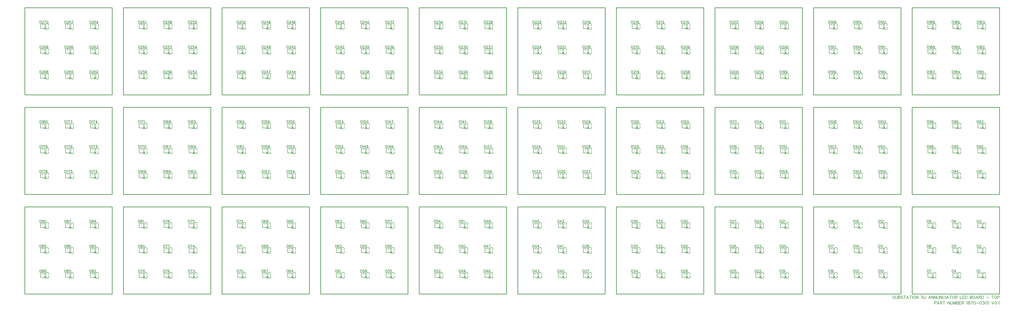
<source format=gto>
G04 Layer: TopSilkscreenLayer*
G04 EasyEDA v6.5.34, 2023-08-29 14:05:22*
G04 1a86289a42df4e27bbccf9d7e9f42b7b,5a6b42c53f6a479593ecc07194224c93,10*
G04 Gerber Generator version 0.2*
G04 Scale: 100 percent, Rotated: No, Reflected: No *
G04 Dimensions in millimeters *
G04 leading zeros omitted , absolute positions ,4 integer and 5 decimal *
%FSLAX45Y45*%
%MOMM*%

%ADD10C,0.2032*%
%ADD11C,0.1524*%
%ADD12C,0.1270*%
%ADD13C,0.2540*%

%LPD*%
D10*
X39700197Y663447D02*
G01*
X39689275Y674370D01*
X39673019Y679957D01*
X39651175Y679957D01*
X39634919Y674370D01*
X39623997Y663447D01*
X39623997Y652526D01*
X39629331Y641604D01*
X39634919Y636270D01*
X39645841Y630681D01*
X39678353Y620013D01*
X39689275Y614426D01*
X39694863Y609092D01*
X39700197Y598170D01*
X39700197Y581660D01*
X39689275Y570737D01*
X39673019Y565404D01*
X39651175Y565404D01*
X39634919Y570737D01*
X39623997Y581660D01*
X39736265Y679957D02*
G01*
X39736265Y598170D01*
X39741853Y581660D01*
X39752521Y570737D01*
X39769031Y565404D01*
X39779953Y565404D01*
X39796209Y570737D01*
X39807131Y581660D01*
X39812719Y598170D01*
X39812719Y679957D01*
X39848533Y679957D02*
G01*
X39848533Y565404D01*
X39848533Y679957D02*
G01*
X39897809Y679957D01*
X39914065Y674370D01*
X39919653Y669036D01*
X39924987Y658113D01*
X39924987Y647192D01*
X39919653Y636270D01*
X39914065Y630681D01*
X39897809Y625347D01*
X39848533Y625347D02*
G01*
X39897809Y625347D01*
X39914065Y620013D01*
X39919653Y614426D01*
X39924987Y603504D01*
X39924987Y587247D01*
X39919653Y576326D01*
X39914065Y570737D01*
X39897809Y565404D01*
X39848533Y565404D01*
X40037255Y663447D02*
G01*
X40026587Y674370D01*
X40010077Y679957D01*
X39988233Y679957D01*
X39971977Y674370D01*
X39961055Y663447D01*
X39961055Y652526D01*
X39966389Y641604D01*
X39971977Y636270D01*
X39982899Y630681D01*
X40015665Y620013D01*
X40026587Y614426D01*
X40031921Y609092D01*
X40037255Y598170D01*
X40037255Y581660D01*
X40026587Y570737D01*
X40010077Y565404D01*
X39988233Y565404D01*
X39971977Y570737D01*
X39961055Y581660D01*
X40111677Y679957D02*
G01*
X40111677Y565404D01*
X40073323Y679957D02*
G01*
X40149777Y679957D01*
X40229279Y679957D02*
G01*
X40185845Y565404D01*
X40229279Y679957D02*
G01*
X40272967Y565404D01*
X40202101Y603504D02*
G01*
X40256711Y603504D01*
X40347135Y679957D02*
G01*
X40347135Y565404D01*
X40309035Y679957D02*
G01*
X40385489Y679957D01*
X40421303Y679957D02*
G01*
X40421303Y565404D01*
X40490137Y679957D02*
G01*
X40479215Y674370D01*
X40468293Y663447D01*
X40462705Y652526D01*
X40457371Y636270D01*
X40457371Y609092D01*
X40462705Y592581D01*
X40468293Y581660D01*
X40479215Y570737D01*
X40490137Y565404D01*
X40511981Y565404D01*
X40522903Y570737D01*
X40533825Y581660D01*
X40539159Y592581D01*
X40544747Y609092D01*
X40544747Y636270D01*
X40539159Y652526D01*
X40533825Y663447D01*
X40522903Y674370D01*
X40511981Y679957D01*
X40490137Y679957D01*
X40580561Y679957D02*
G01*
X40580561Y565404D01*
X40580561Y679957D02*
G01*
X40657015Y565404D01*
X40657015Y679957D02*
G01*
X40657015Y565404D01*
X40787825Y679957D02*
G01*
X40848023Y679957D01*
X40815257Y636270D01*
X40831513Y636270D01*
X40842435Y630681D01*
X40848023Y625347D01*
X40853357Y609092D01*
X40853357Y598170D01*
X40848023Y581660D01*
X40837101Y570737D01*
X40820591Y565404D01*
X40804335Y565404D01*
X40787825Y570737D01*
X40782491Y576326D01*
X40776903Y587247D01*
X40889425Y679957D02*
G01*
X40889425Y598170D01*
X40894759Y581660D01*
X40905681Y570737D01*
X40922191Y565404D01*
X40933113Y565404D01*
X40949369Y570737D01*
X40960291Y581660D01*
X40965625Y598170D01*
X40965625Y679957D01*
X41129455Y679957D02*
G01*
X41085767Y565404D01*
X41129455Y679957D02*
G01*
X41172889Y565404D01*
X41102023Y603504D02*
G01*
X41156633Y603504D01*
X41208957Y679957D02*
G01*
X41208957Y565404D01*
X41208957Y679957D02*
G01*
X41285411Y565404D01*
X41285411Y679957D02*
G01*
X41285411Y565404D01*
X41321479Y679957D02*
G01*
X41321479Y565404D01*
X41321479Y679957D02*
G01*
X41397679Y565404D01*
X41397679Y679957D02*
G01*
X41397679Y565404D01*
X41433747Y679957D02*
G01*
X41433747Y598170D01*
X41439081Y581660D01*
X41450003Y570737D01*
X41466513Y565404D01*
X41477435Y565404D01*
X41493691Y570737D01*
X41504613Y581660D01*
X41510201Y598170D01*
X41510201Y679957D01*
X41546015Y679957D02*
G01*
X41546015Y565404D01*
X41546015Y679957D02*
G01*
X41622469Y565404D01*
X41622469Y679957D02*
G01*
X41622469Y565404D01*
X41740325Y652526D02*
G01*
X41734737Y663447D01*
X41723815Y674370D01*
X41712893Y679957D01*
X41691303Y679957D01*
X41680381Y674370D01*
X41669459Y663447D01*
X41663871Y652526D01*
X41658537Y636270D01*
X41658537Y609092D01*
X41663871Y592581D01*
X41669459Y581660D01*
X41680381Y570737D01*
X41691303Y565404D01*
X41712893Y565404D01*
X41723815Y570737D01*
X41734737Y581660D01*
X41740325Y592581D01*
X41776393Y679957D02*
G01*
X41776393Y565404D01*
X41855895Y679957D02*
G01*
X41812207Y565404D01*
X41855895Y679957D02*
G01*
X41899583Y565404D01*
X41828717Y603504D02*
G01*
X41883073Y603504D01*
X41973751Y679957D02*
G01*
X41973751Y565404D01*
X41935651Y679957D02*
G01*
X42011851Y679957D01*
X42080685Y679957D02*
G01*
X42069763Y674370D01*
X42058841Y663447D01*
X42053253Y652526D01*
X42047919Y636270D01*
X42047919Y609092D01*
X42053253Y592581D01*
X42058841Y581660D01*
X42069763Y570737D01*
X42080685Y565404D01*
X42102529Y565404D01*
X42113451Y570737D01*
X42124373Y581660D01*
X42129707Y592581D01*
X42135295Y609092D01*
X42135295Y636270D01*
X42129707Y652526D01*
X42124373Y663447D01*
X42113451Y674370D01*
X42102529Y679957D01*
X42080685Y679957D01*
X42171109Y679957D02*
G01*
X42171109Y565404D01*
X42171109Y679957D02*
G01*
X42220385Y679957D01*
X42236641Y674370D01*
X42241975Y669036D01*
X42247563Y658113D01*
X42247563Y647192D01*
X42241975Y636270D01*
X42236641Y630681D01*
X42220385Y625347D01*
X42171109Y625347D01*
X42209463Y625347D02*
G01*
X42247563Y565404D01*
X42367451Y679957D02*
G01*
X42367451Y565404D01*
X42367451Y565404D02*
G01*
X42432983Y565404D01*
X42469051Y679957D02*
G01*
X42469051Y565404D01*
X42469051Y679957D02*
G01*
X42539917Y679957D01*
X42469051Y625347D02*
G01*
X42512739Y625347D01*
X42469051Y565404D02*
G01*
X42539917Y565404D01*
X42575985Y679957D02*
G01*
X42575985Y565404D01*
X42575985Y679957D02*
G01*
X42614085Y679957D01*
X42630341Y674370D01*
X42641263Y663447D01*
X42646851Y652526D01*
X42652185Y636270D01*
X42652185Y609092D01*
X42646851Y592581D01*
X42641263Y581660D01*
X42630341Y570737D01*
X42614085Y565404D01*
X42575985Y565404D01*
X42772327Y679957D02*
G01*
X42772327Y565404D01*
X42772327Y679957D02*
G01*
X42821349Y679957D01*
X42837859Y674370D01*
X42843193Y669036D01*
X42848527Y658113D01*
X42848527Y647192D01*
X42843193Y636270D01*
X42837859Y630681D01*
X42821349Y625347D01*
X42772327Y625347D02*
G01*
X42821349Y625347D01*
X42837859Y620013D01*
X42843193Y614426D01*
X42848527Y603504D01*
X42848527Y587247D01*
X42843193Y576326D01*
X42837859Y570737D01*
X42821349Y565404D01*
X42772327Y565404D01*
X42917361Y679957D02*
G01*
X42906439Y674370D01*
X42895517Y663447D01*
X42890183Y652526D01*
X42884595Y636270D01*
X42884595Y609092D01*
X42890183Y592581D01*
X42895517Y581660D01*
X42906439Y570737D01*
X42917361Y565404D01*
X42939205Y565404D01*
X42950127Y570737D01*
X42961049Y581660D01*
X42966383Y592581D01*
X42971971Y609092D01*
X42971971Y636270D01*
X42966383Y652526D01*
X42961049Y663447D01*
X42950127Y674370D01*
X42939205Y679957D01*
X42917361Y679957D01*
X43051473Y679957D02*
G01*
X43008039Y565404D01*
X43051473Y679957D02*
G01*
X43095161Y565404D01*
X43024295Y603504D02*
G01*
X43078905Y603504D01*
X43131229Y679957D02*
G01*
X43131229Y565404D01*
X43131229Y679957D02*
G01*
X43180251Y679957D01*
X43196761Y674370D01*
X43202095Y669036D01*
X43207429Y658113D01*
X43207429Y647192D01*
X43202095Y636270D01*
X43196761Y630681D01*
X43180251Y625347D01*
X43131229Y625347D01*
X43169329Y625347D02*
G01*
X43207429Y565404D01*
X43243497Y679957D02*
G01*
X43243497Y565404D01*
X43243497Y679957D02*
G01*
X43281851Y679957D01*
X43298107Y674370D01*
X43309029Y663447D01*
X43314363Y652526D01*
X43319951Y636270D01*
X43319951Y609092D01*
X43314363Y592581D01*
X43309029Y581660D01*
X43298107Y570737D01*
X43281851Y565404D01*
X43243497Y565404D01*
X43439839Y614426D02*
G01*
X43538137Y614426D01*
X43696379Y679957D02*
G01*
X43696379Y565404D01*
X43658025Y679957D02*
G01*
X43734479Y679957D01*
X43803059Y679957D02*
G01*
X43792391Y674370D01*
X43781469Y663447D01*
X43775881Y652526D01*
X43770547Y636270D01*
X43770547Y609092D01*
X43775881Y592581D01*
X43781469Y581660D01*
X43792391Y570737D01*
X43803059Y565404D01*
X43824903Y565404D01*
X43835825Y570737D01*
X43846747Y581660D01*
X43852335Y592581D01*
X43857669Y609092D01*
X43857669Y636270D01*
X43852335Y652526D01*
X43846747Y663447D01*
X43835825Y674370D01*
X43824903Y679957D01*
X43803059Y679957D01*
X43893737Y679957D02*
G01*
X43893737Y565404D01*
X43893737Y679957D02*
G01*
X43942759Y679957D01*
X43959269Y674370D01*
X43964603Y669036D01*
X43970191Y658113D01*
X43970191Y641604D01*
X43964603Y630681D01*
X43959269Y625347D01*
X43942759Y620013D01*
X43893737Y620013D01*
X41325800Y451357D02*
G01*
X41325800Y336804D01*
X41325800Y451357D02*
G01*
X41374822Y451357D01*
X41391077Y445770D01*
X41396666Y440436D01*
X41402000Y429513D01*
X41402000Y413004D01*
X41396666Y402081D01*
X41391077Y396747D01*
X41374822Y391413D01*
X41325800Y391413D01*
X41481756Y451357D02*
G01*
X41438068Y336804D01*
X41481756Y451357D02*
G01*
X41525443Y336804D01*
X41454324Y374904D02*
G01*
X41508934Y374904D01*
X41561258Y451357D02*
G01*
X41561258Y336804D01*
X41561258Y451357D02*
G01*
X41610534Y451357D01*
X41626790Y445770D01*
X41632377Y440436D01*
X41637711Y429513D01*
X41637711Y418592D01*
X41632377Y407670D01*
X41626790Y402081D01*
X41610534Y396747D01*
X41561258Y396747D01*
X41599611Y396747D02*
G01*
X41637711Y336804D01*
X41711879Y451357D02*
G01*
X41711879Y336804D01*
X41673779Y451357D02*
G01*
X41749979Y451357D01*
X41870122Y451357D02*
G01*
X41870122Y336804D01*
X41870122Y451357D02*
G01*
X41946575Y336804D01*
X41946575Y451357D02*
G01*
X41946575Y336804D01*
X41982390Y451357D02*
G01*
X41982390Y369570D01*
X41987977Y353060D01*
X41998900Y342137D01*
X42015156Y336804D01*
X42026077Y336804D01*
X42042334Y342137D01*
X42053256Y353060D01*
X42058843Y369570D01*
X42058843Y451357D01*
X42094911Y451357D02*
G01*
X42094911Y336804D01*
X42094911Y451357D02*
G01*
X42138346Y336804D01*
X42182034Y451357D02*
G01*
X42138346Y336804D01*
X42182034Y451357D02*
G01*
X42182034Y336804D01*
X42218102Y451357D02*
G01*
X42218102Y336804D01*
X42218102Y451357D02*
G01*
X42267124Y451357D01*
X42283634Y445770D01*
X42288968Y440436D01*
X42294556Y429513D01*
X42294556Y418592D01*
X42288968Y407670D01*
X42283634Y402081D01*
X42267124Y396747D01*
X42218102Y396747D02*
G01*
X42267124Y396747D01*
X42283634Y391413D01*
X42288968Y385826D01*
X42294556Y374904D01*
X42294556Y358647D01*
X42288968Y347726D01*
X42283634Y342137D01*
X42267124Y336804D01*
X42218102Y336804D01*
X42330370Y451357D02*
G01*
X42330370Y336804D01*
X42330370Y451357D02*
G01*
X42401236Y451357D01*
X42330370Y396747D02*
G01*
X42374058Y396747D01*
X42330370Y336804D02*
G01*
X42401236Y336804D01*
X42437304Y451357D02*
G01*
X42437304Y336804D01*
X42437304Y451357D02*
G01*
X42486325Y451357D01*
X42502836Y445770D01*
X42508170Y440436D01*
X42513758Y429513D01*
X42513758Y418592D01*
X42508170Y407670D01*
X42502836Y402081D01*
X42486325Y396747D01*
X42437304Y396747D01*
X42475658Y396747D02*
G01*
X42513758Y336804D01*
X42633646Y429513D02*
G01*
X42644568Y434847D01*
X42661077Y451357D01*
X42661077Y336804D01*
X42724324Y451357D02*
G01*
X42707813Y445770D01*
X42702479Y434847D01*
X42702479Y423926D01*
X42707813Y413004D01*
X42718736Y407670D01*
X42740579Y402081D01*
X42757090Y396747D01*
X42768011Y385826D01*
X42773346Y374904D01*
X42773346Y358647D01*
X42768011Y347726D01*
X42762424Y342137D01*
X42746168Y336804D01*
X42724324Y336804D01*
X42707813Y342137D01*
X42702479Y347726D01*
X42696891Y358647D01*
X42696891Y374904D01*
X42702479Y385826D01*
X42713402Y396747D01*
X42729658Y402081D01*
X42751502Y407670D01*
X42762424Y413004D01*
X42768011Y423926D01*
X42768011Y434847D01*
X42762424Y445770D01*
X42746168Y451357D01*
X42724324Y451357D01*
X42885613Y451357D02*
G01*
X42831258Y336804D01*
X42809413Y451357D02*
G01*
X42885613Y451357D01*
X42954448Y451357D02*
G01*
X42938191Y445770D01*
X42927270Y429513D01*
X42921682Y402081D01*
X42921682Y385826D01*
X42927270Y358647D01*
X42938191Y342137D01*
X42954448Y336804D01*
X42965370Y336804D01*
X42981625Y342137D01*
X42992548Y358647D01*
X42998136Y385826D01*
X42998136Y402081D01*
X42992548Y429513D01*
X42981625Y445770D01*
X42965370Y451357D01*
X42954448Y451357D01*
X43034204Y385826D02*
G01*
X43132248Y385826D01*
X43201082Y451357D02*
G01*
X43184572Y445770D01*
X43173650Y429513D01*
X43168316Y402081D01*
X43168316Y385826D01*
X43173650Y358647D01*
X43184572Y342137D01*
X43201082Y336804D01*
X43212004Y336804D01*
X43228259Y342137D01*
X43239182Y358647D01*
X43244516Y385826D01*
X43244516Y402081D01*
X43239182Y429513D01*
X43228259Y445770D01*
X43212004Y451357D01*
X43201082Y451357D01*
X43291506Y451357D02*
G01*
X43351450Y451357D01*
X43318684Y407670D01*
X43335193Y407670D01*
X43346116Y402081D01*
X43351450Y396747D01*
X43357038Y380492D01*
X43357038Y369570D01*
X43351450Y353060D01*
X43340527Y342137D01*
X43324272Y336804D01*
X43308016Y336804D01*
X43291506Y342137D01*
X43286172Y347726D01*
X43280584Y358647D01*
X43425618Y451357D02*
G01*
X43409361Y445770D01*
X43398440Y429513D01*
X43393106Y402081D01*
X43393106Y385826D01*
X43398440Y358647D01*
X43409361Y342137D01*
X43425618Y336804D01*
X43436540Y336804D01*
X43453050Y342137D01*
X43463972Y358647D01*
X43469306Y385826D01*
X43469306Y402081D01*
X43463972Y429513D01*
X43453050Y445770D01*
X43436540Y451357D01*
X43425618Y451357D01*
X43505374Y429513D02*
G01*
X43516296Y434847D01*
X43532552Y451357D01*
X43532552Y336804D01*
X43652693Y451357D02*
G01*
X43696382Y336804D01*
X43739816Y451357D02*
G01*
X43696382Y336804D01*
X43808650Y451357D02*
G01*
X43792140Y445770D01*
X43781472Y429513D01*
X43775884Y402081D01*
X43775884Y385826D01*
X43781472Y358647D01*
X43792140Y342137D01*
X43808650Y336804D01*
X43819572Y336804D01*
X43835827Y342137D01*
X43846750Y358647D01*
X43852338Y385826D01*
X43852338Y402081D01*
X43846750Y429513D01*
X43835827Y445770D01*
X43819572Y451357D01*
X43808650Y451357D01*
X43893740Y363981D02*
G01*
X43888152Y358647D01*
X43893740Y353060D01*
X43899074Y358647D01*
X43893740Y363981D01*
X43935141Y429513D02*
G01*
X43946063Y434847D01*
X43962320Y451357D01*
X43962320Y336804D01*
D11*
X35030409Y1744979D02*
G01*
X35030409Y1649476D01*
X35030409Y1744979D02*
G01*
X35062159Y1744979D01*
X35075875Y1740407D01*
X35085020Y1731263D01*
X35089591Y1722120D01*
X35093909Y1708657D01*
X35093909Y1685797D01*
X35089591Y1672081D01*
X35085020Y1663192D01*
X35075875Y1654047D01*
X35062159Y1649476D01*
X35030409Y1649476D01*
X35124136Y1726692D02*
G01*
X35133025Y1731263D01*
X35146741Y1744979D01*
X35146741Y1649476D01*
X35235896Y1712976D02*
G01*
X35231324Y1699513D01*
X35222179Y1690370D01*
X35208463Y1685797D01*
X35204146Y1685797D01*
X35190429Y1690370D01*
X35181286Y1699513D01*
X35176713Y1712976D01*
X35176713Y1717547D01*
X35181286Y1731263D01*
X35190429Y1740407D01*
X35204146Y1744979D01*
X35208463Y1744979D01*
X35222179Y1740407D01*
X35231324Y1731263D01*
X35235896Y1712976D01*
X35235896Y1690370D01*
X35231324Y1667510D01*
X35222179Y1654047D01*
X35208463Y1649476D01*
X35199574Y1649476D01*
X35185858Y1654047D01*
X35181286Y1663192D01*
X35030409Y2760979D02*
G01*
X35030409Y2665476D01*
X35030409Y2760979D02*
G01*
X35062159Y2760979D01*
X35075875Y2756407D01*
X35085020Y2747263D01*
X35089591Y2738120D01*
X35093909Y2724404D01*
X35093909Y2701797D01*
X35089591Y2688081D01*
X35085020Y2679192D01*
X35075875Y2670047D01*
X35062159Y2665476D01*
X35030409Y2665476D01*
X35128454Y2738120D02*
G01*
X35128454Y2742692D01*
X35133025Y2751836D01*
X35137598Y2756407D01*
X35146741Y2760979D01*
X35165029Y2760979D01*
X35173920Y2756407D01*
X35178491Y2751836D01*
X35183063Y2742692D01*
X35183063Y2733547D01*
X35178491Y2724404D01*
X35169602Y2710942D01*
X35124136Y2665476D01*
X35187636Y2665476D01*
X35245040Y2760979D02*
G01*
X35231324Y2756407D01*
X35222179Y2742692D01*
X35217608Y2720086D01*
X35217608Y2706370D01*
X35222179Y2683510D01*
X35231324Y2670047D01*
X35245040Y2665476D01*
X35253929Y2665476D01*
X35267646Y2670047D01*
X35276790Y2683510D01*
X35281361Y2706370D01*
X35281361Y2720086D01*
X35276790Y2742692D01*
X35267646Y2756407D01*
X35253929Y2760979D01*
X35245040Y2760979D01*
X35030409Y3776979D02*
G01*
X35030409Y3681476D01*
X35030409Y3776979D02*
G01*
X35062159Y3776979D01*
X35075875Y3772407D01*
X35085020Y3763263D01*
X35089591Y3754120D01*
X35093909Y3740404D01*
X35093909Y3717797D01*
X35089591Y3704081D01*
X35085020Y3695192D01*
X35075875Y3686047D01*
X35062159Y3681476D01*
X35030409Y3681476D01*
X35128454Y3754120D02*
G01*
X35128454Y3758692D01*
X35133025Y3767836D01*
X35137598Y3772407D01*
X35146741Y3776979D01*
X35165029Y3776979D01*
X35173920Y3772407D01*
X35178491Y3767836D01*
X35183063Y3758692D01*
X35183063Y3749547D01*
X35178491Y3740404D01*
X35169602Y3726942D01*
X35124136Y3681476D01*
X35187636Y3681476D01*
X35217608Y3758692D02*
G01*
X35226752Y3763263D01*
X35240468Y3776979D01*
X35240468Y3681476D01*
X34014409Y1744979D02*
G01*
X34014409Y1649476D01*
X34014409Y1744979D02*
G01*
X34046159Y1744979D01*
X34059875Y1740407D01*
X34069020Y1731263D01*
X34073591Y1722120D01*
X34077909Y1708657D01*
X34077909Y1685797D01*
X34073591Y1672081D01*
X34069020Y1663192D01*
X34059875Y1654047D01*
X34046159Y1649476D01*
X34014409Y1649476D01*
X34112454Y1722120D02*
G01*
X34112454Y1726692D01*
X34117025Y1735836D01*
X34121598Y1740407D01*
X34130741Y1744979D01*
X34149029Y1744979D01*
X34157920Y1740407D01*
X34162491Y1735836D01*
X34167063Y1726692D01*
X34167063Y1717547D01*
X34162491Y1708657D01*
X34153602Y1694942D01*
X34108136Y1649476D01*
X34171636Y1649476D01*
X34206179Y1722120D02*
G01*
X34206179Y1726692D01*
X34210752Y1735836D01*
X34215324Y1740407D01*
X34224468Y1744979D01*
X34242502Y1744979D01*
X34251646Y1740407D01*
X34256218Y1735836D01*
X34260790Y1726692D01*
X34260790Y1717547D01*
X34256218Y1708657D01*
X34247074Y1694942D01*
X34201608Y1649476D01*
X34265361Y1649476D01*
X34014409Y2760979D02*
G01*
X34014409Y2665476D01*
X34014409Y2760979D02*
G01*
X34046159Y2760979D01*
X34059875Y2756407D01*
X34069020Y2747263D01*
X34073591Y2738120D01*
X34077909Y2724404D01*
X34077909Y2701797D01*
X34073591Y2688081D01*
X34069020Y2679192D01*
X34059875Y2670047D01*
X34046159Y2665476D01*
X34014409Y2665476D01*
X34112454Y2738120D02*
G01*
X34112454Y2742692D01*
X34117025Y2751836D01*
X34121598Y2756407D01*
X34130741Y2760979D01*
X34149029Y2760979D01*
X34157920Y2756407D01*
X34162491Y2751836D01*
X34167063Y2742692D01*
X34167063Y2733547D01*
X34162491Y2724404D01*
X34153602Y2710942D01*
X34108136Y2665476D01*
X34171636Y2665476D01*
X34210752Y2760979D02*
G01*
X34260790Y2760979D01*
X34233611Y2724404D01*
X34247074Y2724404D01*
X34256218Y2720086D01*
X34260790Y2715513D01*
X34265361Y2701797D01*
X34265361Y2692654D01*
X34260790Y2679192D01*
X34251646Y2670047D01*
X34237929Y2665476D01*
X34224468Y2665476D01*
X34210752Y2670047D01*
X34206179Y2674620D01*
X34201608Y2683510D01*
X34014409Y3776979D02*
G01*
X34014409Y3681476D01*
X34014409Y3776979D02*
G01*
X34046159Y3776979D01*
X34059875Y3772407D01*
X34069020Y3763263D01*
X34073591Y3754120D01*
X34077909Y3740404D01*
X34077909Y3717797D01*
X34073591Y3704081D01*
X34069020Y3695192D01*
X34059875Y3686047D01*
X34046159Y3681476D01*
X34014409Y3681476D01*
X34112454Y3754120D02*
G01*
X34112454Y3758692D01*
X34117025Y3767836D01*
X34121598Y3772407D01*
X34130741Y3776979D01*
X34149029Y3776979D01*
X34157920Y3772407D01*
X34162491Y3767836D01*
X34167063Y3758692D01*
X34167063Y3749547D01*
X34162491Y3740404D01*
X34153602Y3726942D01*
X34108136Y3681476D01*
X34171636Y3681476D01*
X34247074Y3776979D02*
G01*
X34201608Y3713226D01*
X34269934Y3713226D01*
X34247074Y3776979D02*
G01*
X34247074Y3681476D01*
X32998409Y1744979D02*
G01*
X32998409Y1649476D01*
X32998409Y1744979D02*
G01*
X33030159Y1744979D01*
X33043875Y1740407D01*
X33053020Y1731263D01*
X33057591Y1722120D01*
X33061909Y1708657D01*
X33061909Y1685797D01*
X33057591Y1672081D01*
X33053020Y1663192D01*
X33043875Y1654047D01*
X33030159Y1649476D01*
X32998409Y1649476D01*
X33096454Y1722120D02*
G01*
X33096454Y1726692D01*
X33101025Y1735836D01*
X33105598Y1740407D01*
X33114741Y1744979D01*
X33133029Y1744979D01*
X33141920Y1740407D01*
X33146491Y1735836D01*
X33151063Y1726692D01*
X33151063Y1717547D01*
X33146491Y1708657D01*
X33137602Y1694942D01*
X33092136Y1649476D01*
X33155636Y1649476D01*
X33240218Y1744979D02*
G01*
X33194752Y1744979D01*
X33190179Y1704086D01*
X33194752Y1708657D01*
X33208468Y1712976D01*
X33221929Y1712976D01*
X33235645Y1708657D01*
X33244790Y1699513D01*
X33249361Y1685797D01*
X33249361Y1676654D01*
X33244790Y1663192D01*
X33235645Y1654047D01*
X33221929Y1649476D01*
X33208468Y1649476D01*
X33194752Y1654047D01*
X33190179Y1658620D01*
X33185608Y1667510D01*
X32998409Y2760979D02*
G01*
X32998409Y2665476D01*
X32998409Y2760979D02*
G01*
X33030159Y2760979D01*
X33043875Y2756407D01*
X33053020Y2747263D01*
X33057591Y2738120D01*
X33061909Y2724404D01*
X33061909Y2701797D01*
X33057591Y2688081D01*
X33053020Y2679192D01*
X33043875Y2670047D01*
X33030159Y2665476D01*
X32998409Y2665476D01*
X33096454Y2738120D02*
G01*
X33096454Y2742692D01*
X33101025Y2751836D01*
X33105598Y2756407D01*
X33114741Y2760979D01*
X33133029Y2760979D01*
X33141920Y2756407D01*
X33146491Y2751836D01*
X33151063Y2742692D01*
X33151063Y2733547D01*
X33146491Y2724404D01*
X33137602Y2710942D01*
X33092136Y2665476D01*
X33155636Y2665476D01*
X33240218Y2747263D02*
G01*
X33235645Y2756407D01*
X33221929Y2760979D01*
X33213040Y2760979D01*
X33199324Y2756407D01*
X33190179Y2742692D01*
X33185608Y2720086D01*
X33185608Y2697226D01*
X33190179Y2679192D01*
X33199324Y2670047D01*
X33213040Y2665476D01*
X33217611Y2665476D01*
X33231074Y2670047D01*
X33240218Y2679192D01*
X33244790Y2692654D01*
X33244790Y2697226D01*
X33240218Y2710942D01*
X33231074Y2720086D01*
X33217611Y2724404D01*
X33213040Y2724404D01*
X33199324Y2720086D01*
X33190179Y2710942D01*
X33185608Y2697226D01*
X32998409Y3776979D02*
G01*
X32998409Y3681476D01*
X32998409Y3776979D02*
G01*
X33030159Y3776979D01*
X33043875Y3772407D01*
X33053020Y3763263D01*
X33057591Y3754120D01*
X33061909Y3740404D01*
X33061909Y3717797D01*
X33057591Y3704081D01*
X33053020Y3695192D01*
X33043875Y3686047D01*
X33030159Y3681476D01*
X32998409Y3681476D01*
X33096454Y3754120D02*
G01*
X33096454Y3758692D01*
X33101025Y3767836D01*
X33105598Y3772407D01*
X33114741Y3776979D01*
X33133029Y3776979D01*
X33141920Y3772407D01*
X33146491Y3767836D01*
X33151063Y3758692D01*
X33151063Y3749547D01*
X33146491Y3740404D01*
X33137602Y3726942D01*
X33092136Y3681476D01*
X33155636Y3681476D01*
X33249361Y3776979D02*
G01*
X33203895Y3681476D01*
X33185608Y3776979D02*
G01*
X33249361Y3776979D01*
X31017209Y1744979D02*
G01*
X31017209Y1649476D01*
X31017209Y1744979D02*
G01*
X31048959Y1744979D01*
X31062675Y1740407D01*
X31071820Y1731263D01*
X31076391Y1722120D01*
X31080709Y1708657D01*
X31080709Y1685797D01*
X31076391Y1672081D01*
X31071820Y1663192D01*
X31062675Y1654047D01*
X31048959Y1649476D01*
X31017209Y1649476D01*
X31115508Y1722120D02*
G01*
X31115508Y1726692D01*
X31119825Y1735836D01*
X31124398Y1740407D01*
X31133541Y1744979D01*
X31151829Y1744979D01*
X31160720Y1740407D01*
X31165291Y1735836D01*
X31169863Y1726692D01*
X31169863Y1717547D01*
X31165291Y1708657D01*
X31156402Y1694942D01*
X31110936Y1649476D01*
X31174436Y1649476D01*
X31227268Y1744979D02*
G01*
X31213552Y1740407D01*
X31208979Y1731263D01*
X31208979Y1722120D01*
X31213552Y1712976D01*
X31222695Y1708657D01*
X31240729Y1704086D01*
X31254445Y1699513D01*
X31263590Y1690370D01*
X31268161Y1681226D01*
X31268161Y1667510D01*
X31263590Y1658620D01*
X31259018Y1654047D01*
X31245302Y1649476D01*
X31227268Y1649476D01*
X31213552Y1654047D01*
X31208979Y1658620D01*
X31204408Y1667510D01*
X31204408Y1681226D01*
X31208979Y1690370D01*
X31218124Y1699513D01*
X31231840Y1704086D01*
X31249874Y1708657D01*
X31259018Y1712976D01*
X31263590Y1722120D01*
X31263590Y1731263D01*
X31259018Y1740407D01*
X31245302Y1744979D01*
X31227268Y1744979D01*
X31017209Y2760979D02*
G01*
X31017209Y2665476D01*
X31017209Y2760979D02*
G01*
X31048959Y2760979D01*
X31062675Y2756407D01*
X31071820Y2747263D01*
X31076391Y2738120D01*
X31080709Y2724404D01*
X31080709Y2701797D01*
X31076391Y2688081D01*
X31071820Y2679192D01*
X31062675Y2670047D01*
X31048959Y2665476D01*
X31017209Y2665476D01*
X31115508Y2738120D02*
G01*
X31115508Y2742692D01*
X31119825Y2751836D01*
X31124398Y2756407D01*
X31133541Y2760979D01*
X31151829Y2760979D01*
X31160720Y2756407D01*
X31165291Y2751836D01*
X31169863Y2742692D01*
X31169863Y2733547D01*
X31165291Y2724404D01*
X31156402Y2710942D01*
X31110936Y2665476D01*
X31174436Y2665476D01*
X31263590Y2728976D02*
G01*
X31259018Y2715513D01*
X31249874Y2706370D01*
X31236411Y2701797D01*
X31231840Y2701797D01*
X31218124Y2706370D01*
X31208979Y2715513D01*
X31204408Y2728976D01*
X31204408Y2733547D01*
X31208979Y2747263D01*
X31218124Y2756407D01*
X31231840Y2760979D01*
X31236411Y2760979D01*
X31249874Y2756407D01*
X31259018Y2747263D01*
X31263590Y2728976D01*
X31263590Y2706370D01*
X31259018Y2683510D01*
X31249874Y2670047D01*
X31236411Y2665476D01*
X31227268Y2665476D01*
X31213552Y2670047D01*
X31208979Y2679192D01*
X31017209Y3776979D02*
G01*
X31017209Y3681476D01*
X31017209Y3776979D02*
G01*
X31048959Y3776979D01*
X31062675Y3772407D01*
X31071820Y3763263D01*
X31076391Y3754120D01*
X31080709Y3740404D01*
X31080709Y3717797D01*
X31076391Y3704081D01*
X31071820Y3695192D01*
X31062675Y3686047D01*
X31048959Y3681476D01*
X31017209Y3681476D01*
X31119825Y3776979D02*
G01*
X31169863Y3776979D01*
X31142686Y3740404D01*
X31156402Y3740404D01*
X31165291Y3736086D01*
X31169863Y3731513D01*
X31174436Y3717797D01*
X31174436Y3708654D01*
X31169863Y3695192D01*
X31160720Y3686047D01*
X31147258Y3681476D01*
X31133541Y3681476D01*
X31119825Y3686047D01*
X31115508Y3690620D01*
X31110936Y3699510D01*
X31231840Y3776979D02*
G01*
X31218124Y3772407D01*
X31208979Y3758692D01*
X31204408Y3736086D01*
X31204408Y3722370D01*
X31208979Y3699510D01*
X31218124Y3686047D01*
X31231840Y3681476D01*
X31240729Y3681476D01*
X31254445Y3686047D01*
X31263590Y3699510D01*
X31268161Y3722370D01*
X31268161Y3736086D01*
X31263590Y3758692D01*
X31254445Y3772407D01*
X31240729Y3776979D01*
X31231840Y3776979D01*
X30001209Y1744979D02*
G01*
X30001209Y1649476D01*
X30001209Y1744979D02*
G01*
X30032959Y1744979D01*
X30046675Y1740407D01*
X30055820Y1731263D01*
X30060391Y1722120D01*
X30064963Y1708657D01*
X30064963Y1685797D01*
X30060391Y1672081D01*
X30055820Y1663192D01*
X30046675Y1654047D01*
X30032959Y1649476D01*
X30001209Y1649476D01*
X30103825Y1744979D02*
G01*
X30153863Y1744979D01*
X30126686Y1708657D01*
X30140402Y1708657D01*
X30149291Y1704086D01*
X30153863Y1699513D01*
X30158436Y1685797D01*
X30158436Y1676654D01*
X30153863Y1663192D01*
X30144720Y1654047D01*
X30131258Y1649476D01*
X30117541Y1649476D01*
X30103825Y1654047D01*
X30099508Y1658620D01*
X30094936Y1667510D01*
X30188408Y1726692D02*
G01*
X30197552Y1731263D01*
X30211268Y1744979D01*
X30211268Y1649476D01*
X30001209Y2760979D02*
G01*
X30001209Y2665476D01*
X30001209Y2760979D02*
G01*
X30032959Y2760979D01*
X30046675Y2756407D01*
X30055820Y2747263D01*
X30060391Y2738120D01*
X30064963Y2724404D01*
X30064963Y2701797D01*
X30060391Y2688081D01*
X30055820Y2679192D01*
X30046675Y2670047D01*
X30032959Y2665476D01*
X30001209Y2665476D01*
X30103825Y2760979D02*
G01*
X30153863Y2760979D01*
X30126686Y2724404D01*
X30140402Y2724404D01*
X30149291Y2720086D01*
X30153863Y2715513D01*
X30158436Y2701797D01*
X30158436Y2692654D01*
X30153863Y2679192D01*
X30144720Y2670047D01*
X30131258Y2665476D01*
X30117541Y2665476D01*
X30103825Y2670047D01*
X30099508Y2674620D01*
X30094936Y2683510D01*
X30192979Y2738120D02*
G01*
X30192979Y2742692D01*
X30197552Y2751836D01*
X30202124Y2756407D01*
X30211268Y2760979D01*
X30229302Y2760979D01*
X30238445Y2756407D01*
X30243018Y2751836D01*
X30247590Y2742692D01*
X30247590Y2733547D01*
X30243018Y2724404D01*
X30233874Y2710942D01*
X30188408Y2665476D01*
X30252161Y2665476D01*
X30001209Y3776979D02*
G01*
X30001209Y3681476D01*
X30001209Y3776979D02*
G01*
X30032959Y3776979D01*
X30046675Y3772407D01*
X30055820Y3763263D01*
X30060391Y3754120D01*
X30064963Y3740404D01*
X30064963Y3717797D01*
X30060391Y3704081D01*
X30055820Y3695192D01*
X30046675Y3686047D01*
X30032959Y3681476D01*
X30001209Y3681476D01*
X30103825Y3776979D02*
G01*
X30153863Y3776979D01*
X30126686Y3740404D01*
X30140402Y3740404D01*
X30149291Y3736086D01*
X30153863Y3731513D01*
X30158436Y3717797D01*
X30158436Y3708654D01*
X30153863Y3695192D01*
X30144720Y3686047D01*
X30131258Y3681476D01*
X30117541Y3681476D01*
X30103825Y3686047D01*
X30099508Y3690620D01*
X30094936Y3699510D01*
X30197552Y3776979D02*
G01*
X30247590Y3776979D01*
X30220411Y3740404D01*
X30233874Y3740404D01*
X30243018Y3736086D01*
X30247590Y3731513D01*
X30252161Y3717797D01*
X30252161Y3708654D01*
X30247590Y3695192D01*
X30238445Y3686047D01*
X30224729Y3681476D01*
X30211268Y3681476D01*
X30197552Y3686047D01*
X30192979Y3690620D01*
X30188408Y3699510D01*
X28985209Y1744979D02*
G01*
X28985209Y1649476D01*
X28985209Y1744979D02*
G01*
X29016959Y1744979D01*
X29030675Y1740407D01*
X29039820Y1731263D01*
X29044391Y1722120D01*
X29048963Y1708657D01*
X29048963Y1685797D01*
X29044391Y1672081D01*
X29039820Y1663192D01*
X29030675Y1654047D01*
X29016959Y1649476D01*
X28985209Y1649476D01*
X29087825Y1744979D02*
G01*
X29137863Y1744979D01*
X29110686Y1708657D01*
X29124402Y1708657D01*
X29133291Y1704086D01*
X29137863Y1699513D01*
X29142436Y1685797D01*
X29142436Y1676654D01*
X29137863Y1663192D01*
X29128720Y1654047D01*
X29115258Y1649476D01*
X29101541Y1649476D01*
X29087825Y1654047D01*
X29083508Y1658620D01*
X29078936Y1667510D01*
X29217874Y1744979D02*
G01*
X29172408Y1681226D01*
X29240734Y1681226D01*
X29217874Y1744979D02*
G01*
X29217874Y1649476D01*
X28985209Y2760979D02*
G01*
X28985209Y2665476D01*
X28985209Y2760979D02*
G01*
X29016959Y2760979D01*
X29030675Y2756407D01*
X29039820Y2747263D01*
X29044391Y2738120D01*
X29048963Y2724404D01*
X29048963Y2701797D01*
X29044391Y2688081D01*
X29039820Y2679192D01*
X29030675Y2670047D01*
X29016959Y2665476D01*
X28985209Y2665476D01*
X29087825Y2760979D02*
G01*
X29137863Y2760979D01*
X29110686Y2724404D01*
X29124402Y2724404D01*
X29133291Y2720086D01*
X29137863Y2715513D01*
X29142436Y2701797D01*
X29142436Y2692654D01*
X29137863Y2679192D01*
X29128720Y2670047D01*
X29115258Y2665476D01*
X29101541Y2665476D01*
X29087825Y2670047D01*
X29083508Y2674620D01*
X29078936Y2683510D01*
X29227018Y2760979D02*
G01*
X29181552Y2760979D01*
X29176979Y2720086D01*
X29181552Y2724404D01*
X29195268Y2728976D01*
X29208729Y2728976D01*
X29222445Y2724404D01*
X29231590Y2715513D01*
X29236161Y2701797D01*
X29236161Y2692654D01*
X29231590Y2679192D01*
X29222445Y2670047D01*
X29208729Y2665476D01*
X29195268Y2665476D01*
X29181552Y2670047D01*
X29176979Y2674620D01*
X29172408Y2683510D01*
X28985209Y3776979D02*
G01*
X28985209Y3681476D01*
X28985209Y3776979D02*
G01*
X29016959Y3776979D01*
X29030675Y3772407D01*
X29039820Y3763263D01*
X29044391Y3754120D01*
X29048963Y3740404D01*
X29048963Y3717797D01*
X29044391Y3704081D01*
X29039820Y3695192D01*
X29030675Y3686047D01*
X29016959Y3681476D01*
X28985209Y3681476D01*
X29087825Y3776979D02*
G01*
X29137863Y3776979D01*
X29110686Y3740404D01*
X29124402Y3740404D01*
X29133291Y3736086D01*
X29137863Y3731513D01*
X29142436Y3717797D01*
X29142436Y3708654D01*
X29137863Y3695192D01*
X29128720Y3686047D01*
X29115258Y3681476D01*
X29101541Y3681476D01*
X29087825Y3686047D01*
X29083508Y3690620D01*
X29078936Y3699510D01*
X29227018Y3763263D02*
G01*
X29222445Y3772407D01*
X29208729Y3776979D01*
X29199840Y3776979D01*
X29186124Y3772407D01*
X29176979Y3758692D01*
X29172408Y3736086D01*
X29172408Y3713226D01*
X29176979Y3695192D01*
X29186124Y3686047D01*
X29199840Y3681476D01*
X29204411Y3681476D01*
X29217874Y3686047D01*
X29227018Y3695192D01*
X29231590Y3708654D01*
X29231590Y3713226D01*
X29227018Y3726942D01*
X29217874Y3736086D01*
X29204411Y3740404D01*
X29199840Y3740404D01*
X29186124Y3736086D01*
X29176979Y3726942D01*
X29172408Y3713226D01*
X27004009Y1744979D02*
G01*
X27004009Y1649476D01*
X27004009Y1744979D02*
G01*
X27035759Y1744979D01*
X27049475Y1740407D01*
X27058620Y1731263D01*
X27063191Y1722120D01*
X27067763Y1708657D01*
X27067763Y1685797D01*
X27063191Y1672081D01*
X27058620Y1663192D01*
X27049475Y1654047D01*
X27035759Y1649476D01*
X27004009Y1649476D01*
X27106625Y1744979D02*
G01*
X27156663Y1744979D01*
X27129486Y1708657D01*
X27143202Y1708657D01*
X27152091Y1704086D01*
X27156663Y1699513D01*
X27161236Y1685797D01*
X27161236Y1676654D01*
X27156663Y1663192D01*
X27147520Y1654047D01*
X27134058Y1649476D01*
X27120341Y1649476D01*
X27106625Y1654047D01*
X27102308Y1658620D01*
X27097736Y1667510D01*
X27254961Y1744979D02*
G01*
X27209495Y1649476D01*
X27191208Y1744979D02*
G01*
X27254961Y1744979D01*
X27004009Y2760979D02*
G01*
X27004009Y2665476D01*
X27004009Y2760979D02*
G01*
X27035759Y2760979D01*
X27049475Y2756407D01*
X27058620Y2747263D01*
X27063191Y2738120D01*
X27067763Y2724404D01*
X27067763Y2701797D01*
X27063191Y2688081D01*
X27058620Y2679192D01*
X27049475Y2670047D01*
X27035759Y2665476D01*
X27004009Y2665476D01*
X27106625Y2760979D02*
G01*
X27156663Y2760979D01*
X27129486Y2724404D01*
X27143202Y2724404D01*
X27152091Y2720086D01*
X27156663Y2715513D01*
X27161236Y2701797D01*
X27161236Y2692654D01*
X27156663Y2679192D01*
X27147520Y2670047D01*
X27134058Y2665476D01*
X27120341Y2665476D01*
X27106625Y2670047D01*
X27102308Y2674620D01*
X27097736Y2683510D01*
X27214068Y2760979D02*
G01*
X27200352Y2756407D01*
X27195779Y2747263D01*
X27195779Y2738120D01*
X27200352Y2728976D01*
X27209495Y2724404D01*
X27227529Y2720086D01*
X27241245Y2715513D01*
X27250390Y2706370D01*
X27254961Y2697226D01*
X27254961Y2683510D01*
X27250390Y2674620D01*
X27245818Y2670047D01*
X27232102Y2665476D01*
X27214068Y2665476D01*
X27200352Y2670047D01*
X27195779Y2674620D01*
X27191208Y2683510D01*
X27191208Y2697226D01*
X27195779Y2706370D01*
X27204924Y2715513D01*
X27218640Y2720086D01*
X27236674Y2724404D01*
X27245818Y2728976D01*
X27250390Y2738120D01*
X27250390Y2747263D01*
X27245818Y2756407D01*
X27232102Y2760979D01*
X27214068Y2760979D01*
X27004009Y3776979D02*
G01*
X27004009Y3681476D01*
X27004009Y3776979D02*
G01*
X27035759Y3776979D01*
X27049475Y3772407D01*
X27058620Y3763263D01*
X27063191Y3754120D01*
X27067763Y3740404D01*
X27067763Y3717797D01*
X27063191Y3704081D01*
X27058620Y3695192D01*
X27049475Y3686047D01*
X27035759Y3681476D01*
X27004009Y3681476D01*
X27106625Y3776979D02*
G01*
X27156663Y3776979D01*
X27129486Y3740404D01*
X27143202Y3740404D01*
X27152091Y3736086D01*
X27156663Y3731513D01*
X27161236Y3717797D01*
X27161236Y3708654D01*
X27156663Y3695192D01*
X27147520Y3686047D01*
X27134058Y3681476D01*
X27120341Y3681476D01*
X27106625Y3686047D01*
X27102308Y3690620D01*
X27097736Y3699510D01*
X27250390Y3744976D02*
G01*
X27245818Y3731513D01*
X27236674Y3722370D01*
X27223211Y3717797D01*
X27218640Y3717797D01*
X27204924Y3722370D01*
X27195779Y3731513D01*
X27191208Y3744976D01*
X27191208Y3749547D01*
X27195779Y3763263D01*
X27204924Y3772407D01*
X27218640Y3776979D01*
X27223211Y3776979D01*
X27236674Y3772407D01*
X27245818Y3763263D01*
X27250390Y3744976D01*
X27250390Y3722370D01*
X27245818Y3699510D01*
X27236674Y3686047D01*
X27223211Y3681476D01*
X27214068Y3681476D01*
X27200352Y3686047D01*
X27195779Y3695192D01*
X25988009Y1744979D02*
G01*
X25988009Y1649476D01*
X25988009Y1744979D02*
G01*
X26019759Y1744979D01*
X26033475Y1740407D01*
X26042620Y1731263D01*
X26047191Y1722120D01*
X26051763Y1708657D01*
X26051763Y1685797D01*
X26047191Y1672081D01*
X26042620Y1663192D01*
X26033475Y1654047D01*
X26019759Y1649476D01*
X25988009Y1649476D01*
X26127202Y1744979D02*
G01*
X26081736Y1681226D01*
X26149808Y1681226D01*
X26127202Y1744979D02*
G01*
X26127202Y1649476D01*
X26207211Y1744979D02*
G01*
X26193495Y1740407D01*
X26184352Y1726692D01*
X26179779Y1704086D01*
X26179779Y1690370D01*
X26184352Y1667510D01*
X26193495Y1654047D01*
X26207211Y1649476D01*
X26216102Y1649476D01*
X26229818Y1654047D01*
X26238961Y1667510D01*
X26243534Y1690370D01*
X26243534Y1704086D01*
X26238961Y1726692D01*
X26229818Y1740407D01*
X26216102Y1744979D01*
X26207211Y1744979D01*
X25988009Y2760979D02*
G01*
X25988009Y2665476D01*
X25988009Y2760979D02*
G01*
X26019759Y2760979D01*
X26033475Y2756407D01*
X26042620Y2747263D01*
X26047191Y2738120D01*
X26051763Y2724404D01*
X26051763Y2701797D01*
X26047191Y2688081D01*
X26042620Y2679192D01*
X26033475Y2670047D01*
X26019759Y2665476D01*
X25988009Y2665476D01*
X26127202Y2760979D02*
G01*
X26081736Y2697226D01*
X26149808Y2697226D01*
X26127202Y2760979D02*
G01*
X26127202Y2665476D01*
X26179779Y2742692D02*
G01*
X26188924Y2747263D01*
X26202640Y2760979D01*
X26202640Y2665476D01*
X25988009Y3776979D02*
G01*
X25988009Y3681476D01*
X25988009Y3776979D02*
G01*
X26019759Y3776979D01*
X26033475Y3772407D01*
X26042620Y3763263D01*
X26047191Y3754120D01*
X26051763Y3740404D01*
X26051763Y3717797D01*
X26047191Y3704081D01*
X26042620Y3695192D01*
X26033475Y3686047D01*
X26019759Y3681476D01*
X25988009Y3681476D01*
X26127202Y3776979D02*
G01*
X26081736Y3713226D01*
X26149808Y3713226D01*
X26127202Y3776979D02*
G01*
X26127202Y3681476D01*
X26184352Y3754120D02*
G01*
X26184352Y3758692D01*
X26188924Y3767836D01*
X26193495Y3772407D01*
X26202640Y3776979D01*
X26220674Y3776979D01*
X26229818Y3772407D01*
X26234390Y3767836D01*
X26238961Y3758692D01*
X26238961Y3749547D01*
X26234390Y3740404D01*
X26225245Y3726942D01*
X26179779Y3681476D01*
X26243534Y3681476D01*
X24972009Y1744979D02*
G01*
X24972009Y1649476D01*
X24972009Y1744979D02*
G01*
X25003759Y1744979D01*
X25017475Y1740407D01*
X25026620Y1731263D01*
X25031191Y1722120D01*
X25035763Y1708657D01*
X25035763Y1685797D01*
X25031191Y1672081D01*
X25026620Y1663192D01*
X25017475Y1654047D01*
X25003759Y1649476D01*
X24972009Y1649476D01*
X25111202Y1744979D02*
G01*
X25065736Y1681226D01*
X25133808Y1681226D01*
X25111202Y1744979D02*
G01*
X25111202Y1649476D01*
X25172924Y1744979D02*
G01*
X25222961Y1744979D01*
X25195529Y1708657D01*
X25209245Y1708657D01*
X25218390Y1704086D01*
X25222961Y1699513D01*
X25227534Y1685797D01*
X25227534Y1676654D01*
X25222961Y1663192D01*
X25213818Y1654047D01*
X25200102Y1649476D01*
X25186640Y1649476D01*
X25172924Y1654047D01*
X25168352Y1658620D01*
X25163779Y1667510D01*
X24972009Y2760979D02*
G01*
X24972009Y2665476D01*
X24972009Y2760979D02*
G01*
X25003759Y2760979D01*
X25017475Y2756407D01*
X25026620Y2747263D01*
X25031191Y2738120D01*
X25035763Y2724404D01*
X25035763Y2701797D01*
X25031191Y2688081D01*
X25026620Y2679192D01*
X25017475Y2670047D01*
X25003759Y2665476D01*
X24972009Y2665476D01*
X25111202Y2760979D02*
G01*
X25065736Y2697226D01*
X25133808Y2697226D01*
X25111202Y2760979D02*
G01*
X25111202Y2665476D01*
X25209245Y2760979D02*
G01*
X25163779Y2697226D01*
X25232106Y2697226D01*
X25209245Y2760979D02*
G01*
X25209245Y2665476D01*
X24972009Y3776979D02*
G01*
X24972009Y3681476D01*
X24972009Y3776979D02*
G01*
X25003759Y3776979D01*
X25017475Y3772407D01*
X25026620Y3763263D01*
X25031191Y3754120D01*
X25035763Y3740404D01*
X25035763Y3717797D01*
X25031191Y3704081D01*
X25026620Y3695192D01*
X25017475Y3686047D01*
X25003759Y3681476D01*
X24972009Y3681476D01*
X25111202Y3776979D02*
G01*
X25065736Y3713226D01*
X25133808Y3713226D01*
X25111202Y3776979D02*
G01*
X25111202Y3681476D01*
X25218390Y3776979D02*
G01*
X25172924Y3776979D01*
X25168352Y3736086D01*
X25172924Y3740404D01*
X25186640Y3744976D01*
X25200102Y3744976D01*
X25213818Y3740404D01*
X25222961Y3731513D01*
X25227534Y3717797D01*
X25227534Y3708654D01*
X25222961Y3695192D01*
X25213818Y3686047D01*
X25200102Y3681476D01*
X25186640Y3681476D01*
X25172924Y3686047D01*
X25168352Y3690620D01*
X25163779Y3699510D01*
X22990809Y1744979D02*
G01*
X22990809Y1649476D01*
X22990809Y1744979D02*
G01*
X23022559Y1744979D01*
X23036275Y1740407D01*
X23045420Y1731263D01*
X23049991Y1722120D01*
X23054563Y1708657D01*
X23054563Y1685797D01*
X23049991Y1672081D01*
X23045420Y1663192D01*
X23036275Y1654047D01*
X23022559Y1649476D01*
X22990809Y1649476D01*
X23130002Y1744979D02*
G01*
X23084536Y1681226D01*
X23152608Y1681226D01*
X23130002Y1744979D02*
G01*
X23130002Y1649476D01*
X23237190Y1731263D02*
G01*
X23232618Y1740407D01*
X23218902Y1744979D01*
X23210011Y1744979D01*
X23196295Y1740407D01*
X23187152Y1726692D01*
X23182579Y1704086D01*
X23182579Y1681226D01*
X23187152Y1663192D01*
X23196295Y1654047D01*
X23210011Y1649476D01*
X23214329Y1649476D01*
X23228045Y1654047D01*
X23237190Y1663192D01*
X23241761Y1676654D01*
X23241761Y1681226D01*
X23237190Y1694942D01*
X23228045Y1704086D01*
X23214329Y1708657D01*
X23210011Y1708657D01*
X23196295Y1704086D01*
X23187152Y1694942D01*
X23182579Y1681226D01*
X22990809Y2760979D02*
G01*
X22990809Y2665476D01*
X22990809Y2760979D02*
G01*
X23022559Y2760979D01*
X23036275Y2756407D01*
X23045420Y2747263D01*
X23049991Y2738120D01*
X23054563Y2724404D01*
X23054563Y2701797D01*
X23049991Y2688081D01*
X23045420Y2679192D01*
X23036275Y2670047D01*
X23022559Y2665476D01*
X22990809Y2665476D01*
X23130002Y2760979D02*
G01*
X23084536Y2697226D01*
X23152608Y2697226D01*
X23130002Y2760979D02*
G01*
X23130002Y2665476D01*
X23246334Y2760979D02*
G01*
X23200868Y2665476D01*
X23182579Y2760979D02*
G01*
X23246334Y2760979D01*
X22990809Y3776979D02*
G01*
X22990809Y3681476D01*
X22990809Y3776979D02*
G01*
X23022559Y3776979D01*
X23036275Y3772407D01*
X23045420Y3763263D01*
X23049991Y3754120D01*
X23054563Y3740404D01*
X23054563Y3717797D01*
X23049991Y3704081D01*
X23045420Y3695192D01*
X23036275Y3686047D01*
X23022559Y3681476D01*
X22990809Y3681476D01*
X23130002Y3776979D02*
G01*
X23084536Y3713226D01*
X23152608Y3713226D01*
X23130002Y3776979D02*
G01*
X23130002Y3681476D01*
X23205440Y3776979D02*
G01*
X23191724Y3772407D01*
X23187152Y3763263D01*
X23187152Y3754120D01*
X23191724Y3744976D01*
X23200868Y3740404D01*
X23218902Y3736086D01*
X23232618Y3731513D01*
X23241761Y3722370D01*
X23246334Y3713226D01*
X23246334Y3699510D01*
X23241761Y3690620D01*
X23237190Y3686047D01*
X23223474Y3681476D01*
X23205440Y3681476D01*
X23191724Y3686047D01*
X23187152Y3690620D01*
X23182579Y3699510D01*
X23182579Y3713226D01*
X23187152Y3722370D01*
X23196295Y3731513D01*
X23210011Y3736086D01*
X23228045Y3740404D01*
X23237190Y3744976D01*
X23241761Y3754120D01*
X23241761Y3763263D01*
X23237190Y3772407D01*
X23223474Y3776979D01*
X23205440Y3776979D01*
X21974809Y1744979D02*
G01*
X21974809Y1649476D01*
X21974809Y1744979D02*
G01*
X22006559Y1744979D01*
X22020275Y1740407D01*
X22029420Y1731263D01*
X22033991Y1722120D01*
X22038563Y1708657D01*
X22038563Y1685797D01*
X22033991Y1672081D01*
X22029420Y1663192D01*
X22020275Y1654047D01*
X22006559Y1649476D01*
X21974809Y1649476D01*
X22114002Y1744979D02*
G01*
X22068536Y1681226D01*
X22136608Y1681226D01*
X22114002Y1744979D02*
G01*
X22114002Y1649476D01*
X22225761Y1712976D02*
G01*
X22221190Y1699513D01*
X22212045Y1690370D01*
X22198329Y1685797D01*
X22194011Y1685797D01*
X22180295Y1690370D01*
X22171152Y1699513D01*
X22166579Y1712976D01*
X22166579Y1717547D01*
X22171152Y1731263D01*
X22180295Y1740407D01*
X22194011Y1744979D01*
X22198329Y1744979D01*
X22212045Y1740407D01*
X22221190Y1731263D01*
X22225761Y1712976D01*
X22225761Y1690370D01*
X22221190Y1667510D01*
X22212045Y1654047D01*
X22198329Y1649476D01*
X22189440Y1649476D01*
X22175724Y1654047D01*
X22171152Y1663192D01*
X21974809Y2760979D02*
G01*
X21974809Y2665476D01*
X21974809Y2760979D02*
G01*
X22006559Y2760979D01*
X22020275Y2756407D01*
X22029420Y2747263D01*
X22033991Y2738120D01*
X22038563Y2724404D01*
X22038563Y2701797D01*
X22033991Y2688081D01*
X22029420Y2679192D01*
X22020275Y2670047D01*
X22006559Y2665476D01*
X21974809Y2665476D01*
X22122891Y2760979D02*
G01*
X22077425Y2760979D01*
X22073108Y2720086D01*
X22077425Y2724404D01*
X22091141Y2728976D01*
X22104858Y2728976D01*
X22118574Y2724404D01*
X22127463Y2715513D01*
X22132036Y2701797D01*
X22132036Y2692654D01*
X22127463Y2679192D01*
X22118574Y2670047D01*
X22104858Y2665476D01*
X22091141Y2665476D01*
X22077425Y2670047D01*
X22073108Y2674620D01*
X22068536Y2683510D01*
X22189440Y2760979D02*
G01*
X22175724Y2756407D01*
X22166579Y2742692D01*
X22162008Y2720086D01*
X22162008Y2706370D01*
X22166579Y2683510D01*
X22175724Y2670047D01*
X22189440Y2665476D01*
X22198329Y2665476D01*
X22212045Y2670047D01*
X22221190Y2683510D01*
X22225761Y2706370D01*
X22225761Y2720086D01*
X22221190Y2742692D01*
X22212045Y2756407D01*
X22198329Y2760979D01*
X22189440Y2760979D01*
X21974809Y3776979D02*
G01*
X21974809Y3681476D01*
X21974809Y3776979D02*
G01*
X22006559Y3776979D01*
X22020275Y3772407D01*
X22029420Y3763263D01*
X22033991Y3754120D01*
X22038563Y3740404D01*
X22038563Y3717797D01*
X22033991Y3704081D01*
X22029420Y3695192D01*
X22020275Y3686047D01*
X22006559Y3681476D01*
X21974809Y3681476D01*
X22122891Y3776979D02*
G01*
X22077425Y3776979D01*
X22073108Y3736086D01*
X22077425Y3740404D01*
X22091141Y3744976D01*
X22104858Y3744976D01*
X22118574Y3740404D01*
X22127463Y3731513D01*
X22132036Y3717797D01*
X22132036Y3708654D01*
X22127463Y3695192D01*
X22118574Y3686047D01*
X22104858Y3681476D01*
X22091141Y3681476D01*
X22077425Y3686047D01*
X22073108Y3690620D01*
X22068536Y3699510D01*
X22162008Y3758692D02*
G01*
X22171152Y3763263D01*
X22184868Y3776979D01*
X22184868Y3681476D01*
X20958809Y1744979D02*
G01*
X20958809Y1649476D01*
X20958809Y1744979D02*
G01*
X20990559Y1744979D01*
X21004275Y1740407D01*
X21013420Y1731263D01*
X21017991Y1722120D01*
X21022563Y1708657D01*
X21022563Y1685797D01*
X21017991Y1672081D01*
X21013420Y1663192D01*
X21004275Y1654047D01*
X20990559Y1649476D01*
X20958809Y1649476D01*
X21106891Y1744979D02*
G01*
X21061425Y1744979D01*
X21057108Y1704086D01*
X21061425Y1708657D01*
X21075141Y1712976D01*
X21088858Y1712976D01*
X21102574Y1708657D01*
X21111463Y1699513D01*
X21116036Y1685797D01*
X21116036Y1676654D01*
X21111463Y1663192D01*
X21102574Y1654047D01*
X21088858Y1649476D01*
X21075141Y1649476D01*
X21061425Y1654047D01*
X21057108Y1658620D01*
X21052536Y1667510D01*
X21150579Y1722120D02*
G01*
X21150579Y1726692D01*
X21155152Y1735836D01*
X21159724Y1740407D01*
X21168868Y1744979D01*
X21186902Y1744979D01*
X21196045Y1740407D01*
X21200618Y1735836D01*
X21205190Y1726692D01*
X21205190Y1717547D01*
X21200618Y1708657D01*
X21191474Y1694942D01*
X21146008Y1649476D01*
X21209761Y1649476D01*
X20958809Y2760979D02*
G01*
X20958809Y2665476D01*
X20958809Y2760979D02*
G01*
X20990559Y2760979D01*
X21004275Y2756407D01*
X21013420Y2747263D01*
X21017991Y2738120D01*
X21022563Y2724404D01*
X21022563Y2701797D01*
X21017991Y2688081D01*
X21013420Y2679192D01*
X21004275Y2670047D01*
X20990559Y2665476D01*
X20958809Y2665476D01*
X21106891Y2760979D02*
G01*
X21061425Y2760979D01*
X21057108Y2720086D01*
X21061425Y2724404D01*
X21075141Y2728976D01*
X21088858Y2728976D01*
X21102574Y2724404D01*
X21111463Y2715513D01*
X21116036Y2701797D01*
X21116036Y2692654D01*
X21111463Y2679192D01*
X21102574Y2670047D01*
X21088858Y2665476D01*
X21075141Y2665476D01*
X21061425Y2670047D01*
X21057108Y2674620D01*
X21052536Y2683510D01*
X21155152Y2760979D02*
G01*
X21205190Y2760979D01*
X21178011Y2724404D01*
X21191474Y2724404D01*
X21200618Y2720086D01*
X21205190Y2715513D01*
X21209761Y2701797D01*
X21209761Y2692654D01*
X21205190Y2679192D01*
X21196045Y2670047D01*
X21182329Y2665476D01*
X21168868Y2665476D01*
X21155152Y2670047D01*
X21150579Y2674620D01*
X21146008Y2683510D01*
X20958809Y3776979D02*
G01*
X20958809Y3681476D01*
X20958809Y3776979D02*
G01*
X20990559Y3776979D01*
X21004275Y3772407D01*
X21013420Y3763263D01*
X21017991Y3754120D01*
X21022563Y3740404D01*
X21022563Y3717797D01*
X21017991Y3704081D01*
X21013420Y3695192D01*
X21004275Y3686047D01*
X20990559Y3681476D01*
X20958809Y3681476D01*
X21106891Y3776979D02*
G01*
X21061425Y3776979D01*
X21057108Y3736086D01*
X21061425Y3740404D01*
X21075141Y3744976D01*
X21088858Y3744976D01*
X21102574Y3740404D01*
X21111463Y3731513D01*
X21116036Y3717797D01*
X21116036Y3708654D01*
X21111463Y3695192D01*
X21102574Y3686047D01*
X21088858Y3681476D01*
X21075141Y3681476D01*
X21061425Y3686047D01*
X21057108Y3690620D01*
X21052536Y3699510D01*
X21191474Y3776979D02*
G01*
X21146008Y3713226D01*
X21214334Y3713226D01*
X21191474Y3776979D02*
G01*
X21191474Y3681476D01*
X18977609Y1744979D02*
G01*
X18977609Y1649476D01*
X18977609Y1744979D02*
G01*
X19009359Y1744979D01*
X19023075Y1740407D01*
X19032220Y1731263D01*
X19036791Y1722120D01*
X19041363Y1708657D01*
X19041363Y1685797D01*
X19036791Y1672081D01*
X19032220Y1663192D01*
X19023075Y1654047D01*
X19009359Y1649476D01*
X18977609Y1649476D01*
X19125691Y1744979D02*
G01*
X19080225Y1744979D01*
X19075908Y1704086D01*
X19080225Y1708657D01*
X19093941Y1712976D01*
X19107658Y1712976D01*
X19121374Y1708657D01*
X19130263Y1699513D01*
X19134836Y1685797D01*
X19134836Y1676654D01*
X19130263Y1663192D01*
X19121374Y1654047D01*
X19107658Y1649476D01*
X19093941Y1649476D01*
X19080225Y1654047D01*
X19075908Y1658620D01*
X19071336Y1667510D01*
X19219418Y1744979D02*
G01*
X19173952Y1744979D01*
X19169379Y1704086D01*
X19173952Y1708657D01*
X19187668Y1712976D01*
X19201384Y1712976D01*
X19214845Y1708657D01*
X19223990Y1699513D01*
X19228561Y1685797D01*
X19228561Y1676654D01*
X19223990Y1663192D01*
X19214845Y1654047D01*
X19201384Y1649476D01*
X19187668Y1649476D01*
X19173952Y1654047D01*
X19169379Y1658620D01*
X19164808Y1667510D01*
X18977609Y2760979D02*
G01*
X18977609Y2665476D01*
X18977609Y2760979D02*
G01*
X19009359Y2760979D01*
X19023075Y2756407D01*
X19032220Y2747263D01*
X19036791Y2738120D01*
X19041363Y2724404D01*
X19041363Y2701797D01*
X19036791Y2688081D01*
X19032220Y2679192D01*
X19023075Y2670047D01*
X19009359Y2665476D01*
X18977609Y2665476D01*
X19125691Y2760979D02*
G01*
X19080225Y2760979D01*
X19075908Y2720086D01*
X19080225Y2724404D01*
X19093941Y2728976D01*
X19107658Y2728976D01*
X19121374Y2724404D01*
X19130263Y2715513D01*
X19134836Y2701797D01*
X19134836Y2692654D01*
X19130263Y2679192D01*
X19121374Y2670047D01*
X19107658Y2665476D01*
X19093941Y2665476D01*
X19080225Y2670047D01*
X19075908Y2674620D01*
X19071336Y2683510D01*
X19219418Y2747263D02*
G01*
X19214845Y2756407D01*
X19201384Y2760979D01*
X19192240Y2760979D01*
X19178524Y2756407D01*
X19169379Y2742692D01*
X19164808Y2720086D01*
X19164808Y2697226D01*
X19169379Y2679192D01*
X19178524Y2670047D01*
X19192240Y2665476D01*
X19196811Y2665476D01*
X19210274Y2670047D01*
X19219418Y2679192D01*
X19223990Y2692654D01*
X19223990Y2697226D01*
X19219418Y2710942D01*
X19210274Y2720086D01*
X19196811Y2724404D01*
X19192240Y2724404D01*
X19178524Y2720086D01*
X19169379Y2710942D01*
X19164808Y2697226D01*
X18977609Y3776979D02*
G01*
X18977609Y3681476D01*
X18977609Y3776979D02*
G01*
X19009359Y3776979D01*
X19023075Y3772407D01*
X19032220Y3763263D01*
X19036791Y3754120D01*
X19041363Y3740404D01*
X19041363Y3717797D01*
X19036791Y3704081D01*
X19032220Y3695192D01*
X19023075Y3686047D01*
X19009359Y3681476D01*
X18977609Y3681476D01*
X19125691Y3776979D02*
G01*
X19080225Y3776979D01*
X19075908Y3736086D01*
X19080225Y3740404D01*
X19093941Y3744976D01*
X19107658Y3744976D01*
X19121374Y3740404D01*
X19130263Y3731513D01*
X19134836Y3717797D01*
X19134836Y3708654D01*
X19130263Y3695192D01*
X19121374Y3686047D01*
X19107658Y3681476D01*
X19093941Y3681476D01*
X19080225Y3686047D01*
X19075908Y3690620D01*
X19071336Y3699510D01*
X19228561Y3776979D02*
G01*
X19183095Y3681476D01*
X19164808Y3776979D02*
G01*
X19228561Y3776979D01*
X17961609Y1744979D02*
G01*
X17961609Y1649476D01*
X17961609Y1744979D02*
G01*
X17993359Y1744979D01*
X18007075Y1740407D01*
X18016220Y1731263D01*
X18020791Y1722120D01*
X18025363Y1708657D01*
X18025363Y1685797D01*
X18020791Y1672081D01*
X18016220Y1663192D01*
X18007075Y1654047D01*
X17993359Y1649476D01*
X17961609Y1649476D01*
X18109691Y1744979D02*
G01*
X18064225Y1744979D01*
X18059908Y1704086D01*
X18064225Y1708657D01*
X18077941Y1712976D01*
X18091658Y1712976D01*
X18105374Y1708657D01*
X18114263Y1699513D01*
X18118836Y1685797D01*
X18118836Y1676654D01*
X18114263Y1663192D01*
X18105374Y1654047D01*
X18091658Y1649476D01*
X18077941Y1649476D01*
X18064225Y1654047D01*
X18059908Y1658620D01*
X18055336Y1667510D01*
X18171668Y1744979D02*
G01*
X18157952Y1740407D01*
X18153379Y1731263D01*
X18153379Y1722120D01*
X18157952Y1712976D01*
X18167095Y1708657D01*
X18185384Y1704086D01*
X18198845Y1699513D01*
X18207990Y1690370D01*
X18212561Y1681226D01*
X18212561Y1667510D01*
X18207990Y1658620D01*
X18203418Y1654047D01*
X18189702Y1649476D01*
X18171668Y1649476D01*
X18157952Y1654047D01*
X18153379Y1658620D01*
X18148808Y1667510D01*
X18148808Y1681226D01*
X18153379Y1690370D01*
X18162524Y1699513D01*
X18176240Y1704086D01*
X18194274Y1708657D01*
X18203418Y1712976D01*
X18207990Y1722120D01*
X18207990Y1731263D01*
X18203418Y1740407D01*
X18189702Y1744979D01*
X18171668Y1744979D01*
X17961609Y2760979D02*
G01*
X17961609Y2665476D01*
X17961609Y2760979D02*
G01*
X17993359Y2760979D01*
X18007075Y2756407D01*
X18016220Y2747263D01*
X18020791Y2738120D01*
X18025363Y2724404D01*
X18025363Y2701797D01*
X18020791Y2688081D01*
X18016220Y2679192D01*
X18007075Y2670047D01*
X17993359Y2665476D01*
X17961609Y2665476D01*
X18109691Y2760979D02*
G01*
X18064225Y2760979D01*
X18059908Y2720086D01*
X18064225Y2724404D01*
X18077941Y2728976D01*
X18091658Y2728976D01*
X18105374Y2724404D01*
X18114263Y2715513D01*
X18118836Y2701797D01*
X18118836Y2692654D01*
X18114263Y2679192D01*
X18105374Y2670047D01*
X18091658Y2665476D01*
X18077941Y2665476D01*
X18064225Y2670047D01*
X18059908Y2674620D01*
X18055336Y2683510D01*
X18207990Y2728976D02*
G01*
X18203418Y2715513D01*
X18194274Y2706370D01*
X18180811Y2701797D01*
X18176240Y2701797D01*
X18162524Y2706370D01*
X18153379Y2715513D01*
X18148808Y2728976D01*
X18148808Y2733547D01*
X18153379Y2747263D01*
X18162524Y2756407D01*
X18176240Y2760979D01*
X18180811Y2760979D01*
X18194274Y2756407D01*
X18203418Y2747263D01*
X18207990Y2728976D01*
X18207990Y2706370D01*
X18203418Y2683510D01*
X18194274Y2670047D01*
X18180811Y2665476D01*
X18171668Y2665476D01*
X18157952Y2670047D01*
X18153379Y2679192D01*
X17961609Y3776979D02*
G01*
X17961609Y3681476D01*
X17961609Y3776979D02*
G01*
X17993359Y3776979D01*
X18007075Y3772407D01*
X18016220Y3763263D01*
X18020791Y3754120D01*
X18025363Y3740404D01*
X18025363Y3717797D01*
X18020791Y3704081D01*
X18016220Y3695192D01*
X18007075Y3686047D01*
X17993359Y3681476D01*
X17961609Y3681476D01*
X18109691Y3763263D02*
G01*
X18105374Y3772407D01*
X18091658Y3776979D01*
X18082513Y3776979D01*
X18068798Y3772407D01*
X18059908Y3758692D01*
X18055336Y3736086D01*
X18055336Y3713226D01*
X18059908Y3695192D01*
X18068798Y3686047D01*
X18082513Y3681476D01*
X18087086Y3681476D01*
X18100802Y3686047D01*
X18109691Y3695192D01*
X18114263Y3708654D01*
X18114263Y3713226D01*
X18109691Y3726942D01*
X18100802Y3736086D01*
X18087086Y3740404D01*
X18082513Y3740404D01*
X18068798Y3736086D01*
X18059908Y3726942D01*
X18055336Y3713226D01*
X18171668Y3776979D02*
G01*
X18157952Y3772407D01*
X18148808Y3758692D01*
X18144236Y3736086D01*
X18144236Y3722370D01*
X18148808Y3699510D01*
X18157952Y3686047D01*
X18171668Y3681476D01*
X18180811Y3681476D01*
X18194274Y3686047D01*
X18203418Y3699510D01*
X18207990Y3722370D01*
X18207990Y3736086D01*
X18203418Y3758692D01*
X18194274Y3772407D01*
X18180811Y3776979D01*
X18171668Y3776979D01*
X16945609Y1744979D02*
G01*
X16945609Y1649476D01*
X16945609Y1744979D02*
G01*
X16977359Y1744979D01*
X16991075Y1740407D01*
X17000220Y1731263D01*
X17004791Y1722120D01*
X17009363Y1708657D01*
X17009363Y1685797D01*
X17004791Y1672081D01*
X17000220Y1663192D01*
X16991075Y1654047D01*
X16977359Y1649476D01*
X16945609Y1649476D01*
X17093691Y1731263D02*
G01*
X17089374Y1740407D01*
X17075658Y1744979D01*
X17066513Y1744979D01*
X17052798Y1740407D01*
X17043908Y1726692D01*
X17039336Y1704086D01*
X17039336Y1681226D01*
X17043908Y1663192D01*
X17052798Y1654047D01*
X17066513Y1649476D01*
X17071086Y1649476D01*
X17084802Y1654047D01*
X17093691Y1663192D01*
X17098263Y1676654D01*
X17098263Y1681226D01*
X17093691Y1694942D01*
X17084802Y1704086D01*
X17071086Y1708657D01*
X17066513Y1708657D01*
X17052798Y1704086D01*
X17043908Y1694942D01*
X17039336Y1681226D01*
X17128236Y1726692D02*
G01*
X17137379Y1731263D01*
X17151095Y1744979D01*
X17151095Y1649476D01*
X16945609Y2760979D02*
G01*
X16945609Y2665476D01*
X16945609Y2760979D02*
G01*
X16977359Y2760979D01*
X16991075Y2756407D01*
X17000220Y2747263D01*
X17004791Y2738120D01*
X17009363Y2724404D01*
X17009363Y2701797D01*
X17004791Y2688081D01*
X17000220Y2679192D01*
X16991075Y2670047D01*
X16977359Y2665476D01*
X16945609Y2665476D01*
X17093691Y2747263D02*
G01*
X17089374Y2756407D01*
X17075658Y2760979D01*
X17066513Y2760979D01*
X17052798Y2756407D01*
X17043908Y2742692D01*
X17039336Y2720086D01*
X17039336Y2697226D01*
X17043908Y2679192D01*
X17052798Y2670047D01*
X17066513Y2665476D01*
X17071086Y2665476D01*
X17084802Y2670047D01*
X17093691Y2679192D01*
X17098263Y2692654D01*
X17098263Y2697226D01*
X17093691Y2710942D01*
X17084802Y2720086D01*
X17071086Y2724404D01*
X17066513Y2724404D01*
X17052798Y2720086D01*
X17043908Y2710942D01*
X17039336Y2697226D01*
X17132808Y2738120D02*
G01*
X17132808Y2742692D01*
X17137379Y2751836D01*
X17141952Y2756407D01*
X17151095Y2760979D01*
X17169384Y2760979D01*
X17178274Y2756407D01*
X17182845Y2751836D01*
X17187418Y2742692D01*
X17187418Y2733547D01*
X17182845Y2724404D01*
X17173702Y2710942D01*
X17128236Y2665476D01*
X17191990Y2665476D01*
X16945609Y3776979D02*
G01*
X16945609Y3681476D01*
X16945609Y3776979D02*
G01*
X16977359Y3776979D01*
X16991075Y3772407D01*
X17000220Y3763263D01*
X17004791Y3754120D01*
X17009363Y3740404D01*
X17009363Y3717797D01*
X17004791Y3704081D01*
X17000220Y3695192D01*
X16991075Y3686047D01*
X16977359Y3681476D01*
X16945609Y3681476D01*
X17093691Y3763263D02*
G01*
X17089374Y3772407D01*
X17075658Y3776979D01*
X17066513Y3776979D01*
X17052798Y3772407D01*
X17043908Y3758692D01*
X17039336Y3736086D01*
X17039336Y3713226D01*
X17043908Y3695192D01*
X17052798Y3686047D01*
X17066513Y3681476D01*
X17071086Y3681476D01*
X17084802Y3686047D01*
X17093691Y3695192D01*
X17098263Y3708654D01*
X17098263Y3713226D01*
X17093691Y3726942D01*
X17084802Y3736086D01*
X17071086Y3740404D01*
X17066513Y3740404D01*
X17052798Y3736086D01*
X17043908Y3726942D01*
X17039336Y3713226D01*
X17137379Y3776979D02*
G01*
X17187418Y3776979D01*
X17160240Y3740404D01*
X17173702Y3740404D01*
X17182845Y3736086D01*
X17187418Y3731513D01*
X17191990Y3717797D01*
X17191990Y3708654D01*
X17187418Y3695192D01*
X17178274Y3686047D01*
X17164811Y3681476D01*
X17151095Y3681476D01*
X17137379Y3686047D01*
X17132808Y3690620D01*
X17128236Y3699510D01*
X14964412Y1744979D02*
G01*
X14964412Y1649476D01*
X14964412Y1744979D02*
G01*
X14996162Y1744979D01*
X15009878Y1740407D01*
X15019022Y1731263D01*
X15023594Y1722120D01*
X15028166Y1708657D01*
X15028166Y1685797D01*
X15023594Y1672081D01*
X15019022Y1663192D01*
X15009878Y1654047D01*
X14996162Y1649476D01*
X14964412Y1649476D01*
X15112494Y1731263D02*
G01*
X15108176Y1740407D01*
X15094460Y1744979D01*
X15085316Y1744979D01*
X15071600Y1740407D01*
X15062710Y1726692D01*
X15058138Y1704086D01*
X15058138Y1681226D01*
X15062710Y1663192D01*
X15071600Y1654047D01*
X15085316Y1649476D01*
X15089888Y1649476D01*
X15103604Y1654047D01*
X15112494Y1663192D01*
X15117066Y1676654D01*
X15117066Y1681226D01*
X15112494Y1694942D01*
X15103604Y1704086D01*
X15089888Y1708657D01*
X15085316Y1708657D01*
X15071600Y1704086D01*
X15062710Y1694942D01*
X15058138Y1681226D01*
X15192504Y1744979D02*
G01*
X15147038Y1681226D01*
X15215364Y1681226D01*
X15192504Y1744979D02*
G01*
X15192504Y1649476D01*
X14964412Y2760979D02*
G01*
X14964412Y2665476D01*
X14964412Y2760979D02*
G01*
X14996162Y2760979D01*
X15009878Y2756407D01*
X15019022Y2747263D01*
X15023594Y2738120D01*
X15028166Y2724404D01*
X15028166Y2701797D01*
X15023594Y2688081D01*
X15019022Y2679192D01*
X15009878Y2670047D01*
X14996162Y2665476D01*
X14964412Y2665476D01*
X15112494Y2747263D02*
G01*
X15108176Y2756407D01*
X15094460Y2760979D01*
X15085316Y2760979D01*
X15071600Y2756407D01*
X15062710Y2742692D01*
X15058138Y2720086D01*
X15058138Y2697226D01*
X15062710Y2679192D01*
X15071600Y2670047D01*
X15085316Y2665476D01*
X15089888Y2665476D01*
X15103604Y2670047D01*
X15112494Y2679192D01*
X15117066Y2692654D01*
X15117066Y2697226D01*
X15112494Y2710942D01*
X15103604Y2720086D01*
X15089888Y2724404D01*
X15085316Y2724404D01*
X15071600Y2720086D01*
X15062710Y2710942D01*
X15058138Y2697226D01*
X15201648Y2760979D02*
G01*
X15156182Y2760979D01*
X15151610Y2720086D01*
X15156182Y2724404D01*
X15169898Y2728976D01*
X15183614Y2728976D01*
X15197076Y2724404D01*
X15206220Y2715513D01*
X15210792Y2701797D01*
X15210792Y2692654D01*
X15206220Y2679192D01*
X15197076Y2670047D01*
X15183614Y2665476D01*
X15169898Y2665476D01*
X15156182Y2670047D01*
X15151610Y2674620D01*
X15147038Y2683510D01*
X14964412Y3776979D02*
G01*
X14964412Y3681476D01*
X14964412Y3776979D02*
G01*
X14996162Y3776979D01*
X15009878Y3772407D01*
X15019022Y3763263D01*
X15023594Y3754120D01*
X15028166Y3740404D01*
X15028166Y3717797D01*
X15023594Y3704081D01*
X15019022Y3695192D01*
X15009878Y3686047D01*
X14996162Y3681476D01*
X14964412Y3681476D01*
X15112494Y3763263D02*
G01*
X15108176Y3772407D01*
X15094460Y3776979D01*
X15085316Y3776979D01*
X15071600Y3772407D01*
X15062710Y3758692D01*
X15058138Y3736086D01*
X15058138Y3713226D01*
X15062710Y3695192D01*
X15071600Y3686047D01*
X15085316Y3681476D01*
X15089888Y3681476D01*
X15103604Y3686047D01*
X15112494Y3695192D01*
X15117066Y3708654D01*
X15117066Y3713226D01*
X15112494Y3726942D01*
X15103604Y3736086D01*
X15089888Y3740404D01*
X15085316Y3740404D01*
X15071600Y3736086D01*
X15062710Y3726942D01*
X15058138Y3713226D01*
X15201648Y3763263D02*
G01*
X15197076Y3772407D01*
X15183614Y3776979D01*
X15174470Y3776979D01*
X15160754Y3772407D01*
X15151610Y3758692D01*
X15147038Y3736086D01*
X15147038Y3713226D01*
X15151610Y3695192D01*
X15160754Y3686047D01*
X15174470Y3681476D01*
X15179042Y3681476D01*
X15192504Y3686047D01*
X15201648Y3695192D01*
X15206220Y3708654D01*
X15206220Y3713226D01*
X15201648Y3726942D01*
X15192504Y3736086D01*
X15179042Y3740404D01*
X15174470Y3740404D01*
X15160754Y3736086D01*
X15151610Y3726942D01*
X15147038Y3713226D01*
X13948412Y1744979D02*
G01*
X13948412Y1649476D01*
X13948412Y1744979D02*
G01*
X13980162Y1744979D01*
X13993878Y1740407D01*
X14003022Y1731263D01*
X14007594Y1722120D01*
X14012166Y1708657D01*
X14012166Y1685797D01*
X14007594Y1672081D01*
X14003022Y1663192D01*
X13993878Y1654047D01*
X13980162Y1649476D01*
X13948412Y1649476D01*
X14096494Y1731263D02*
G01*
X14092176Y1740407D01*
X14078460Y1744979D01*
X14069316Y1744979D01*
X14055600Y1740407D01*
X14046710Y1726692D01*
X14042138Y1704086D01*
X14042138Y1681226D01*
X14046710Y1663192D01*
X14055600Y1654047D01*
X14069316Y1649476D01*
X14073888Y1649476D01*
X14087604Y1654047D01*
X14096494Y1663192D01*
X14101066Y1676654D01*
X14101066Y1681226D01*
X14096494Y1694942D01*
X14087604Y1704086D01*
X14073888Y1708657D01*
X14069316Y1708657D01*
X14055600Y1704086D01*
X14046710Y1694942D01*
X14042138Y1681226D01*
X14194792Y1744979D02*
G01*
X14149326Y1649476D01*
X14131038Y1744979D02*
G01*
X14194792Y1744979D01*
X13948412Y2760979D02*
G01*
X13948412Y2665476D01*
X13948412Y2760979D02*
G01*
X13980162Y2760979D01*
X13993878Y2756407D01*
X14003022Y2747263D01*
X14007594Y2738120D01*
X14012166Y2724404D01*
X14012166Y2701797D01*
X14007594Y2688081D01*
X14003022Y2679192D01*
X13993878Y2670047D01*
X13980162Y2665476D01*
X13948412Y2665476D01*
X14096494Y2747263D02*
G01*
X14092176Y2756407D01*
X14078460Y2760979D01*
X14069316Y2760979D01*
X14055600Y2756407D01*
X14046710Y2742692D01*
X14042138Y2720086D01*
X14042138Y2697226D01*
X14046710Y2679192D01*
X14055600Y2670047D01*
X14069316Y2665476D01*
X14073888Y2665476D01*
X14087604Y2670047D01*
X14096494Y2679192D01*
X14101066Y2692654D01*
X14101066Y2697226D01*
X14096494Y2710942D01*
X14087604Y2720086D01*
X14073888Y2724404D01*
X14069316Y2724404D01*
X14055600Y2720086D01*
X14046710Y2710942D01*
X14042138Y2697226D01*
X14153898Y2760979D02*
G01*
X14140182Y2756407D01*
X14135610Y2747263D01*
X14135610Y2738120D01*
X14140182Y2728976D01*
X14149326Y2724404D01*
X14167614Y2720086D01*
X14181076Y2715513D01*
X14190220Y2706370D01*
X14194792Y2697226D01*
X14194792Y2683510D01*
X14190220Y2674620D01*
X14185648Y2670047D01*
X14172186Y2665476D01*
X14153898Y2665476D01*
X14140182Y2670047D01*
X14135610Y2674620D01*
X14131038Y2683510D01*
X14131038Y2697226D01*
X14135610Y2706370D01*
X14144754Y2715513D01*
X14158470Y2720086D01*
X14176504Y2724404D01*
X14185648Y2728976D01*
X14190220Y2738120D01*
X14190220Y2747263D01*
X14185648Y2756407D01*
X14172186Y2760979D01*
X14153898Y2760979D01*
X13948412Y3776979D02*
G01*
X13948412Y3681476D01*
X13948412Y3776979D02*
G01*
X13980162Y3776979D01*
X13993878Y3772407D01*
X14003022Y3763263D01*
X14007594Y3754120D01*
X14012166Y3740404D01*
X14012166Y3717797D01*
X14007594Y3704081D01*
X14003022Y3695192D01*
X13993878Y3686047D01*
X13980162Y3681476D01*
X13948412Y3681476D01*
X14096494Y3763263D02*
G01*
X14092176Y3772407D01*
X14078460Y3776979D01*
X14069316Y3776979D01*
X14055600Y3772407D01*
X14046710Y3758692D01*
X14042138Y3736086D01*
X14042138Y3713226D01*
X14046710Y3695192D01*
X14055600Y3686047D01*
X14069316Y3681476D01*
X14073888Y3681476D01*
X14087604Y3686047D01*
X14096494Y3695192D01*
X14101066Y3708654D01*
X14101066Y3713226D01*
X14096494Y3726942D01*
X14087604Y3736086D01*
X14073888Y3740404D01*
X14069316Y3740404D01*
X14055600Y3736086D01*
X14046710Y3726942D01*
X14042138Y3713226D01*
X14190220Y3744976D02*
G01*
X14185648Y3731513D01*
X14176504Y3722370D01*
X14163042Y3717797D01*
X14158470Y3717797D01*
X14144754Y3722370D01*
X14135610Y3731513D01*
X14131038Y3744976D01*
X14131038Y3749547D01*
X14135610Y3763263D01*
X14144754Y3772407D01*
X14158470Y3776979D01*
X14163042Y3776979D01*
X14176504Y3772407D01*
X14185648Y3763263D01*
X14190220Y3744976D01*
X14190220Y3722370D01*
X14185648Y3699510D01*
X14176504Y3686047D01*
X14163042Y3681476D01*
X14153898Y3681476D01*
X14140182Y3686047D01*
X14135610Y3695192D01*
X12932412Y1744979D02*
G01*
X12932412Y1649476D01*
X12932412Y1744979D02*
G01*
X12964162Y1744979D01*
X12977878Y1740407D01*
X12987022Y1731263D01*
X12991594Y1722120D01*
X12996166Y1708657D01*
X12996166Y1685797D01*
X12991594Y1672081D01*
X12987022Y1663192D01*
X12977878Y1654047D01*
X12964162Y1649476D01*
X12932412Y1649476D01*
X13089638Y1744979D02*
G01*
X13044172Y1649476D01*
X13026138Y1744979D02*
G01*
X13089638Y1744979D01*
X13147042Y1744979D02*
G01*
X13133326Y1740407D01*
X13124182Y1726692D01*
X13119610Y1704086D01*
X13119610Y1690370D01*
X13124182Y1667510D01*
X13133326Y1654047D01*
X13147042Y1649476D01*
X13156186Y1649476D01*
X13169648Y1654047D01*
X13178792Y1667510D01*
X13183364Y1690370D01*
X13183364Y1704086D01*
X13178792Y1726692D01*
X13169648Y1740407D01*
X13156186Y1744979D01*
X13147042Y1744979D01*
X12932412Y2760979D02*
G01*
X12932412Y2665476D01*
X12932412Y2760979D02*
G01*
X12964162Y2760979D01*
X12977878Y2756407D01*
X12987022Y2747263D01*
X12991594Y2738120D01*
X12996166Y2724404D01*
X12996166Y2701797D01*
X12991594Y2688081D01*
X12987022Y2679192D01*
X12977878Y2670047D01*
X12964162Y2665476D01*
X12932412Y2665476D01*
X13089638Y2760979D02*
G01*
X13044172Y2665476D01*
X13026138Y2760979D02*
G01*
X13089638Y2760979D01*
X13119610Y2742692D02*
G01*
X13128754Y2747263D01*
X13142470Y2760979D01*
X13142470Y2665476D01*
X12932412Y3776979D02*
G01*
X12932412Y3681476D01*
X12932412Y3776979D02*
G01*
X12964162Y3776979D01*
X12977878Y3772407D01*
X12987022Y3763263D01*
X12991594Y3754120D01*
X12996166Y3740404D01*
X12996166Y3717797D01*
X12991594Y3704081D01*
X12987022Y3695192D01*
X12977878Y3686047D01*
X12964162Y3681476D01*
X12932412Y3681476D01*
X13089638Y3776979D02*
G01*
X13044172Y3681476D01*
X13026138Y3776979D02*
G01*
X13089638Y3776979D01*
X13124182Y3754120D02*
G01*
X13124182Y3758692D01*
X13128754Y3767836D01*
X13133326Y3772407D01*
X13142470Y3776979D01*
X13160504Y3776979D01*
X13169648Y3772407D01*
X13174220Y3767836D01*
X13178792Y3758692D01*
X13178792Y3749547D01*
X13174220Y3740404D01*
X13165076Y3726942D01*
X13119610Y3681476D01*
X13183364Y3681476D01*
X10951209Y1744979D02*
G01*
X10951209Y1649476D01*
X10951209Y1744979D02*
G01*
X10982959Y1744979D01*
X10996675Y1740407D01*
X11005820Y1731263D01*
X11010391Y1722120D01*
X11014963Y1708657D01*
X11014963Y1685797D01*
X11010391Y1672081D01*
X11005820Y1663192D01*
X10996675Y1654047D01*
X10982959Y1649476D01*
X10951209Y1649476D01*
X11108436Y1744979D02*
G01*
X11062970Y1649476D01*
X11044936Y1744979D02*
G01*
X11108436Y1744979D01*
X11147552Y1744979D02*
G01*
X11197590Y1744979D01*
X11170411Y1708657D01*
X11183874Y1708657D01*
X11193018Y1704086D01*
X11197590Y1699513D01*
X11202161Y1685797D01*
X11202161Y1676654D01*
X11197590Y1663192D01*
X11188445Y1654047D01*
X11174984Y1649476D01*
X11161268Y1649476D01*
X11147552Y1654047D01*
X11142979Y1658620D01*
X11138408Y1667510D01*
X10951209Y2760979D02*
G01*
X10951209Y2665476D01*
X10951209Y2760979D02*
G01*
X10982959Y2760979D01*
X10996675Y2756407D01*
X11005820Y2747263D01*
X11010391Y2738120D01*
X11014963Y2724404D01*
X11014963Y2701797D01*
X11010391Y2688081D01*
X11005820Y2679192D01*
X10996675Y2670047D01*
X10982959Y2665476D01*
X10951209Y2665476D01*
X11108436Y2760979D02*
G01*
X11062970Y2665476D01*
X11044936Y2760979D02*
G01*
X11108436Y2760979D01*
X11183874Y2760979D02*
G01*
X11138408Y2697226D01*
X11206734Y2697226D01*
X11183874Y2760979D02*
G01*
X11183874Y2665476D01*
X10951209Y3776979D02*
G01*
X10951209Y3681476D01*
X10951209Y3776979D02*
G01*
X10982959Y3776979D01*
X10996675Y3772407D01*
X11005820Y3763263D01*
X11010391Y3754120D01*
X11014963Y3740404D01*
X11014963Y3717797D01*
X11010391Y3704081D01*
X11005820Y3695192D01*
X10996675Y3686047D01*
X10982959Y3681476D01*
X10951209Y3681476D01*
X11108436Y3776979D02*
G01*
X11062970Y3681476D01*
X11044936Y3776979D02*
G01*
X11108436Y3776979D01*
X11193018Y3776979D02*
G01*
X11147552Y3776979D01*
X11142979Y3736086D01*
X11147552Y3740404D01*
X11161268Y3744976D01*
X11174984Y3744976D01*
X11188445Y3740404D01*
X11197590Y3731513D01*
X11202161Y3717797D01*
X11202161Y3708654D01*
X11197590Y3695192D01*
X11188445Y3686047D01*
X11174984Y3681476D01*
X11161268Y3681476D01*
X11147552Y3686047D01*
X11142979Y3690620D01*
X11138408Y3699510D01*
X9935209Y1744979D02*
G01*
X9935209Y1649476D01*
X9935209Y1744979D02*
G01*
X9966959Y1744979D01*
X9980675Y1740407D01*
X9989820Y1731263D01*
X9994391Y1722120D01*
X9998963Y1708657D01*
X9998963Y1685797D01*
X9994391Y1672081D01*
X9989820Y1663192D01*
X9980675Y1654047D01*
X9966959Y1649476D01*
X9935209Y1649476D01*
X10092436Y1744979D02*
G01*
X10046970Y1649476D01*
X10028936Y1744979D02*
G01*
X10092436Y1744979D01*
X10177018Y1731263D02*
G01*
X10172445Y1740407D01*
X10158984Y1744979D01*
X10149840Y1744979D01*
X10136124Y1740407D01*
X10126979Y1726692D01*
X10122408Y1704086D01*
X10122408Y1681226D01*
X10126979Y1663192D01*
X10136124Y1654047D01*
X10149840Y1649476D01*
X10154411Y1649476D01*
X10167874Y1654047D01*
X10177018Y1663192D01*
X10181590Y1676654D01*
X10181590Y1681226D01*
X10177018Y1694942D01*
X10167874Y1704086D01*
X10154411Y1708657D01*
X10149840Y1708657D01*
X10136124Y1704086D01*
X10126979Y1694942D01*
X10122408Y1681226D01*
X9935209Y2760979D02*
G01*
X9935209Y2665476D01*
X9935209Y2760979D02*
G01*
X9966959Y2760979D01*
X9980675Y2756407D01*
X9989820Y2747263D01*
X9994391Y2738120D01*
X9998963Y2724404D01*
X9998963Y2701797D01*
X9994391Y2688081D01*
X9989820Y2679192D01*
X9980675Y2670047D01*
X9966959Y2665476D01*
X9935209Y2665476D01*
X10092436Y2760979D02*
G01*
X10046970Y2665476D01*
X10028936Y2760979D02*
G01*
X10092436Y2760979D01*
X10186161Y2760979D02*
G01*
X10140695Y2665476D01*
X10122408Y2760979D02*
G01*
X10186161Y2760979D01*
X9935209Y3776979D02*
G01*
X9935209Y3681476D01*
X9935209Y3776979D02*
G01*
X9966959Y3776979D01*
X9980675Y3772407D01*
X9989820Y3763263D01*
X9994391Y3754120D01*
X9998963Y3740404D01*
X9998963Y3717797D01*
X9994391Y3704081D01*
X9989820Y3695192D01*
X9980675Y3686047D01*
X9966959Y3681476D01*
X9935209Y3681476D01*
X10092436Y3776979D02*
G01*
X10046970Y3681476D01*
X10028936Y3776979D02*
G01*
X10092436Y3776979D01*
X10145268Y3776979D02*
G01*
X10131552Y3772407D01*
X10126979Y3763263D01*
X10126979Y3754120D01*
X10131552Y3744976D01*
X10140695Y3740404D01*
X10158984Y3736086D01*
X10172445Y3731513D01*
X10181590Y3722370D01*
X10186161Y3713226D01*
X10186161Y3699510D01*
X10181590Y3690620D01*
X10177018Y3686047D01*
X10163302Y3681476D01*
X10145268Y3681476D01*
X10131552Y3686047D01*
X10126979Y3690620D01*
X10122408Y3699510D01*
X10122408Y3713226D01*
X10126979Y3722370D01*
X10136124Y3731513D01*
X10149840Y3736086D01*
X10167874Y3740404D01*
X10177018Y3744976D01*
X10181590Y3754120D01*
X10181590Y3763263D01*
X10177018Y3772407D01*
X10163302Y3776979D01*
X10145268Y3776979D01*
X8919209Y1744979D02*
G01*
X8919209Y1649476D01*
X8919209Y1744979D02*
G01*
X8950959Y1744979D01*
X8964675Y1740407D01*
X8973820Y1731263D01*
X8978391Y1722120D01*
X8982963Y1708657D01*
X8982963Y1685797D01*
X8978391Y1672081D01*
X8973820Y1663192D01*
X8964675Y1654047D01*
X8950959Y1649476D01*
X8919209Y1649476D01*
X9076436Y1744979D02*
G01*
X9030970Y1649476D01*
X9012936Y1744979D02*
G01*
X9076436Y1744979D01*
X9165590Y1712976D02*
G01*
X9161018Y1699513D01*
X9151874Y1690370D01*
X9138411Y1685797D01*
X9133840Y1685797D01*
X9120124Y1690370D01*
X9110979Y1699513D01*
X9106408Y1712976D01*
X9106408Y1717547D01*
X9110979Y1731263D01*
X9120124Y1740407D01*
X9133840Y1744979D01*
X9138411Y1744979D01*
X9151874Y1740407D01*
X9161018Y1731263D01*
X9165590Y1712976D01*
X9165590Y1690370D01*
X9161018Y1667510D01*
X9151874Y1654047D01*
X9138411Y1649476D01*
X9129268Y1649476D01*
X9115552Y1654047D01*
X9110979Y1663192D01*
X8919209Y2760979D02*
G01*
X8919209Y2665476D01*
X8919209Y2760979D02*
G01*
X8950959Y2760979D01*
X8964675Y2756407D01*
X8973820Y2747263D01*
X8978391Y2738120D01*
X8982963Y2724404D01*
X8982963Y2701797D01*
X8978391Y2688081D01*
X8973820Y2679192D01*
X8964675Y2670047D01*
X8950959Y2665476D01*
X8919209Y2665476D01*
X9035541Y2760979D02*
G01*
X9022079Y2756407D01*
X9017508Y2747263D01*
X9017508Y2738120D01*
X9022079Y2728976D01*
X9030970Y2724404D01*
X9049258Y2720086D01*
X9062974Y2715513D01*
X9071863Y2706370D01*
X9076436Y2697226D01*
X9076436Y2683510D01*
X9071863Y2674620D01*
X9067545Y2670047D01*
X9053829Y2665476D01*
X9035541Y2665476D01*
X9022079Y2670047D01*
X9017508Y2674620D01*
X9012936Y2683510D01*
X9012936Y2697226D01*
X9017508Y2706370D01*
X9026397Y2715513D01*
X9040113Y2720086D01*
X9058402Y2724404D01*
X9067545Y2728976D01*
X9071863Y2738120D01*
X9071863Y2747263D01*
X9067545Y2756407D01*
X9053829Y2760979D01*
X9035541Y2760979D01*
X9133840Y2760979D02*
G01*
X9120124Y2756407D01*
X9110979Y2742692D01*
X9106408Y2720086D01*
X9106408Y2706370D01*
X9110979Y2683510D01*
X9120124Y2670047D01*
X9133840Y2665476D01*
X9142984Y2665476D01*
X9156445Y2670047D01*
X9165590Y2683510D01*
X9170161Y2706370D01*
X9170161Y2720086D01*
X9165590Y2742692D01*
X9156445Y2756407D01*
X9142984Y2760979D01*
X9133840Y2760979D01*
X8919209Y3776979D02*
G01*
X8919209Y3681476D01*
X8919209Y3776979D02*
G01*
X8950959Y3776979D01*
X8964675Y3772407D01*
X8973820Y3763263D01*
X8978391Y3754120D01*
X8982963Y3740404D01*
X8982963Y3717797D01*
X8978391Y3704081D01*
X8973820Y3695192D01*
X8964675Y3686047D01*
X8950959Y3681476D01*
X8919209Y3681476D01*
X9035541Y3776979D02*
G01*
X9022079Y3772407D01*
X9017508Y3763263D01*
X9017508Y3754120D01*
X9022079Y3744976D01*
X9030970Y3740404D01*
X9049258Y3736086D01*
X9062974Y3731513D01*
X9071863Y3722370D01*
X9076436Y3713226D01*
X9076436Y3699510D01*
X9071863Y3690620D01*
X9067545Y3686047D01*
X9053829Y3681476D01*
X9035541Y3681476D01*
X9022079Y3686047D01*
X9017508Y3690620D01*
X9012936Y3699510D01*
X9012936Y3713226D01*
X9017508Y3722370D01*
X9026397Y3731513D01*
X9040113Y3736086D01*
X9058402Y3740404D01*
X9067545Y3744976D01*
X9071863Y3754120D01*
X9071863Y3763263D01*
X9067545Y3772407D01*
X9053829Y3776979D01*
X9035541Y3776979D01*
X9106408Y3758692D02*
G01*
X9115552Y3763263D01*
X9129268Y3776979D01*
X9129268Y3681476D01*
X6938009Y1744979D02*
G01*
X6938009Y1649476D01*
X6938009Y1744979D02*
G01*
X6969759Y1744979D01*
X6983475Y1740407D01*
X6992620Y1731263D01*
X6997191Y1722120D01*
X7001763Y1708657D01*
X7001763Y1685797D01*
X6997191Y1672081D01*
X6992620Y1663192D01*
X6983475Y1654047D01*
X6969759Y1649476D01*
X6938009Y1649476D01*
X7054341Y1744979D02*
G01*
X7040879Y1740407D01*
X7036308Y1731263D01*
X7036308Y1722120D01*
X7040879Y1712976D01*
X7049770Y1708657D01*
X7068058Y1704086D01*
X7081774Y1699513D01*
X7090663Y1690370D01*
X7095236Y1681226D01*
X7095236Y1667510D01*
X7090663Y1658620D01*
X7086345Y1654047D01*
X7072629Y1649476D01*
X7054341Y1649476D01*
X7040879Y1654047D01*
X7036308Y1658620D01*
X7031736Y1667510D01*
X7031736Y1681226D01*
X7036308Y1690370D01*
X7045197Y1699513D01*
X7058913Y1704086D01*
X7077202Y1708657D01*
X7086345Y1712976D01*
X7090663Y1722120D01*
X7090663Y1731263D01*
X7086345Y1740407D01*
X7072629Y1744979D01*
X7054341Y1744979D01*
X7129779Y1722120D02*
G01*
X7129779Y1726692D01*
X7134352Y1735836D01*
X7138924Y1740407D01*
X7148068Y1744979D01*
X7166356Y1744979D01*
X7175245Y1740407D01*
X7179818Y1735836D01*
X7184390Y1726692D01*
X7184390Y1717547D01*
X7179818Y1708657D01*
X7170674Y1694942D01*
X7125208Y1649476D01*
X7188961Y1649476D01*
X6938009Y2760979D02*
G01*
X6938009Y2665476D01*
X6938009Y2760979D02*
G01*
X6969759Y2760979D01*
X6983475Y2756407D01*
X6992620Y2747263D01*
X6997191Y2738120D01*
X7001763Y2724404D01*
X7001763Y2701797D01*
X6997191Y2688081D01*
X6992620Y2679192D01*
X6983475Y2670047D01*
X6969759Y2665476D01*
X6938009Y2665476D01*
X7054341Y2760979D02*
G01*
X7040879Y2756407D01*
X7036308Y2747263D01*
X7036308Y2738120D01*
X7040879Y2728976D01*
X7049770Y2724404D01*
X7068058Y2720086D01*
X7081774Y2715513D01*
X7090663Y2706370D01*
X7095236Y2697226D01*
X7095236Y2683510D01*
X7090663Y2674620D01*
X7086345Y2670047D01*
X7072629Y2665476D01*
X7054341Y2665476D01*
X7040879Y2670047D01*
X7036308Y2674620D01*
X7031736Y2683510D01*
X7031736Y2697226D01*
X7036308Y2706370D01*
X7045197Y2715513D01*
X7058913Y2720086D01*
X7077202Y2724404D01*
X7086345Y2728976D01*
X7090663Y2738120D01*
X7090663Y2747263D01*
X7086345Y2756407D01*
X7072629Y2760979D01*
X7054341Y2760979D01*
X7134352Y2760979D02*
G01*
X7184390Y2760979D01*
X7157211Y2724404D01*
X7170674Y2724404D01*
X7179818Y2720086D01*
X7184390Y2715513D01*
X7188961Y2701797D01*
X7188961Y2692654D01*
X7184390Y2679192D01*
X7175245Y2670047D01*
X7161784Y2665476D01*
X7148068Y2665476D01*
X7134352Y2670047D01*
X7129779Y2674620D01*
X7125208Y2683510D01*
X6938009Y3776979D02*
G01*
X6938009Y3681476D01*
X6938009Y3776979D02*
G01*
X6969759Y3776979D01*
X6983475Y3772407D01*
X6992620Y3763263D01*
X6997191Y3754120D01*
X7001763Y3740404D01*
X7001763Y3717797D01*
X6997191Y3704081D01*
X6992620Y3695192D01*
X6983475Y3686047D01*
X6969759Y3681476D01*
X6938009Y3681476D01*
X7054341Y3776979D02*
G01*
X7040879Y3772407D01*
X7036308Y3763263D01*
X7036308Y3754120D01*
X7040879Y3744976D01*
X7049770Y3740404D01*
X7068058Y3736086D01*
X7081774Y3731513D01*
X7090663Y3722370D01*
X7095236Y3713226D01*
X7095236Y3699510D01*
X7090663Y3690620D01*
X7086345Y3686047D01*
X7072629Y3681476D01*
X7054341Y3681476D01*
X7040879Y3686047D01*
X7036308Y3690620D01*
X7031736Y3699510D01*
X7031736Y3713226D01*
X7036308Y3722370D01*
X7045197Y3731513D01*
X7058913Y3736086D01*
X7077202Y3740404D01*
X7086345Y3744976D01*
X7090663Y3754120D01*
X7090663Y3763263D01*
X7086345Y3772407D01*
X7072629Y3776979D01*
X7054341Y3776979D01*
X7170674Y3776979D02*
G01*
X7125208Y3713226D01*
X7193534Y3713226D01*
X7170674Y3776979D02*
G01*
X7170674Y3681476D01*
X5922009Y1744979D02*
G01*
X5922009Y1649476D01*
X5922009Y1744979D02*
G01*
X5953759Y1744979D01*
X5967475Y1740407D01*
X5976620Y1731263D01*
X5981191Y1722120D01*
X5985763Y1708657D01*
X5985763Y1685797D01*
X5981191Y1672081D01*
X5976620Y1663192D01*
X5967475Y1654047D01*
X5953759Y1649476D01*
X5922009Y1649476D01*
X6038341Y1744979D02*
G01*
X6024879Y1740407D01*
X6020308Y1731263D01*
X6020308Y1722120D01*
X6024879Y1712976D01*
X6033770Y1708657D01*
X6052058Y1704086D01*
X6065774Y1699513D01*
X6074663Y1690370D01*
X6079236Y1681226D01*
X6079236Y1667510D01*
X6074663Y1658620D01*
X6070345Y1654047D01*
X6056629Y1649476D01*
X6038341Y1649476D01*
X6024879Y1654047D01*
X6020308Y1658620D01*
X6015736Y1667510D01*
X6015736Y1681226D01*
X6020308Y1690370D01*
X6029197Y1699513D01*
X6042913Y1704086D01*
X6061202Y1708657D01*
X6070345Y1712976D01*
X6074663Y1722120D01*
X6074663Y1731263D01*
X6070345Y1740407D01*
X6056629Y1744979D01*
X6038341Y1744979D01*
X6163818Y1744979D02*
G01*
X6118352Y1744979D01*
X6113779Y1704086D01*
X6118352Y1708657D01*
X6132068Y1712976D01*
X6145784Y1712976D01*
X6159245Y1708657D01*
X6168390Y1699513D01*
X6172961Y1685797D01*
X6172961Y1676654D01*
X6168390Y1663192D01*
X6159245Y1654047D01*
X6145784Y1649476D01*
X6132068Y1649476D01*
X6118352Y1654047D01*
X6113779Y1658620D01*
X6109208Y1667510D01*
X5922009Y2760979D02*
G01*
X5922009Y2665476D01*
X5922009Y2760979D02*
G01*
X5953759Y2760979D01*
X5967475Y2756407D01*
X5976620Y2747263D01*
X5981191Y2738120D01*
X5985763Y2724404D01*
X5985763Y2701797D01*
X5981191Y2688081D01*
X5976620Y2679192D01*
X5967475Y2670047D01*
X5953759Y2665476D01*
X5922009Y2665476D01*
X6038341Y2760979D02*
G01*
X6024879Y2756407D01*
X6020308Y2747263D01*
X6020308Y2738120D01*
X6024879Y2728976D01*
X6033770Y2724404D01*
X6052058Y2720086D01*
X6065774Y2715513D01*
X6074663Y2706370D01*
X6079236Y2697226D01*
X6079236Y2683510D01*
X6074663Y2674620D01*
X6070345Y2670047D01*
X6056629Y2665476D01*
X6038341Y2665476D01*
X6024879Y2670047D01*
X6020308Y2674620D01*
X6015736Y2683510D01*
X6015736Y2697226D01*
X6020308Y2706370D01*
X6029197Y2715513D01*
X6042913Y2720086D01*
X6061202Y2724404D01*
X6070345Y2728976D01*
X6074663Y2738120D01*
X6074663Y2747263D01*
X6070345Y2756407D01*
X6056629Y2760979D01*
X6038341Y2760979D01*
X6163818Y2747263D02*
G01*
X6159245Y2756407D01*
X6145784Y2760979D01*
X6136640Y2760979D01*
X6122924Y2756407D01*
X6113779Y2742692D01*
X6109208Y2720086D01*
X6109208Y2697226D01*
X6113779Y2679192D01*
X6122924Y2670047D01*
X6136640Y2665476D01*
X6141211Y2665476D01*
X6154674Y2670047D01*
X6163818Y2679192D01*
X6168390Y2692654D01*
X6168390Y2697226D01*
X6163818Y2710942D01*
X6154674Y2720086D01*
X6141211Y2724404D01*
X6136640Y2724404D01*
X6122924Y2720086D01*
X6113779Y2710942D01*
X6109208Y2697226D01*
X5922009Y3776979D02*
G01*
X5922009Y3681476D01*
X5922009Y3776979D02*
G01*
X5953759Y3776979D01*
X5967475Y3772407D01*
X5976620Y3763263D01*
X5981191Y3754120D01*
X5985763Y3740404D01*
X5985763Y3717797D01*
X5981191Y3704081D01*
X5976620Y3695192D01*
X5967475Y3686047D01*
X5953759Y3681476D01*
X5922009Y3681476D01*
X6038341Y3776979D02*
G01*
X6024879Y3772407D01*
X6020308Y3763263D01*
X6020308Y3754120D01*
X6024879Y3744976D01*
X6033770Y3740404D01*
X6052058Y3736086D01*
X6065774Y3731513D01*
X6074663Y3722370D01*
X6079236Y3713226D01*
X6079236Y3699510D01*
X6074663Y3690620D01*
X6070345Y3686047D01*
X6056629Y3681476D01*
X6038341Y3681476D01*
X6024879Y3686047D01*
X6020308Y3690620D01*
X6015736Y3699510D01*
X6015736Y3713226D01*
X6020308Y3722370D01*
X6029197Y3731513D01*
X6042913Y3736086D01*
X6061202Y3740404D01*
X6070345Y3744976D01*
X6074663Y3754120D01*
X6074663Y3763263D01*
X6070345Y3772407D01*
X6056629Y3776979D01*
X6038341Y3776979D01*
X6172961Y3776979D02*
G01*
X6127495Y3681476D01*
X6109208Y3776979D02*
G01*
X6172961Y3776979D01*
X4906009Y1744979D02*
G01*
X4906009Y1649476D01*
X4906009Y1744979D02*
G01*
X4937759Y1744979D01*
X4951475Y1740407D01*
X4960620Y1731263D01*
X4965191Y1722120D01*
X4969763Y1708657D01*
X4969763Y1685797D01*
X4965191Y1672081D01*
X4960620Y1663192D01*
X4951475Y1654047D01*
X4937759Y1649476D01*
X4906009Y1649476D01*
X5022341Y1744979D02*
G01*
X5008879Y1740407D01*
X5004308Y1731263D01*
X5004308Y1722120D01*
X5008879Y1712976D01*
X5017770Y1708657D01*
X5036058Y1704086D01*
X5049774Y1699513D01*
X5058663Y1690370D01*
X5063236Y1681226D01*
X5063236Y1667510D01*
X5058663Y1658620D01*
X5054345Y1654047D01*
X5040629Y1649476D01*
X5022341Y1649476D01*
X5008879Y1654047D01*
X5004308Y1658620D01*
X4999736Y1667510D01*
X4999736Y1681226D01*
X5004308Y1690370D01*
X5013452Y1699513D01*
X5026913Y1704086D01*
X5045202Y1708657D01*
X5054345Y1712976D01*
X5058663Y1722120D01*
X5058663Y1731263D01*
X5054345Y1740407D01*
X5040629Y1744979D01*
X5022341Y1744979D01*
X5116068Y1744979D02*
G01*
X5102352Y1740407D01*
X5097779Y1731263D01*
X5097779Y1722120D01*
X5102352Y1712976D01*
X5111495Y1708657D01*
X5129784Y1704086D01*
X5143245Y1699513D01*
X5152390Y1690370D01*
X5156961Y1681226D01*
X5156961Y1667510D01*
X5152390Y1658620D01*
X5147818Y1654047D01*
X5134356Y1649476D01*
X5116068Y1649476D01*
X5102352Y1654047D01*
X5097779Y1658620D01*
X5093208Y1667510D01*
X5093208Y1681226D01*
X5097779Y1690370D01*
X5106924Y1699513D01*
X5120640Y1704086D01*
X5138674Y1708657D01*
X5147818Y1712976D01*
X5152390Y1722120D01*
X5152390Y1731263D01*
X5147818Y1740407D01*
X5134356Y1744979D01*
X5116068Y1744979D01*
X4906009Y2760979D02*
G01*
X4906009Y2665476D01*
X4906009Y2760979D02*
G01*
X4937759Y2760979D01*
X4951475Y2756407D01*
X4960620Y2747263D01*
X4965191Y2738120D01*
X4969763Y2724404D01*
X4969763Y2701797D01*
X4965191Y2688081D01*
X4960620Y2679192D01*
X4951475Y2670047D01*
X4937759Y2665476D01*
X4906009Y2665476D01*
X5022341Y2760979D02*
G01*
X5008879Y2756407D01*
X5004308Y2747263D01*
X5004308Y2738120D01*
X5008879Y2728976D01*
X5017770Y2724404D01*
X5036058Y2720086D01*
X5049774Y2715513D01*
X5058663Y2706370D01*
X5063236Y2697226D01*
X5063236Y2683510D01*
X5058663Y2674620D01*
X5054345Y2670047D01*
X5040629Y2665476D01*
X5022341Y2665476D01*
X5008879Y2670047D01*
X5004308Y2674620D01*
X4999736Y2683510D01*
X4999736Y2697226D01*
X5004308Y2706370D01*
X5013452Y2715513D01*
X5026913Y2720086D01*
X5045202Y2724404D01*
X5054345Y2728976D01*
X5058663Y2738120D01*
X5058663Y2747263D01*
X5054345Y2756407D01*
X5040629Y2760979D01*
X5022341Y2760979D01*
X5152390Y2728976D02*
G01*
X5147818Y2715513D01*
X5138674Y2706370D01*
X5125211Y2701797D01*
X5120640Y2701797D01*
X5106924Y2706370D01*
X5097779Y2715513D01*
X5093208Y2728976D01*
X5093208Y2733547D01*
X5097779Y2747263D01*
X5106924Y2756407D01*
X5120640Y2760979D01*
X5125211Y2760979D01*
X5138674Y2756407D01*
X5147818Y2747263D01*
X5152390Y2728976D01*
X5152390Y2706370D01*
X5147818Y2683510D01*
X5138674Y2670047D01*
X5125211Y2665476D01*
X5116068Y2665476D01*
X5102352Y2670047D01*
X5097779Y2679192D01*
X4906009Y3776979D02*
G01*
X4906009Y3681476D01*
X4906009Y3776979D02*
G01*
X4937759Y3776979D01*
X4951475Y3772407D01*
X4960620Y3763263D01*
X4965191Y3754120D01*
X4969763Y3740404D01*
X4969763Y3717797D01*
X4965191Y3704081D01*
X4960620Y3695192D01*
X4951475Y3686047D01*
X4937759Y3681476D01*
X4906009Y3681476D01*
X5058663Y3744976D02*
G01*
X5054345Y3731513D01*
X5045202Y3722370D01*
X5031486Y3717797D01*
X5026913Y3717797D01*
X5013452Y3722370D01*
X5004308Y3731513D01*
X4999736Y3744976D01*
X4999736Y3749547D01*
X5004308Y3763263D01*
X5013452Y3772407D01*
X5026913Y3776979D01*
X5031486Y3776979D01*
X5045202Y3772407D01*
X5054345Y3763263D01*
X5058663Y3744976D01*
X5058663Y3722370D01*
X5054345Y3699510D01*
X5045202Y3686047D01*
X5031486Y3681476D01*
X5022341Y3681476D01*
X5008879Y3686047D01*
X5004308Y3695192D01*
X5116068Y3776979D02*
G01*
X5102352Y3772407D01*
X5093208Y3758692D01*
X5088890Y3736086D01*
X5088890Y3722370D01*
X5093208Y3699510D01*
X5102352Y3686047D01*
X5116068Y3681476D01*
X5125211Y3681476D01*
X5138674Y3686047D01*
X5147818Y3699510D01*
X5152390Y3722370D01*
X5152390Y3736086D01*
X5147818Y3758692D01*
X5138674Y3772407D01*
X5125211Y3776979D01*
X5116068Y3776979D01*
X43056809Y5808979D02*
G01*
X43056809Y5713476D01*
X43056809Y5808979D02*
G01*
X43088559Y5808979D01*
X43102275Y5804407D01*
X43111420Y5795263D01*
X43115991Y5786120D01*
X43120309Y5772404D01*
X43120309Y5749797D01*
X43115991Y5736081D01*
X43111420Y5727192D01*
X43102275Y5718047D01*
X43088559Y5713476D01*
X43056809Y5713476D01*
X43209463Y5776976D02*
G01*
X43204891Y5763513D01*
X43195748Y5754370D01*
X43182286Y5749797D01*
X43177713Y5749797D01*
X43163998Y5754370D01*
X43154854Y5763513D01*
X43150536Y5776976D01*
X43150536Y5781547D01*
X43154854Y5795263D01*
X43163998Y5804407D01*
X43177713Y5808979D01*
X43182286Y5808979D01*
X43195748Y5804407D01*
X43204891Y5795263D01*
X43209463Y5776976D01*
X43209463Y5754370D01*
X43204891Y5731510D01*
X43195748Y5718047D01*
X43182286Y5713476D01*
X43173141Y5713476D01*
X43159425Y5718047D01*
X43154854Y5727192D01*
X43239436Y5790692D02*
G01*
X43248579Y5795263D01*
X43262296Y5808979D01*
X43262296Y5713476D01*
X43056809Y6824979D02*
G01*
X43056809Y6729476D01*
X43056809Y6824979D02*
G01*
X43088559Y6824979D01*
X43102275Y6820408D01*
X43111420Y6811263D01*
X43115991Y6802120D01*
X43120309Y6788404D01*
X43120309Y6765797D01*
X43115991Y6752081D01*
X43111420Y6743192D01*
X43102275Y6734047D01*
X43088559Y6729476D01*
X43056809Y6729476D01*
X43209463Y6792976D02*
G01*
X43204891Y6779513D01*
X43195748Y6770370D01*
X43182286Y6765797D01*
X43177713Y6765797D01*
X43163998Y6770370D01*
X43154854Y6779513D01*
X43150536Y6792976D01*
X43150536Y6797547D01*
X43154854Y6811263D01*
X43163998Y6820408D01*
X43177713Y6824979D01*
X43182286Y6824979D01*
X43195748Y6820408D01*
X43204891Y6811263D01*
X43209463Y6792976D01*
X43209463Y6770370D01*
X43204891Y6747510D01*
X43195748Y6734047D01*
X43182286Y6729476D01*
X43173141Y6729476D01*
X43159425Y6734047D01*
X43154854Y6743192D01*
X43244008Y6802120D02*
G01*
X43244008Y6806692D01*
X43248579Y6815836D01*
X43253152Y6820408D01*
X43262296Y6824979D01*
X43280329Y6824979D01*
X43289474Y6820408D01*
X43294046Y6815836D01*
X43298618Y6806692D01*
X43298618Y6797547D01*
X43294046Y6788404D01*
X43284902Y6774942D01*
X43239436Y6729476D01*
X43303190Y6729476D01*
X43056809Y7840979D02*
G01*
X43056809Y7745476D01*
X43056809Y7840979D02*
G01*
X43088559Y7840979D01*
X43102275Y7836408D01*
X43111420Y7827263D01*
X43115991Y7818120D01*
X43120309Y7804404D01*
X43120309Y7781797D01*
X43115991Y7768081D01*
X43111420Y7759192D01*
X43102275Y7750047D01*
X43088559Y7745476D01*
X43056809Y7745476D01*
X43209463Y7808976D02*
G01*
X43204891Y7795513D01*
X43195748Y7786370D01*
X43182286Y7781797D01*
X43177713Y7781797D01*
X43163998Y7786370D01*
X43154854Y7795513D01*
X43150536Y7808976D01*
X43150536Y7813547D01*
X43154854Y7827263D01*
X43163998Y7836408D01*
X43177713Y7840979D01*
X43182286Y7840979D01*
X43195748Y7836408D01*
X43204891Y7827263D01*
X43209463Y7808976D01*
X43209463Y7786370D01*
X43204891Y7763510D01*
X43195748Y7750047D01*
X43182286Y7745476D01*
X43173141Y7745476D01*
X43159425Y7750047D01*
X43154854Y7759192D01*
X43248579Y7840979D02*
G01*
X43298618Y7840979D01*
X43271440Y7804404D01*
X43284902Y7804404D01*
X43294046Y7800086D01*
X43298618Y7795513D01*
X43303190Y7781797D01*
X43303190Y7772654D01*
X43298618Y7759192D01*
X43289474Y7750047D01*
X43275758Y7745476D01*
X43262296Y7745476D01*
X43248579Y7750047D01*
X43244008Y7754620D01*
X43239436Y7763510D01*
X42040809Y5808979D02*
G01*
X42040809Y5713476D01*
X42040809Y5808979D02*
G01*
X42072559Y5808979D01*
X42086275Y5804407D01*
X42095420Y5795263D01*
X42099991Y5786120D01*
X42104309Y5772404D01*
X42104309Y5749797D01*
X42099991Y5736081D01*
X42095420Y5727192D01*
X42086275Y5718047D01*
X42072559Y5713476D01*
X42040809Y5713476D01*
X42193463Y5776976D02*
G01*
X42188891Y5763513D01*
X42179748Y5754370D01*
X42166286Y5749797D01*
X42161713Y5749797D01*
X42147998Y5754370D01*
X42138854Y5763513D01*
X42134536Y5776976D01*
X42134536Y5781547D01*
X42138854Y5795263D01*
X42147998Y5804407D01*
X42161713Y5808979D01*
X42166286Y5808979D01*
X42179748Y5804407D01*
X42188891Y5795263D01*
X42193463Y5776976D01*
X42193463Y5754370D01*
X42188891Y5731510D01*
X42179748Y5718047D01*
X42166286Y5713476D01*
X42157141Y5713476D01*
X42143425Y5718047D01*
X42138854Y5727192D01*
X42268902Y5808979D02*
G01*
X42223436Y5745226D01*
X42291761Y5745226D01*
X42268902Y5808979D02*
G01*
X42268902Y5713476D01*
X42040809Y6824979D02*
G01*
X42040809Y6729476D01*
X42040809Y6824979D02*
G01*
X42072559Y6824979D01*
X42086275Y6820408D01*
X42095420Y6811263D01*
X42099991Y6802120D01*
X42104309Y6788404D01*
X42104309Y6765797D01*
X42099991Y6752081D01*
X42095420Y6743192D01*
X42086275Y6734047D01*
X42072559Y6729476D01*
X42040809Y6729476D01*
X42193463Y6792976D02*
G01*
X42188891Y6779513D01*
X42179748Y6770370D01*
X42166286Y6765797D01*
X42161713Y6765797D01*
X42147998Y6770370D01*
X42138854Y6779513D01*
X42134536Y6792976D01*
X42134536Y6797547D01*
X42138854Y6811263D01*
X42147998Y6820408D01*
X42161713Y6824979D01*
X42166286Y6824979D01*
X42179748Y6820408D01*
X42188891Y6811263D01*
X42193463Y6792976D01*
X42193463Y6770370D01*
X42188891Y6747510D01*
X42179748Y6734047D01*
X42166286Y6729476D01*
X42157141Y6729476D01*
X42143425Y6734047D01*
X42138854Y6743192D01*
X42278046Y6824979D02*
G01*
X42232579Y6824979D01*
X42228008Y6784086D01*
X42232579Y6788404D01*
X42246296Y6792976D01*
X42259758Y6792976D01*
X42273474Y6788404D01*
X42282618Y6779513D01*
X42287190Y6765797D01*
X42287190Y6756654D01*
X42282618Y6743192D01*
X42273474Y6734047D01*
X42259758Y6729476D01*
X42246296Y6729476D01*
X42232579Y6734047D01*
X42228008Y6738620D01*
X42223436Y6747510D01*
X42040809Y7840979D02*
G01*
X42040809Y7745476D01*
X42040809Y7840979D02*
G01*
X42072559Y7840979D01*
X42086275Y7836408D01*
X42095420Y7827263D01*
X42099991Y7818120D01*
X42104309Y7804404D01*
X42104309Y7781797D01*
X42099991Y7768081D01*
X42095420Y7759192D01*
X42086275Y7750047D01*
X42072559Y7745476D01*
X42040809Y7745476D01*
X42193463Y7808976D02*
G01*
X42188891Y7795513D01*
X42179748Y7786370D01*
X42166286Y7781797D01*
X42161713Y7781797D01*
X42147998Y7786370D01*
X42138854Y7795513D01*
X42134536Y7808976D01*
X42134536Y7813547D01*
X42138854Y7827263D01*
X42147998Y7836408D01*
X42161713Y7840979D01*
X42166286Y7840979D01*
X42179748Y7836408D01*
X42188891Y7827263D01*
X42193463Y7808976D01*
X42193463Y7786370D01*
X42188891Y7763510D01*
X42179748Y7750047D01*
X42166286Y7745476D01*
X42157141Y7745476D01*
X42143425Y7750047D01*
X42138854Y7759192D01*
X42278046Y7827263D02*
G01*
X42273474Y7836408D01*
X42259758Y7840979D01*
X42250868Y7840979D01*
X42237152Y7836408D01*
X42228008Y7822692D01*
X42223436Y7800086D01*
X42223436Y7777226D01*
X42228008Y7759192D01*
X42237152Y7750047D01*
X42250868Y7745476D01*
X42255440Y7745476D01*
X42268902Y7750047D01*
X42278046Y7759192D01*
X42282618Y7772654D01*
X42282618Y7777226D01*
X42278046Y7790942D01*
X42268902Y7800086D01*
X42255440Y7804404D01*
X42250868Y7804404D01*
X42237152Y7800086D01*
X42228008Y7790942D01*
X42223436Y7777226D01*
X41024809Y5808979D02*
G01*
X41024809Y5713476D01*
X41024809Y5808979D02*
G01*
X41056559Y5808979D01*
X41070275Y5804407D01*
X41079420Y5795263D01*
X41083991Y5786120D01*
X41088309Y5772404D01*
X41088309Y5749797D01*
X41083991Y5736081D01*
X41079420Y5727192D01*
X41070275Y5718047D01*
X41056559Y5713476D01*
X41024809Y5713476D01*
X41177463Y5776976D02*
G01*
X41172891Y5763513D01*
X41163748Y5754370D01*
X41150286Y5749797D01*
X41145713Y5749797D01*
X41131998Y5754370D01*
X41122854Y5763513D01*
X41118536Y5776976D01*
X41118536Y5781547D01*
X41122854Y5795263D01*
X41131998Y5804407D01*
X41145713Y5808979D01*
X41150286Y5808979D01*
X41163748Y5804407D01*
X41172891Y5795263D01*
X41177463Y5776976D01*
X41177463Y5754370D01*
X41172891Y5731510D01*
X41163748Y5718047D01*
X41150286Y5713476D01*
X41141141Y5713476D01*
X41127425Y5718047D01*
X41122854Y5727192D01*
X41271190Y5808979D02*
G01*
X41225724Y5713476D01*
X41207436Y5808979D02*
G01*
X41271190Y5808979D01*
X41024809Y6824979D02*
G01*
X41024809Y6729476D01*
X41024809Y6824979D02*
G01*
X41056559Y6824979D01*
X41070275Y6820408D01*
X41079420Y6811263D01*
X41083991Y6802120D01*
X41088309Y6788404D01*
X41088309Y6765797D01*
X41083991Y6752081D01*
X41079420Y6743192D01*
X41070275Y6734047D01*
X41056559Y6729476D01*
X41024809Y6729476D01*
X41177463Y6792976D02*
G01*
X41172891Y6779513D01*
X41163748Y6770370D01*
X41150286Y6765797D01*
X41145713Y6765797D01*
X41131998Y6770370D01*
X41122854Y6779513D01*
X41118536Y6792976D01*
X41118536Y6797547D01*
X41122854Y6811263D01*
X41131998Y6820408D01*
X41145713Y6824979D01*
X41150286Y6824979D01*
X41163748Y6820408D01*
X41172891Y6811263D01*
X41177463Y6792976D01*
X41177463Y6770370D01*
X41172891Y6747510D01*
X41163748Y6734047D01*
X41150286Y6729476D01*
X41141141Y6729476D01*
X41127425Y6734047D01*
X41122854Y6743192D01*
X41230296Y6824979D02*
G01*
X41216579Y6820408D01*
X41212008Y6811263D01*
X41212008Y6802120D01*
X41216579Y6792976D01*
X41225724Y6788404D01*
X41243758Y6784086D01*
X41257474Y6779513D01*
X41266618Y6770370D01*
X41271190Y6761226D01*
X41271190Y6747510D01*
X41266618Y6738620D01*
X41262046Y6734047D01*
X41248329Y6729476D01*
X41230296Y6729476D01*
X41216579Y6734047D01*
X41212008Y6738620D01*
X41207436Y6747510D01*
X41207436Y6761226D01*
X41212008Y6770370D01*
X41221152Y6779513D01*
X41234868Y6784086D01*
X41252902Y6788404D01*
X41262046Y6792976D01*
X41266618Y6802120D01*
X41266618Y6811263D01*
X41262046Y6820408D01*
X41248329Y6824979D01*
X41230296Y6824979D01*
X41024809Y7840979D02*
G01*
X41024809Y7745476D01*
X41024809Y7840979D02*
G01*
X41056559Y7840979D01*
X41070275Y7836408D01*
X41079420Y7827263D01*
X41083991Y7818120D01*
X41088309Y7804404D01*
X41088309Y7781797D01*
X41083991Y7768081D01*
X41079420Y7759192D01*
X41070275Y7750047D01*
X41056559Y7745476D01*
X41024809Y7745476D01*
X41177463Y7808976D02*
G01*
X41172891Y7795513D01*
X41163748Y7786370D01*
X41150286Y7781797D01*
X41145713Y7781797D01*
X41131998Y7786370D01*
X41122854Y7795513D01*
X41118536Y7808976D01*
X41118536Y7813547D01*
X41122854Y7827263D01*
X41131998Y7836408D01*
X41145713Y7840979D01*
X41150286Y7840979D01*
X41163748Y7836408D01*
X41172891Y7827263D01*
X41177463Y7808976D01*
X41177463Y7786370D01*
X41172891Y7763510D01*
X41163748Y7750047D01*
X41150286Y7745476D01*
X41141141Y7745476D01*
X41127425Y7750047D01*
X41122854Y7759192D01*
X41266618Y7808976D02*
G01*
X41262046Y7795513D01*
X41252902Y7786370D01*
X41239440Y7781797D01*
X41234868Y7781797D01*
X41221152Y7786370D01*
X41212008Y7795513D01*
X41207436Y7808976D01*
X41207436Y7813547D01*
X41212008Y7827263D01*
X41221152Y7836408D01*
X41234868Y7840979D01*
X41239440Y7840979D01*
X41252902Y7836408D01*
X41262046Y7827263D01*
X41266618Y7808976D01*
X41266618Y7786370D01*
X41262046Y7763510D01*
X41252902Y7750047D01*
X41239440Y7745476D01*
X41230296Y7745476D01*
X41216579Y7750047D01*
X41212008Y7759192D01*
X39043609Y5808979D02*
G01*
X39043609Y5713476D01*
X39043609Y5808979D02*
G01*
X39075359Y5808979D01*
X39089075Y5804407D01*
X39098220Y5795263D01*
X39102791Y5786120D01*
X39107109Y5772404D01*
X39107109Y5749797D01*
X39102791Y5736081D01*
X39098220Y5727192D01*
X39089075Y5718047D01*
X39075359Y5713476D01*
X39043609Y5713476D01*
X39137336Y5790692D02*
G01*
X39146225Y5795263D01*
X39159941Y5808979D01*
X39159941Y5713476D01*
X39217346Y5808979D02*
G01*
X39203629Y5804407D01*
X39194486Y5790692D01*
X39189913Y5768086D01*
X39189913Y5754370D01*
X39194486Y5731510D01*
X39203629Y5718047D01*
X39217346Y5713476D01*
X39226236Y5713476D01*
X39239952Y5718047D01*
X39249096Y5731510D01*
X39253668Y5754370D01*
X39253668Y5768086D01*
X39249096Y5790692D01*
X39239952Y5804407D01*
X39226236Y5808979D01*
X39217346Y5808979D01*
X39310818Y5808979D02*
G01*
X39297102Y5804407D01*
X39288211Y5790692D01*
X39283640Y5768086D01*
X39283640Y5754370D01*
X39288211Y5731510D01*
X39297102Y5718047D01*
X39310818Y5713476D01*
X39319961Y5713476D01*
X39333677Y5718047D01*
X39342568Y5731510D01*
X39347140Y5754370D01*
X39347140Y5768086D01*
X39342568Y5790692D01*
X39333677Y5804407D01*
X39319961Y5808979D01*
X39310818Y5808979D01*
X39043609Y6824979D02*
G01*
X39043609Y6729476D01*
X39043609Y6824979D02*
G01*
X39075359Y6824979D01*
X39089075Y6820408D01*
X39098220Y6811263D01*
X39102791Y6802120D01*
X39107109Y6788404D01*
X39107109Y6765797D01*
X39102791Y6752081D01*
X39098220Y6743192D01*
X39089075Y6734047D01*
X39075359Y6729476D01*
X39043609Y6729476D01*
X39137336Y6806692D02*
G01*
X39146225Y6811263D01*
X39159941Y6824979D01*
X39159941Y6729476D01*
X39217346Y6824979D02*
G01*
X39203629Y6820408D01*
X39194486Y6806692D01*
X39189913Y6784086D01*
X39189913Y6770370D01*
X39194486Y6747510D01*
X39203629Y6734047D01*
X39217346Y6729476D01*
X39226236Y6729476D01*
X39239952Y6734047D01*
X39249096Y6747510D01*
X39253668Y6770370D01*
X39253668Y6784086D01*
X39249096Y6806692D01*
X39239952Y6820408D01*
X39226236Y6824979D01*
X39217346Y6824979D01*
X39283640Y6806692D02*
G01*
X39292784Y6811263D01*
X39306246Y6824979D01*
X39306246Y6729476D01*
X39043609Y7840979D02*
G01*
X39043609Y7745476D01*
X39043609Y7840979D02*
G01*
X39075359Y7840979D01*
X39089075Y7836408D01*
X39098220Y7827263D01*
X39102791Y7818120D01*
X39107109Y7804404D01*
X39107109Y7781797D01*
X39102791Y7768081D01*
X39098220Y7759192D01*
X39089075Y7750047D01*
X39075359Y7745476D01*
X39043609Y7745476D01*
X39137336Y7822692D02*
G01*
X39146225Y7827263D01*
X39159941Y7840979D01*
X39159941Y7745476D01*
X39217346Y7840979D02*
G01*
X39203629Y7836408D01*
X39194486Y7822692D01*
X39189913Y7800086D01*
X39189913Y7786370D01*
X39194486Y7763510D01*
X39203629Y7750047D01*
X39217346Y7745476D01*
X39226236Y7745476D01*
X39239952Y7750047D01*
X39249096Y7763510D01*
X39253668Y7786370D01*
X39253668Y7800086D01*
X39249096Y7822692D01*
X39239952Y7836408D01*
X39226236Y7840979D01*
X39217346Y7840979D01*
X39288211Y7818120D02*
G01*
X39288211Y7822692D01*
X39292784Y7831836D01*
X39297102Y7836408D01*
X39306246Y7840979D01*
X39324534Y7840979D01*
X39333677Y7836408D01*
X39338250Y7831836D01*
X39342568Y7822692D01*
X39342568Y7813547D01*
X39338250Y7804404D01*
X39329106Y7790942D01*
X39283640Y7745476D01*
X39347140Y7745476D01*
X38027609Y5808979D02*
G01*
X38027609Y5713476D01*
X38027609Y5808979D02*
G01*
X38059359Y5808979D01*
X38073075Y5804407D01*
X38082220Y5795263D01*
X38086791Y5786120D01*
X38091109Y5772404D01*
X38091109Y5749797D01*
X38086791Y5736081D01*
X38082220Y5727192D01*
X38073075Y5718047D01*
X38059359Y5713476D01*
X38027609Y5713476D01*
X38121336Y5790692D02*
G01*
X38130225Y5795263D01*
X38143941Y5808979D01*
X38143941Y5713476D01*
X38201346Y5808979D02*
G01*
X38187629Y5804407D01*
X38178486Y5790692D01*
X38173913Y5768086D01*
X38173913Y5754370D01*
X38178486Y5731510D01*
X38187629Y5718047D01*
X38201346Y5713476D01*
X38210236Y5713476D01*
X38223952Y5718047D01*
X38233096Y5731510D01*
X38237668Y5754370D01*
X38237668Y5768086D01*
X38233096Y5790692D01*
X38223952Y5804407D01*
X38210236Y5808979D01*
X38201346Y5808979D01*
X38276784Y5808979D02*
G01*
X38326568Y5808979D01*
X38299390Y5772404D01*
X38313106Y5772404D01*
X38322250Y5768086D01*
X38326568Y5763513D01*
X38331140Y5749797D01*
X38331140Y5740654D01*
X38326568Y5727192D01*
X38317677Y5718047D01*
X38303961Y5713476D01*
X38290246Y5713476D01*
X38276784Y5718047D01*
X38272211Y5722620D01*
X38267640Y5731510D01*
X38027609Y6824979D02*
G01*
X38027609Y6729476D01*
X38027609Y6824979D02*
G01*
X38059359Y6824979D01*
X38073075Y6820408D01*
X38082220Y6811263D01*
X38086791Y6802120D01*
X38091109Y6788404D01*
X38091109Y6765797D01*
X38086791Y6752081D01*
X38082220Y6743192D01*
X38073075Y6734047D01*
X38059359Y6729476D01*
X38027609Y6729476D01*
X38121336Y6806692D02*
G01*
X38130225Y6811263D01*
X38143941Y6824979D01*
X38143941Y6729476D01*
X38201346Y6824979D02*
G01*
X38187629Y6820408D01*
X38178486Y6806692D01*
X38173913Y6784086D01*
X38173913Y6770370D01*
X38178486Y6747510D01*
X38187629Y6734047D01*
X38201346Y6729476D01*
X38210236Y6729476D01*
X38223952Y6734047D01*
X38233096Y6747510D01*
X38237668Y6770370D01*
X38237668Y6784086D01*
X38233096Y6806692D01*
X38223952Y6820408D01*
X38210236Y6824979D01*
X38201346Y6824979D01*
X38313106Y6824979D02*
G01*
X38267640Y6761226D01*
X38335711Y6761226D01*
X38313106Y6824979D02*
G01*
X38313106Y6729476D01*
X38027609Y7840979D02*
G01*
X38027609Y7745476D01*
X38027609Y7840979D02*
G01*
X38059359Y7840979D01*
X38073075Y7836408D01*
X38082220Y7827263D01*
X38086791Y7818120D01*
X38091109Y7804404D01*
X38091109Y7781797D01*
X38086791Y7768081D01*
X38082220Y7759192D01*
X38073075Y7750047D01*
X38059359Y7745476D01*
X38027609Y7745476D01*
X38121336Y7822692D02*
G01*
X38130225Y7827263D01*
X38143941Y7840979D01*
X38143941Y7745476D01*
X38201346Y7840979D02*
G01*
X38187629Y7836408D01*
X38178486Y7822692D01*
X38173913Y7800086D01*
X38173913Y7786370D01*
X38178486Y7763510D01*
X38187629Y7750047D01*
X38201346Y7745476D01*
X38210236Y7745476D01*
X38223952Y7750047D01*
X38233096Y7763510D01*
X38237668Y7786370D01*
X38237668Y7800086D01*
X38233096Y7822692D01*
X38223952Y7836408D01*
X38210236Y7840979D01*
X38201346Y7840979D01*
X38322250Y7840979D02*
G01*
X38276784Y7840979D01*
X38272211Y7800086D01*
X38276784Y7804404D01*
X38290246Y7808976D01*
X38303961Y7808976D01*
X38317677Y7804404D01*
X38326568Y7795513D01*
X38331140Y7781797D01*
X38331140Y7772654D01*
X38326568Y7759192D01*
X38317677Y7750047D01*
X38303961Y7745476D01*
X38290246Y7745476D01*
X38276784Y7750047D01*
X38272211Y7754620D01*
X38267640Y7763510D01*
X37011609Y5808979D02*
G01*
X37011609Y5713476D01*
X37011609Y5808979D02*
G01*
X37043359Y5808979D01*
X37057075Y5804407D01*
X37066220Y5795263D01*
X37070791Y5786120D01*
X37075109Y5772404D01*
X37075109Y5749797D01*
X37070791Y5736081D01*
X37066220Y5727192D01*
X37057075Y5718047D01*
X37043359Y5713476D01*
X37011609Y5713476D01*
X37105336Y5790692D02*
G01*
X37114225Y5795263D01*
X37127941Y5808979D01*
X37127941Y5713476D01*
X37185346Y5808979D02*
G01*
X37171629Y5804407D01*
X37162486Y5790692D01*
X37157913Y5768086D01*
X37157913Y5754370D01*
X37162486Y5731510D01*
X37171629Y5718047D01*
X37185346Y5713476D01*
X37194236Y5713476D01*
X37207952Y5718047D01*
X37217096Y5731510D01*
X37221668Y5754370D01*
X37221668Y5768086D01*
X37217096Y5790692D01*
X37207952Y5804407D01*
X37194236Y5808979D01*
X37185346Y5808979D01*
X37306250Y5795263D02*
G01*
X37301677Y5804407D01*
X37287961Y5808979D01*
X37278818Y5808979D01*
X37265102Y5804407D01*
X37256211Y5790692D01*
X37251640Y5768086D01*
X37251640Y5745226D01*
X37256211Y5727192D01*
X37265102Y5718047D01*
X37278818Y5713476D01*
X37283390Y5713476D01*
X37297106Y5718047D01*
X37306250Y5727192D01*
X37310568Y5740654D01*
X37310568Y5745226D01*
X37306250Y5758942D01*
X37297106Y5768086D01*
X37283390Y5772404D01*
X37278818Y5772404D01*
X37265102Y5768086D01*
X37256211Y5758942D01*
X37251640Y5745226D01*
X37011609Y6824979D02*
G01*
X37011609Y6729476D01*
X37011609Y6824979D02*
G01*
X37043359Y6824979D01*
X37057075Y6820408D01*
X37066220Y6811263D01*
X37070791Y6802120D01*
X37075109Y6788404D01*
X37075109Y6765797D01*
X37070791Y6752081D01*
X37066220Y6743192D01*
X37057075Y6734047D01*
X37043359Y6729476D01*
X37011609Y6729476D01*
X37105336Y6806692D02*
G01*
X37114225Y6811263D01*
X37127941Y6824979D01*
X37127941Y6729476D01*
X37185346Y6824979D02*
G01*
X37171629Y6820408D01*
X37162486Y6806692D01*
X37157913Y6784086D01*
X37157913Y6770370D01*
X37162486Y6747510D01*
X37171629Y6734047D01*
X37185346Y6729476D01*
X37194236Y6729476D01*
X37207952Y6734047D01*
X37217096Y6747510D01*
X37221668Y6770370D01*
X37221668Y6784086D01*
X37217096Y6806692D01*
X37207952Y6820408D01*
X37194236Y6824979D01*
X37185346Y6824979D01*
X37315140Y6824979D02*
G01*
X37269674Y6729476D01*
X37251640Y6824979D02*
G01*
X37315140Y6824979D01*
X37011609Y7840979D02*
G01*
X37011609Y7745476D01*
X37011609Y7840979D02*
G01*
X37043359Y7840979D01*
X37057075Y7836408D01*
X37066220Y7827263D01*
X37070791Y7818120D01*
X37075109Y7804404D01*
X37075109Y7781797D01*
X37070791Y7768081D01*
X37066220Y7759192D01*
X37057075Y7750047D01*
X37043359Y7745476D01*
X37011609Y7745476D01*
X37105336Y7822692D02*
G01*
X37114225Y7827263D01*
X37127941Y7840979D01*
X37127941Y7745476D01*
X37185346Y7840979D02*
G01*
X37171629Y7836408D01*
X37162486Y7822692D01*
X37157913Y7800086D01*
X37157913Y7786370D01*
X37162486Y7763510D01*
X37171629Y7750047D01*
X37185346Y7745476D01*
X37194236Y7745476D01*
X37207952Y7750047D01*
X37217096Y7763510D01*
X37221668Y7786370D01*
X37221668Y7800086D01*
X37217096Y7822692D01*
X37207952Y7836408D01*
X37194236Y7840979D01*
X37185346Y7840979D01*
X37274246Y7840979D02*
G01*
X37260784Y7836408D01*
X37256211Y7827263D01*
X37256211Y7818120D01*
X37260784Y7808976D01*
X37269674Y7804404D01*
X37287961Y7800086D01*
X37301677Y7795513D01*
X37310568Y7786370D01*
X37315140Y7777226D01*
X37315140Y7763510D01*
X37310568Y7754620D01*
X37306250Y7750047D01*
X37292534Y7745476D01*
X37274246Y7745476D01*
X37260784Y7750047D01*
X37256211Y7754620D01*
X37251640Y7763510D01*
X37251640Y7777226D01*
X37256211Y7786370D01*
X37265102Y7795513D01*
X37278818Y7800086D01*
X37297106Y7804404D01*
X37306250Y7808976D01*
X37310568Y7818120D01*
X37310568Y7827263D01*
X37306250Y7836408D01*
X37292534Y7840979D01*
X37274246Y7840979D01*
X35030409Y5808979D02*
G01*
X35030409Y5713476D01*
X35030409Y5808979D02*
G01*
X35062159Y5808979D01*
X35075875Y5804407D01*
X35085020Y5795263D01*
X35089591Y5786120D01*
X35093909Y5772404D01*
X35093909Y5749797D01*
X35089591Y5736081D01*
X35085020Y5727192D01*
X35075875Y5718047D01*
X35062159Y5713476D01*
X35030409Y5713476D01*
X35124136Y5790692D02*
G01*
X35133025Y5795263D01*
X35146741Y5808979D01*
X35146741Y5713476D01*
X35204146Y5808979D02*
G01*
X35190429Y5804407D01*
X35181286Y5790692D01*
X35176713Y5768086D01*
X35176713Y5754370D01*
X35181286Y5731510D01*
X35190429Y5718047D01*
X35204146Y5713476D01*
X35213036Y5713476D01*
X35226752Y5718047D01*
X35235896Y5731510D01*
X35240468Y5754370D01*
X35240468Y5768086D01*
X35235896Y5790692D01*
X35226752Y5804407D01*
X35213036Y5808979D01*
X35204146Y5808979D01*
X35329368Y5776976D02*
G01*
X35325050Y5763513D01*
X35315906Y5754370D01*
X35302190Y5749797D01*
X35297618Y5749797D01*
X35283902Y5754370D01*
X35275011Y5763513D01*
X35270440Y5776976D01*
X35270440Y5781547D01*
X35275011Y5795263D01*
X35283902Y5804407D01*
X35297618Y5808979D01*
X35302190Y5808979D01*
X35315906Y5804407D01*
X35325050Y5795263D01*
X35329368Y5776976D01*
X35329368Y5754370D01*
X35325050Y5731510D01*
X35315906Y5718047D01*
X35302190Y5713476D01*
X35293046Y5713476D01*
X35279584Y5718047D01*
X35275011Y5727192D01*
X35030409Y6824979D02*
G01*
X35030409Y6729476D01*
X35030409Y6824979D02*
G01*
X35062159Y6824979D01*
X35075875Y6820408D01*
X35085020Y6811263D01*
X35089591Y6802120D01*
X35093909Y6788404D01*
X35093909Y6765797D01*
X35089591Y6752081D01*
X35085020Y6743192D01*
X35075875Y6734047D01*
X35062159Y6729476D01*
X35030409Y6729476D01*
X35124136Y6806692D02*
G01*
X35133025Y6811263D01*
X35146741Y6824979D01*
X35146741Y6729476D01*
X35176713Y6806692D02*
G01*
X35185858Y6811263D01*
X35199574Y6824979D01*
X35199574Y6729476D01*
X35256724Y6824979D02*
G01*
X35243008Y6820408D01*
X35234118Y6806692D01*
X35229546Y6784086D01*
X35229546Y6770370D01*
X35234118Y6747510D01*
X35243008Y6734047D01*
X35256724Y6729476D01*
X35265868Y6729476D01*
X35279584Y6734047D01*
X35288474Y6747510D01*
X35293046Y6770370D01*
X35293046Y6784086D01*
X35288474Y6806692D01*
X35279584Y6820408D01*
X35265868Y6824979D01*
X35256724Y6824979D01*
X35030409Y7840979D02*
G01*
X35030409Y7745476D01*
X35030409Y7840979D02*
G01*
X35062159Y7840979D01*
X35075875Y7836408D01*
X35085020Y7827263D01*
X35089591Y7818120D01*
X35093909Y7804404D01*
X35093909Y7781797D01*
X35089591Y7768081D01*
X35085020Y7759192D01*
X35075875Y7750047D01*
X35062159Y7745476D01*
X35030409Y7745476D01*
X35124136Y7822692D02*
G01*
X35133025Y7827263D01*
X35146741Y7840979D01*
X35146741Y7745476D01*
X35176713Y7822692D02*
G01*
X35185858Y7827263D01*
X35199574Y7840979D01*
X35199574Y7745476D01*
X35229546Y7822692D02*
G01*
X35238690Y7827263D01*
X35252152Y7840979D01*
X35252152Y7745476D01*
X34014409Y5808979D02*
G01*
X34014409Y5713476D01*
X34014409Y5808979D02*
G01*
X34046159Y5808979D01*
X34059875Y5804407D01*
X34069020Y5795263D01*
X34073591Y5786120D01*
X34077909Y5772404D01*
X34077909Y5749797D01*
X34073591Y5736081D01*
X34069020Y5727192D01*
X34059875Y5718047D01*
X34046159Y5713476D01*
X34014409Y5713476D01*
X34108136Y5790692D02*
G01*
X34117025Y5795263D01*
X34130741Y5808979D01*
X34130741Y5713476D01*
X34160713Y5790692D02*
G01*
X34169858Y5795263D01*
X34183574Y5808979D01*
X34183574Y5713476D01*
X34218118Y5786120D02*
G01*
X34218118Y5790692D01*
X34222690Y5799836D01*
X34227008Y5804407D01*
X34236152Y5808979D01*
X34254440Y5808979D01*
X34263584Y5804407D01*
X34268156Y5799836D01*
X34272474Y5790692D01*
X34272474Y5781547D01*
X34268156Y5772404D01*
X34259011Y5758942D01*
X34213546Y5713476D01*
X34277046Y5713476D01*
X34014409Y6824979D02*
G01*
X34014409Y6729476D01*
X34014409Y6824979D02*
G01*
X34046159Y6824979D01*
X34059875Y6820408D01*
X34069020Y6811263D01*
X34073591Y6802120D01*
X34077909Y6788404D01*
X34077909Y6765797D01*
X34073591Y6752081D01*
X34069020Y6743192D01*
X34059875Y6734047D01*
X34046159Y6729476D01*
X34014409Y6729476D01*
X34108136Y6806692D02*
G01*
X34117025Y6811263D01*
X34130741Y6824979D01*
X34130741Y6729476D01*
X34160713Y6806692D02*
G01*
X34169858Y6811263D01*
X34183574Y6824979D01*
X34183574Y6729476D01*
X34222690Y6824979D02*
G01*
X34272474Y6824979D01*
X34245296Y6788404D01*
X34259011Y6788404D01*
X34268156Y6784086D01*
X34272474Y6779513D01*
X34277046Y6765797D01*
X34277046Y6756654D01*
X34272474Y6743192D01*
X34263584Y6734047D01*
X34249868Y6729476D01*
X34236152Y6729476D01*
X34222690Y6734047D01*
X34218118Y6738620D01*
X34213546Y6747510D01*
X34014409Y7840979D02*
G01*
X34014409Y7745476D01*
X34014409Y7840979D02*
G01*
X34046159Y7840979D01*
X34059875Y7836408D01*
X34069020Y7827263D01*
X34073591Y7818120D01*
X34077909Y7804404D01*
X34077909Y7781797D01*
X34073591Y7768081D01*
X34069020Y7759192D01*
X34059875Y7750047D01*
X34046159Y7745476D01*
X34014409Y7745476D01*
X34108136Y7822692D02*
G01*
X34117025Y7827263D01*
X34130741Y7840979D01*
X34130741Y7745476D01*
X34160713Y7822692D02*
G01*
X34169858Y7827263D01*
X34183574Y7840979D01*
X34183574Y7745476D01*
X34259011Y7840979D02*
G01*
X34213546Y7777226D01*
X34281618Y7777226D01*
X34259011Y7840979D02*
G01*
X34259011Y7745476D01*
X32998409Y5808979D02*
G01*
X32998409Y5713476D01*
X32998409Y5808979D02*
G01*
X33030159Y5808979D01*
X33043875Y5804407D01*
X33053020Y5795263D01*
X33057591Y5786120D01*
X33061909Y5772404D01*
X33061909Y5749797D01*
X33057591Y5736081D01*
X33053020Y5727192D01*
X33043875Y5718047D01*
X33030159Y5713476D01*
X32998409Y5713476D01*
X33092136Y5790692D02*
G01*
X33101025Y5795263D01*
X33114741Y5808979D01*
X33114741Y5713476D01*
X33144713Y5790692D02*
G01*
X33153858Y5795263D01*
X33167574Y5808979D01*
X33167574Y5713476D01*
X33252156Y5808979D02*
G01*
X33206690Y5808979D01*
X33202118Y5768086D01*
X33206690Y5772404D01*
X33220152Y5776976D01*
X33233868Y5776976D01*
X33247584Y5772404D01*
X33256474Y5763513D01*
X33261045Y5749797D01*
X33261045Y5740654D01*
X33256474Y5727192D01*
X33247584Y5718047D01*
X33233868Y5713476D01*
X33220152Y5713476D01*
X33206690Y5718047D01*
X33202118Y5722620D01*
X33197545Y5731510D01*
X32998409Y6824979D02*
G01*
X32998409Y6729476D01*
X32998409Y6824979D02*
G01*
X33030159Y6824979D01*
X33043875Y6820408D01*
X33053020Y6811263D01*
X33057591Y6802120D01*
X33061909Y6788404D01*
X33061909Y6765797D01*
X33057591Y6752081D01*
X33053020Y6743192D01*
X33043875Y6734047D01*
X33030159Y6729476D01*
X32998409Y6729476D01*
X33092136Y6806692D02*
G01*
X33101025Y6811263D01*
X33114741Y6824979D01*
X33114741Y6729476D01*
X33144713Y6806692D02*
G01*
X33153858Y6811263D01*
X33167574Y6824979D01*
X33167574Y6729476D01*
X33252156Y6811263D02*
G01*
X33247584Y6820408D01*
X33233868Y6824979D01*
X33224724Y6824979D01*
X33211008Y6820408D01*
X33202118Y6806692D01*
X33197545Y6784086D01*
X33197545Y6761226D01*
X33202118Y6743192D01*
X33211008Y6734047D01*
X33224724Y6729476D01*
X33229295Y6729476D01*
X33243011Y6734047D01*
X33252156Y6743192D01*
X33256474Y6756654D01*
X33256474Y6761226D01*
X33252156Y6774942D01*
X33243011Y6784086D01*
X33229295Y6788404D01*
X33224724Y6788404D01*
X33211008Y6784086D01*
X33202118Y6774942D01*
X33197545Y6761226D01*
X32998409Y7840979D02*
G01*
X32998409Y7745476D01*
X32998409Y7840979D02*
G01*
X33030159Y7840979D01*
X33043875Y7836408D01*
X33053020Y7827263D01*
X33057591Y7818120D01*
X33061909Y7804404D01*
X33061909Y7781797D01*
X33057591Y7768081D01*
X33053020Y7759192D01*
X33043875Y7750047D01*
X33030159Y7745476D01*
X32998409Y7745476D01*
X33092136Y7822692D02*
G01*
X33101025Y7827263D01*
X33114741Y7840979D01*
X33114741Y7745476D01*
X33144713Y7822692D02*
G01*
X33153858Y7827263D01*
X33167574Y7840979D01*
X33167574Y7745476D01*
X33261045Y7840979D02*
G01*
X33215579Y7745476D01*
X33197545Y7840979D02*
G01*
X33261045Y7840979D01*
X31017209Y5808979D02*
G01*
X31017209Y5713476D01*
X31017209Y5808979D02*
G01*
X31048959Y5808979D01*
X31062675Y5804407D01*
X31071820Y5795263D01*
X31076391Y5786120D01*
X31080709Y5772404D01*
X31080709Y5749797D01*
X31076391Y5736081D01*
X31071820Y5727192D01*
X31062675Y5718047D01*
X31048959Y5713476D01*
X31017209Y5713476D01*
X31110936Y5790692D02*
G01*
X31119825Y5795263D01*
X31133541Y5808979D01*
X31133541Y5713476D01*
X31163513Y5790692D02*
G01*
X31172658Y5795263D01*
X31186374Y5808979D01*
X31186374Y5713476D01*
X31238952Y5808979D02*
G01*
X31225490Y5804407D01*
X31220918Y5795263D01*
X31220918Y5786120D01*
X31225490Y5776976D01*
X31234379Y5772404D01*
X31252668Y5768086D01*
X31266384Y5763513D01*
X31275274Y5754370D01*
X31279845Y5745226D01*
X31279845Y5731510D01*
X31275274Y5722620D01*
X31270956Y5718047D01*
X31257240Y5713476D01*
X31238952Y5713476D01*
X31225490Y5718047D01*
X31220918Y5722620D01*
X31216345Y5731510D01*
X31216345Y5745226D01*
X31220918Y5754370D01*
X31229808Y5763513D01*
X31243524Y5768086D01*
X31261811Y5772404D01*
X31270956Y5776976D01*
X31275274Y5786120D01*
X31275274Y5795263D01*
X31270956Y5804407D01*
X31257240Y5808979D01*
X31238952Y5808979D01*
X31017209Y6824979D02*
G01*
X31017209Y6729476D01*
X31017209Y6824979D02*
G01*
X31048959Y6824979D01*
X31062675Y6820408D01*
X31071820Y6811263D01*
X31076391Y6802120D01*
X31080709Y6788404D01*
X31080709Y6765797D01*
X31076391Y6752081D01*
X31071820Y6743192D01*
X31062675Y6734047D01*
X31048959Y6729476D01*
X31017209Y6729476D01*
X31110936Y6806692D02*
G01*
X31119825Y6811263D01*
X31133541Y6824979D01*
X31133541Y6729476D01*
X31163513Y6806692D02*
G01*
X31172658Y6811263D01*
X31186374Y6824979D01*
X31186374Y6729476D01*
X31275274Y6792976D02*
G01*
X31270956Y6779513D01*
X31261811Y6770370D01*
X31248095Y6765797D01*
X31243524Y6765797D01*
X31229808Y6770370D01*
X31220918Y6779513D01*
X31216345Y6792976D01*
X31216345Y6797547D01*
X31220918Y6811263D01*
X31229808Y6820408D01*
X31243524Y6824979D01*
X31248095Y6824979D01*
X31261811Y6820408D01*
X31270956Y6811263D01*
X31275274Y6792976D01*
X31275274Y6770370D01*
X31270956Y6747510D01*
X31261811Y6734047D01*
X31248095Y6729476D01*
X31238952Y6729476D01*
X31225490Y6734047D01*
X31220918Y6743192D01*
X31017209Y7840979D02*
G01*
X31017209Y7745476D01*
X31017209Y7840979D02*
G01*
X31048959Y7840979D01*
X31062675Y7836408D01*
X31071820Y7827263D01*
X31076391Y7818120D01*
X31080709Y7804404D01*
X31080709Y7781797D01*
X31076391Y7768081D01*
X31071820Y7759192D01*
X31062675Y7750047D01*
X31048959Y7745476D01*
X31017209Y7745476D01*
X31110936Y7822692D02*
G01*
X31119825Y7827263D01*
X31133541Y7840979D01*
X31133541Y7745476D01*
X31168086Y7818120D02*
G01*
X31168086Y7822692D01*
X31172658Y7831836D01*
X31177229Y7836408D01*
X31186374Y7840979D01*
X31204408Y7840979D01*
X31213552Y7836408D01*
X31218124Y7831836D01*
X31222695Y7822692D01*
X31222695Y7813547D01*
X31218124Y7804404D01*
X31208979Y7790942D01*
X31163513Y7745476D01*
X31227268Y7745476D01*
X31284418Y7840979D02*
G01*
X31270956Y7836408D01*
X31261811Y7822692D01*
X31257240Y7800086D01*
X31257240Y7786370D01*
X31261811Y7763510D01*
X31270956Y7750047D01*
X31284418Y7745476D01*
X31293561Y7745476D01*
X31307277Y7750047D01*
X31316168Y7763510D01*
X31320740Y7786370D01*
X31320740Y7800086D01*
X31316168Y7822692D01*
X31307277Y7836408D01*
X31293561Y7840979D01*
X31284418Y7840979D01*
X30001209Y5808979D02*
G01*
X30001209Y5713476D01*
X30001209Y5808979D02*
G01*
X30032959Y5808979D01*
X30046675Y5804407D01*
X30055820Y5795263D01*
X30060391Y5786120D01*
X30064963Y5772404D01*
X30064963Y5749797D01*
X30060391Y5736081D01*
X30055820Y5727192D01*
X30046675Y5718047D01*
X30032959Y5713476D01*
X30001209Y5713476D01*
X30094936Y5790692D02*
G01*
X30103825Y5795263D01*
X30117541Y5808979D01*
X30117541Y5713476D01*
X30152086Y5786120D02*
G01*
X30152086Y5790692D01*
X30156658Y5799836D01*
X30161229Y5804407D01*
X30170374Y5808979D01*
X30188408Y5808979D01*
X30197552Y5804407D01*
X30202124Y5799836D01*
X30206695Y5790692D01*
X30206695Y5781547D01*
X30202124Y5772404D01*
X30192979Y5758942D01*
X30147513Y5713476D01*
X30211268Y5713476D01*
X30241240Y5790692D02*
G01*
X30250384Y5795263D01*
X30263845Y5808979D01*
X30263845Y5713476D01*
X30001209Y6824979D02*
G01*
X30001209Y6729476D01*
X30001209Y6824979D02*
G01*
X30032959Y6824979D01*
X30046675Y6820408D01*
X30055820Y6811263D01*
X30060391Y6802120D01*
X30064963Y6788404D01*
X30064963Y6765797D01*
X30060391Y6752081D01*
X30055820Y6743192D01*
X30046675Y6734047D01*
X30032959Y6729476D01*
X30001209Y6729476D01*
X30094936Y6806692D02*
G01*
X30103825Y6811263D01*
X30117541Y6824979D01*
X30117541Y6729476D01*
X30152086Y6802120D02*
G01*
X30152086Y6806692D01*
X30156658Y6815836D01*
X30161229Y6820408D01*
X30170374Y6824979D01*
X30188408Y6824979D01*
X30197552Y6820408D01*
X30202124Y6815836D01*
X30206695Y6806692D01*
X30206695Y6797547D01*
X30202124Y6788404D01*
X30192979Y6774942D01*
X30147513Y6729476D01*
X30211268Y6729476D01*
X30245811Y6802120D02*
G01*
X30245811Y6806692D01*
X30250384Y6815836D01*
X30254956Y6820408D01*
X30263845Y6824979D01*
X30282134Y6824979D01*
X30291277Y6820408D01*
X30295850Y6815836D01*
X30300168Y6806692D01*
X30300168Y6797547D01*
X30295850Y6788404D01*
X30286706Y6774942D01*
X30241240Y6729476D01*
X30304740Y6729476D01*
X30001209Y7840979D02*
G01*
X30001209Y7745476D01*
X30001209Y7840979D02*
G01*
X30032959Y7840979D01*
X30046675Y7836408D01*
X30055820Y7827263D01*
X30060391Y7818120D01*
X30064963Y7804404D01*
X30064963Y7781797D01*
X30060391Y7768081D01*
X30055820Y7759192D01*
X30046675Y7750047D01*
X30032959Y7745476D01*
X30001209Y7745476D01*
X30094936Y7822692D02*
G01*
X30103825Y7827263D01*
X30117541Y7840979D01*
X30117541Y7745476D01*
X30152086Y7818120D02*
G01*
X30152086Y7822692D01*
X30156658Y7831836D01*
X30161229Y7836408D01*
X30170374Y7840979D01*
X30188408Y7840979D01*
X30197552Y7836408D01*
X30202124Y7831836D01*
X30206695Y7822692D01*
X30206695Y7813547D01*
X30202124Y7804404D01*
X30192979Y7790942D01*
X30147513Y7745476D01*
X30211268Y7745476D01*
X30250384Y7840979D02*
G01*
X30300168Y7840979D01*
X30272990Y7804404D01*
X30286706Y7804404D01*
X30295850Y7800086D01*
X30300168Y7795513D01*
X30304740Y7781797D01*
X30304740Y7772654D01*
X30300168Y7759192D01*
X30291277Y7750047D01*
X30277561Y7745476D01*
X30263845Y7745476D01*
X30250384Y7750047D01*
X30245811Y7754620D01*
X30241240Y7763510D01*
X28985209Y5808979D02*
G01*
X28985209Y5713476D01*
X28985209Y5808979D02*
G01*
X29016959Y5808979D01*
X29030675Y5804407D01*
X29039820Y5795263D01*
X29044391Y5786120D01*
X29048963Y5772404D01*
X29048963Y5749797D01*
X29044391Y5736081D01*
X29039820Y5727192D01*
X29030675Y5718047D01*
X29016959Y5713476D01*
X28985209Y5713476D01*
X29078936Y5790692D02*
G01*
X29087825Y5795263D01*
X29101541Y5808979D01*
X29101541Y5713476D01*
X29136086Y5786120D02*
G01*
X29136086Y5790692D01*
X29140658Y5799836D01*
X29145229Y5804407D01*
X29154374Y5808979D01*
X29172408Y5808979D01*
X29181552Y5804407D01*
X29186124Y5799836D01*
X29190695Y5790692D01*
X29190695Y5781547D01*
X29186124Y5772404D01*
X29176979Y5758942D01*
X29131513Y5713476D01*
X29195268Y5713476D01*
X29270706Y5808979D02*
G01*
X29225240Y5745226D01*
X29293311Y5745226D01*
X29270706Y5808979D02*
G01*
X29270706Y5713476D01*
X28985209Y6824979D02*
G01*
X28985209Y6729476D01*
X28985209Y6824979D02*
G01*
X29016959Y6824979D01*
X29030675Y6820408D01*
X29039820Y6811263D01*
X29044391Y6802120D01*
X29048963Y6788404D01*
X29048963Y6765797D01*
X29044391Y6752081D01*
X29039820Y6743192D01*
X29030675Y6734047D01*
X29016959Y6729476D01*
X28985209Y6729476D01*
X29078936Y6806692D02*
G01*
X29087825Y6811263D01*
X29101541Y6824979D01*
X29101541Y6729476D01*
X29136086Y6802120D02*
G01*
X29136086Y6806692D01*
X29140658Y6815836D01*
X29145229Y6820408D01*
X29154374Y6824979D01*
X29172408Y6824979D01*
X29181552Y6820408D01*
X29186124Y6815836D01*
X29190695Y6806692D01*
X29190695Y6797547D01*
X29186124Y6788404D01*
X29176979Y6774942D01*
X29131513Y6729476D01*
X29195268Y6729476D01*
X29279850Y6824979D02*
G01*
X29234384Y6824979D01*
X29229811Y6784086D01*
X29234384Y6788404D01*
X29247845Y6792976D01*
X29261561Y6792976D01*
X29275277Y6788404D01*
X29284422Y6779513D01*
X29288740Y6765797D01*
X29288740Y6756654D01*
X29284422Y6743192D01*
X29275277Y6734047D01*
X29261561Y6729476D01*
X29247845Y6729476D01*
X29234384Y6734047D01*
X29229811Y6738620D01*
X29225240Y6747510D01*
X28985209Y7840979D02*
G01*
X28985209Y7745476D01*
X28985209Y7840979D02*
G01*
X29016959Y7840979D01*
X29030675Y7836408D01*
X29039820Y7827263D01*
X29044391Y7818120D01*
X29048963Y7804404D01*
X29048963Y7781797D01*
X29044391Y7768081D01*
X29039820Y7759192D01*
X29030675Y7750047D01*
X29016959Y7745476D01*
X28985209Y7745476D01*
X29078936Y7822692D02*
G01*
X29087825Y7827263D01*
X29101541Y7840979D01*
X29101541Y7745476D01*
X29136086Y7818120D02*
G01*
X29136086Y7822692D01*
X29140658Y7831836D01*
X29145229Y7836408D01*
X29154374Y7840979D01*
X29172408Y7840979D01*
X29181552Y7836408D01*
X29186124Y7831836D01*
X29190695Y7822692D01*
X29190695Y7813547D01*
X29186124Y7804404D01*
X29176979Y7790942D01*
X29131513Y7745476D01*
X29195268Y7745476D01*
X29279850Y7827263D02*
G01*
X29275277Y7836408D01*
X29261561Y7840979D01*
X29252418Y7840979D01*
X29238956Y7836408D01*
X29229811Y7822692D01*
X29225240Y7800086D01*
X29225240Y7777226D01*
X29229811Y7759192D01*
X29238956Y7750047D01*
X29252418Y7745476D01*
X29256990Y7745476D01*
X29270706Y7750047D01*
X29279850Y7759192D01*
X29284422Y7772654D01*
X29284422Y7777226D01*
X29279850Y7790942D01*
X29270706Y7800086D01*
X29256990Y7804404D01*
X29252418Y7804404D01*
X29238956Y7800086D01*
X29229811Y7790942D01*
X29225240Y7777226D01*
X27004009Y5808979D02*
G01*
X27004009Y5713476D01*
X27004009Y5808979D02*
G01*
X27035759Y5808979D01*
X27049475Y5804407D01*
X27058620Y5795263D01*
X27063191Y5786120D01*
X27067763Y5772404D01*
X27067763Y5749797D01*
X27063191Y5736081D01*
X27058620Y5727192D01*
X27049475Y5718047D01*
X27035759Y5713476D01*
X27004009Y5713476D01*
X27097736Y5790692D02*
G01*
X27106625Y5795263D01*
X27120341Y5808979D01*
X27120341Y5713476D01*
X27154886Y5786120D02*
G01*
X27154886Y5790692D01*
X27159458Y5799836D01*
X27164029Y5804407D01*
X27173174Y5808979D01*
X27191208Y5808979D01*
X27200352Y5804407D01*
X27204924Y5799836D01*
X27209495Y5790692D01*
X27209495Y5781547D01*
X27204924Y5772404D01*
X27195779Y5758942D01*
X27150313Y5713476D01*
X27214068Y5713476D01*
X27307540Y5808979D02*
G01*
X27262074Y5713476D01*
X27244040Y5808979D02*
G01*
X27307540Y5808979D01*
X27004009Y6824979D02*
G01*
X27004009Y6729476D01*
X27004009Y6824979D02*
G01*
X27035759Y6824979D01*
X27049475Y6820408D01*
X27058620Y6811263D01*
X27063191Y6802120D01*
X27067763Y6788404D01*
X27067763Y6765797D01*
X27063191Y6752081D01*
X27058620Y6743192D01*
X27049475Y6734047D01*
X27035759Y6729476D01*
X27004009Y6729476D01*
X27097736Y6806692D02*
G01*
X27106625Y6811263D01*
X27120341Y6824979D01*
X27120341Y6729476D01*
X27154886Y6802120D02*
G01*
X27154886Y6806692D01*
X27159458Y6815836D01*
X27164029Y6820408D01*
X27173174Y6824979D01*
X27191208Y6824979D01*
X27200352Y6820408D01*
X27204924Y6815836D01*
X27209495Y6806692D01*
X27209495Y6797547D01*
X27204924Y6788404D01*
X27195779Y6774942D01*
X27150313Y6729476D01*
X27214068Y6729476D01*
X27266645Y6824979D02*
G01*
X27253184Y6820408D01*
X27248611Y6811263D01*
X27248611Y6802120D01*
X27253184Y6792976D01*
X27262074Y6788404D01*
X27280361Y6784086D01*
X27294077Y6779513D01*
X27303222Y6770370D01*
X27307540Y6761226D01*
X27307540Y6747510D01*
X27303222Y6738620D01*
X27298650Y6734047D01*
X27284934Y6729476D01*
X27266645Y6729476D01*
X27253184Y6734047D01*
X27248611Y6738620D01*
X27244040Y6747510D01*
X27244040Y6761226D01*
X27248611Y6770370D01*
X27257756Y6779513D01*
X27271218Y6784086D01*
X27289506Y6788404D01*
X27298650Y6792976D01*
X27303222Y6802120D01*
X27303222Y6811263D01*
X27298650Y6820408D01*
X27284934Y6824979D01*
X27266645Y6824979D01*
X27004009Y7840979D02*
G01*
X27004009Y7745476D01*
X27004009Y7840979D02*
G01*
X27035759Y7840979D01*
X27049475Y7836408D01*
X27058620Y7827263D01*
X27063191Y7818120D01*
X27067763Y7804404D01*
X27067763Y7781797D01*
X27063191Y7768081D01*
X27058620Y7759192D01*
X27049475Y7750047D01*
X27035759Y7745476D01*
X27004009Y7745476D01*
X27097736Y7822692D02*
G01*
X27106625Y7827263D01*
X27120341Y7840979D01*
X27120341Y7745476D01*
X27154886Y7818120D02*
G01*
X27154886Y7822692D01*
X27159458Y7831836D01*
X27164029Y7836408D01*
X27173174Y7840979D01*
X27191208Y7840979D01*
X27200352Y7836408D01*
X27204924Y7831836D01*
X27209495Y7822692D01*
X27209495Y7813547D01*
X27204924Y7804404D01*
X27195779Y7790942D01*
X27150313Y7745476D01*
X27214068Y7745476D01*
X27303222Y7808976D02*
G01*
X27298650Y7795513D01*
X27289506Y7786370D01*
X27275790Y7781797D01*
X27271218Y7781797D01*
X27257756Y7786370D01*
X27248611Y7795513D01*
X27244040Y7808976D01*
X27244040Y7813547D01*
X27248611Y7827263D01*
X27257756Y7836408D01*
X27271218Y7840979D01*
X27275790Y7840979D01*
X27289506Y7836408D01*
X27298650Y7827263D01*
X27303222Y7808976D01*
X27303222Y7786370D01*
X27298650Y7763510D01*
X27289506Y7750047D01*
X27275790Y7745476D01*
X27266645Y7745476D01*
X27253184Y7750047D01*
X27248611Y7759192D01*
X25988009Y5808979D02*
G01*
X25988009Y5713476D01*
X25988009Y5808979D02*
G01*
X26019759Y5808979D01*
X26033475Y5804407D01*
X26042620Y5795263D01*
X26047191Y5786120D01*
X26051763Y5772404D01*
X26051763Y5749797D01*
X26047191Y5736081D01*
X26042620Y5727192D01*
X26033475Y5718047D01*
X26019759Y5713476D01*
X25988009Y5713476D01*
X26081736Y5790692D02*
G01*
X26090625Y5795263D01*
X26104341Y5808979D01*
X26104341Y5713476D01*
X26143458Y5808979D02*
G01*
X26193495Y5808979D01*
X26166318Y5772404D01*
X26179779Y5772404D01*
X26188924Y5768086D01*
X26193495Y5763513D01*
X26198068Y5749797D01*
X26198068Y5740654D01*
X26193495Y5727192D01*
X26184352Y5718047D01*
X26170636Y5713476D01*
X26157174Y5713476D01*
X26143458Y5718047D01*
X26138886Y5722620D01*
X26134313Y5731510D01*
X26255218Y5808979D02*
G01*
X26241756Y5804407D01*
X26232611Y5790692D01*
X26228040Y5768086D01*
X26228040Y5754370D01*
X26232611Y5731510D01*
X26241756Y5718047D01*
X26255218Y5713476D01*
X26264361Y5713476D01*
X26278077Y5718047D01*
X26287222Y5731510D01*
X26291540Y5754370D01*
X26291540Y5768086D01*
X26287222Y5790692D01*
X26278077Y5804407D01*
X26264361Y5808979D01*
X26255218Y5808979D01*
X25988009Y6824979D02*
G01*
X25988009Y6729476D01*
X25988009Y6824979D02*
G01*
X26019759Y6824979D01*
X26033475Y6820408D01*
X26042620Y6811263D01*
X26047191Y6802120D01*
X26051763Y6788404D01*
X26051763Y6765797D01*
X26047191Y6752081D01*
X26042620Y6743192D01*
X26033475Y6734047D01*
X26019759Y6729476D01*
X25988009Y6729476D01*
X26081736Y6806692D02*
G01*
X26090625Y6811263D01*
X26104341Y6824979D01*
X26104341Y6729476D01*
X26143458Y6824979D02*
G01*
X26193495Y6824979D01*
X26166318Y6788404D01*
X26179779Y6788404D01*
X26188924Y6784086D01*
X26193495Y6779513D01*
X26198068Y6765797D01*
X26198068Y6756654D01*
X26193495Y6743192D01*
X26184352Y6734047D01*
X26170636Y6729476D01*
X26157174Y6729476D01*
X26143458Y6734047D01*
X26138886Y6738620D01*
X26134313Y6747510D01*
X26228040Y6806692D02*
G01*
X26237184Y6811263D01*
X26250645Y6824979D01*
X26250645Y6729476D01*
X25988009Y7840979D02*
G01*
X25988009Y7745476D01*
X25988009Y7840979D02*
G01*
X26019759Y7840979D01*
X26033475Y7836408D01*
X26042620Y7827263D01*
X26047191Y7818120D01*
X26051763Y7804404D01*
X26051763Y7781797D01*
X26047191Y7768081D01*
X26042620Y7759192D01*
X26033475Y7750047D01*
X26019759Y7745476D01*
X25988009Y7745476D01*
X26081736Y7822692D02*
G01*
X26090625Y7827263D01*
X26104341Y7840979D01*
X26104341Y7745476D01*
X26143458Y7840979D02*
G01*
X26193495Y7840979D01*
X26166318Y7804404D01*
X26179779Y7804404D01*
X26188924Y7800086D01*
X26193495Y7795513D01*
X26198068Y7781797D01*
X26198068Y7772654D01*
X26193495Y7759192D01*
X26184352Y7750047D01*
X26170636Y7745476D01*
X26157174Y7745476D01*
X26143458Y7750047D01*
X26138886Y7754620D01*
X26134313Y7763510D01*
X26232611Y7818120D02*
G01*
X26232611Y7822692D01*
X26237184Y7831836D01*
X26241756Y7836408D01*
X26250645Y7840979D01*
X26268934Y7840979D01*
X26278077Y7836408D01*
X26282650Y7831836D01*
X26287222Y7822692D01*
X26287222Y7813547D01*
X26282650Y7804404D01*
X26273506Y7790942D01*
X26228040Y7745476D01*
X26291540Y7745476D01*
X24972009Y5808979D02*
G01*
X24972009Y5713476D01*
X24972009Y5808979D02*
G01*
X25003759Y5808979D01*
X25017475Y5804407D01*
X25026620Y5795263D01*
X25031191Y5786120D01*
X25035763Y5772404D01*
X25035763Y5749797D01*
X25031191Y5736081D01*
X25026620Y5727192D01*
X25017475Y5718047D01*
X25003759Y5713476D01*
X24972009Y5713476D01*
X25065736Y5790692D02*
G01*
X25074625Y5795263D01*
X25088341Y5808979D01*
X25088341Y5713476D01*
X25127458Y5808979D02*
G01*
X25177495Y5808979D01*
X25150318Y5772404D01*
X25163779Y5772404D01*
X25172924Y5768086D01*
X25177495Y5763513D01*
X25182068Y5749797D01*
X25182068Y5740654D01*
X25177495Y5727192D01*
X25168352Y5718047D01*
X25154636Y5713476D01*
X25141174Y5713476D01*
X25127458Y5718047D01*
X25122886Y5722620D01*
X25118313Y5731510D01*
X25221184Y5808979D02*
G01*
X25271222Y5808979D01*
X25243790Y5772404D01*
X25257506Y5772404D01*
X25266650Y5768086D01*
X25271222Y5763513D01*
X25275540Y5749797D01*
X25275540Y5740654D01*
X25271222Y5727192D01*
X25262077Y5718047D01*
X25248361Y5713476D01*
X25234645Y5713476D01*
X25221184Y5718047D01*
X25216611Y5722620D01*
X25212040Y5731510D01*
X24972009Y6824979D02*
G01*
X24972009Y6729476D01*
X24972009Y6824979D02*
G01*
X25003759Y6824979D01*
X25017475Y6820408D01*
X25026620Y6811263D01*
X25031191Y6802120D01*
X25035763Y6788404D01*
X25035763Y6765797D01*
X25031191Y6752081D01*
X25026620Y6743192D01*
X25017475Y6734047D01*
X25003759Y6729476D01*
X24972009Y6729476D01*
X25065736Y6806692D02*
G01*
X25074625Y6811263D01*
X25088341Y6824979D01*
X25088341Y6729476D01*
X25127458Y6824979D02*
G01*
X25177495Y6824979D01*
X25150318Y6788404D01*
X25163779Y6788404D01*
X25172924Y6784086D01*
X25177495Y6779513D01*
X25182068Y6765797D01*
X25182068Y6756654D01*
X25177495Y6743192D01*
X25168352Y6734047D01*
X25154636Y6729476D01*
X25141174Y6729476D01*
X25127458Y6734047D01*
X25122886Y6738620D01*
X25118313Y6747510D01*
X25257506Y6824979D02*
G01*
X25212040Y6761226D01*
X25280111Y6761226D01*
X25257506Y6824979D02*
G01*
X25257506Y6729476D01*
X24972009Y7840979D02*
G01*
X24972009Y7745476D01*
X24972009Y7840979D02*
G01*
X25003759Y7840979D01*
X25017475Y7836408D01*
X25026620Y7827263D01*
X25031191Y7818120D01*
X25035763Y7804404D01*
X25035763Y7781797D01*
X25031191Y7768081D01*
X25026620Y7759192D01*
X25017475Y7750047D01*
X25003759Y7745476D01*
X24972009Y7745476D01*
X25065736Y7822692D02*
G01*
X25074625Y7827263D01*
X25088341Y7840979D01*
X25088341Y7745476D01*
X25127458Y7840979D02*
G01*
X25177495Y7840979D01*
X25150318Y7804404D01*
X25163779Y7804404D01*
X25172924Y7800086D01*
X25177495Y7795513D01*
X25182068Y7781797D01*
X25182068Y7772654D01*
X25177495Y7759192D01*
X25168352Y7750047D01*
X25154636Y7745476D01*
X25141174Y7745476D01*
X25127458Y7750047D01*
X25122886Y7754620D01*
X25118313Y7763510D01*
X25266650Y7840979D02*
G01*
X25221184Y7840979D01*
X25216611Y7800086D01*
X25221184Y7804404D01*
X25234645Y7808976D01*
X25248361Y7808976D01*
X25262077Y7804404D01*
X25271222Y7795513D01*
X25275540Y7781797D01*
X25275540Y7772654D01*
X25271222Y7759192D01*
X25262077Y7750047D01*
X25248361Y7745476D01*
X25234645Y7745476D01*
X25221184Y7750047D01*
X25216611Y7754620D01*
X25212040Y7763510D01*
X22990809Y5808979D02*
G01*
X22990809Y5713476D01*
X22990809Y5808979D02*
G01*
X23022559Y5808979D01*
X23036275Y5804407D01*
X23045420Y5795263D01*
X23049991Y5786120D01*
X23054563Y5772404D01*
X23054563Y5749797D01*
X23049991Y5736081D01*
X23045420Y5727192D01*
X23036275Y5718047D01*
X23022559Y5713476D01*
X22990809Y5713476D01*
X23084536Y5790692D02*
G01*
X23093425Y5795263D01*
X23107141Y5808979D01*
X23107141Y5713476D01*
X23146258Y5808979D02*
G01*
X23196295Y5808979D01*
X23169118Y5772404D01*
X23182579Y5772404D01*
X23191724Y5768086D01*
X23196295Y5763513D01*
X23200868Y5749797D01*
X23200868Y5740654D01*
X23196295Y5727192D01*
X23187152Y5718047D01*
X23173436Y5713476D01*
X23159974Y5713476D01*
X23146258Y5718047D01*
X23141686Y5722620D01*
X23137113Y5731510D01*
X23285450Y5795263D02*
G01*
X23280877Y5804407D01*
X23267161Y5808979D01*
X23258018Y5808979D01*
X23244556Y5804407D01*
X23235411Y5790692D01*
X23230840Y5768086D01*
X23230840Y5745226D01*
X23235411Y5727192D01*
X23244556Y5718047D01*
X23258018Y5713476D01*
X23262590Y5713476D01*
X23276306Y5718047D01*
X23285450Y5727192D01*
X23290022Y5740654D01*
X23290022Y5745226D01*
X23285450Y5758942D01*
X23276306Y5768086D01*
X23262590Y5772404D01*
X23258018Y5772404D01*
X23244556Y5768086D01*
X23235411Y5758942D01*
X23230840Y5745226D01*
X22990809Y6824979D02*
G01*
X22990809Y6729476D01*
X22990809Y6824979D02*
G01*
X23022559Y6824979D01*
X23036275Y6820408D01*
X23045420Y6811263D01*
X23049991Y6802120D01*
X23054563Y6788404D01*
X23054563Y6765797D01*
X23049991Y6752081D01*
X23045420Y6743192D01*
X23036275Y6734047D01*
X23022559Y6729476D01*
X22990809Y6729476D01*
X23084536Y6806692D02*
G01*
X23093425Y6811263D01*
X23107141Y6824979D01*
X23107141Y6729476D01*
X23146258Y6824979D02*
G01*
X23196295Y6824979D01*
X23169118Y6788404D01*
X23182579Y6788404D01*
X23191724Y6784086D01*
X23196295Y6779513D01*
X23200868Y6765797D01*
X23200868Y6756654D01*
X23196295Y6743192D01*
X23187152Y6734047D01*
X23173436Y6729476D01*
X23159974Y6729476D01*
X23146258Y6734047D01*
X23141686Y6738620D01*
X23137113Y6747510D01*
X23294340Y6824979D02*
G01*
X23248874Y6729476D01*
X23230840Y6824979D02*
G01*
X23294340Y6824979D01*
X22990809Y7840979D02*
G01*
X22990809Y7745476D01*
X22990809Y7840979D02*
G01*
X23022559Y7840979D01*
X23036275Y7836408D01*
X23045420Y7827263D01*
X23049991Y7818120D01*
X23054563Y7804404D01*
X23054563Y7781797D01*
X23049991Y7768081D01*
X23045420Y7759192D01*
X23036275Y7750047D01*
X23022559Y7745476D01*
X22990809Y7745476D01*
X23084536Y7822692D02*
G01*
X23093425Y7827263D01*
X23107141Y7840979D01*
X23107141Y7745476D01*
X23146258Y7840979D02*
G01*
X23196295Y7840979D01*
X23169118Y7804404D01*
X23182579Y7804404D01*
X23191724Y7800086D01*
X23196295Y7795513D01*
X23200868Y7781797D01*
X23200868Y7772654D01*
X23196295Y7759192D01*
X23187152Y7750047D01*
X23173436Y7745476D01*
X23159974Y7745476D01*
X23146258Y7750047D01*
X23141686Y7754620D01*
X23137113Y7763510D01*
X23253445Y7840979D02*
G01*
X23239984Y7836408D01*
X23235411Y7827263D01*
X23235411Y7818120D01*
X23239984Y7808976D01*
X23248874Y7804404D01*
X23267161Y7800086D01*
X23280877Y7795513D01*
X23290022Y7786370D01*
X23294340Y7777226D01*
X23294340Y7763510D01*
X23290022Y7754620D01*
X23285450Y7750047D01*
X23271734Y7745476D01*
X23253445Y7745476D01*
X23239984Y7750047D01*
X23235411Y7754620D01*
X23230840Y7763510D01*
X23230840Y7777226D01*
X23235411Y7786370D01*
X23244556Y7795513D01*
X23258018Y7800086D01*
X23276306Y7804404D01*
X23285450Y7808976D01*
X23290022Y7818120D01*
X23290022Y7827263D01*
X23285450Y7836408D01*
X23271734Y7840979D01*
X23253445Y7840979D01*
X21974809Y5808979D02*
G01*
X21974809Y5713476D01*
X21974809Y5808979D02*
G01*
X22006559Y5808979D01*
X22020275Y5804407D01*
X22029420Y5795263D01*
X22033991Y5786120D01*
X22038563Y5772404D01*
X22038563Y5749797D01*
X22033991Y5736081D01*
X22029420Y5727192D01*
X22020275Y5718047D01*
X22006559Y5713476D01*
X21974809Y5713476D01*
X22068536Y5790692D02*
G01*
X22077425Y5795263D01*
X22091141Y5808979D01*
X22091141Y5713476D01*
X22130258Y5808979D02*
G01*
X22180295Y5808979D01*
X22153118Y5772404D01*
X22166579Y5772404D01*
X22175724Y5768086D01*
X22180295Y5763513D01*
X22184868Y5749797D01*
X22184868Y5740654D01*
X22180295Y5727192D01*
X22171152Y5718047D01*
X22157436Y5713476D01*
X22143974Y5713476D01*
X22130258Y5718047D01*
X22125686Y5722620D01*
X22121113Y5731510D01*
X22274022Y5776976D02*
G01*
X22269450Y5763513D01*
X22260306Y5754370D01*
X22246590Y5749797D01*
X22242018Y5749797D01*
X22228556Y5754370D01*
X22219411Y5763513D01*
X22214840Y5776976D01*
X22214840Y5781547D01*
X22219411Y5795263D01*
X22228556Y5804407D01*
X22242018Y5808979D01*
X22246590Y5808979D01*
X22260306Y5804407D01*
X22269450Y5795263D01*
X22274022Y5776976D01*
X22274022Y5754370D01*
X22269450Y5731510D01*
X22260306Y5718047D01*
X22246590Y5713476D01*
X22237445Y5713476D01*
X22223984Y5718047D01*
X22219411Y5727192D01*
X21974809Y6824979D02*
G01*
X21974809Y6729476D01*
X21974809Y6824979D02*
G01*
X22006559Y6824979D01*
X22020275Y6820408D01*
X22029420Y6811263D01*
X22033991Y6802120D01*
X22038563Y6788404D01*
X22038563Y6765797D01*
X22033991Y6752081D01*
X22029420Y6743192D01*
X22020275Y6734047D01*
X22006559Y6729476D01*
X21974809Y6729476D01*
X22068536Y6806692D02*
G01*
X22077425Y6811263D01*
X22091141Y6824979D01*
X22091141Y6729476D01*
X22166579Y6824979D02*
G01*
X22121113Y6761226D01*
X22189440Y6761226D01*
X22166579Y6824979D02*
G01*
X22166579Y6729476D01*
X22246590Y6824979D02*
G01*
X22232874Y6820408D01*
X22223984Y6806692D01*
X22219411Y6784086D01*
X22219411Y6770370D01*
X22223984Y6747510D01*
X22232874Y6734047D01*
X22246590Y6729476D01*
X22255734Y6729476D01*
X22269450Y6734047D01*
X22278340Y6747510D01*
X22282911Y6770370D01*
X22282911Y6784086D01*
X22278340Y6806692D01*
X22269450Y6820408D01*
X22255734Y6824979D01*
X22246590Y6824979D01*
X21974809Y7840979D02*
G01*
X21974809Y7745476D01*
X21974809Y7840979D02*
G01*
X22006559Y7840979D01*
X22020275Y7836408D01*
X22029420Y7827263D01*
X22033991Y7818120D01*
X22038563Y7804404D01*
X22038563Y7781797D01*
X22033991Y7768081D01*
X22029420Y7759192D01*
X22020275Y7750047D01*
X22006559Y7745476D01*
X21974809Y7745476D01*
X22068536Y7822692D02*
G01*
X22077425Y7827263D01*
X22091141Y7840979D01*
X22091141Y7745476D01*
X22166579Y7840979D02*
G01*
X22121113Y7777226D01*
X22189440Y7777226D01*
X22166579Y7840979D02*
G01*
X22166579Y7745476D01*
X22219411Y7822692D02*
G01*
X22228556Y7827263D01*
X22242018Y7840979D01*
X22242018Y7745476D01*
X20958809Y5808979D02*
G01*
X20958809Y5713476D01*
X20958809Y5808979D02*
G01*
X20990559Y5808979D01*
X21004275Y5804407D01*
X21013420Y5795263D01*
X21017991Y5786120D01*
X21022563Y5772404D01*
X21022563Y5749797D01*
X21017991Y5736081D01*
X21013420Y5727192D01*
X21004275Y5718047D01*
X20990559Y5713476D01*
X20958809Y5713476D01*
X21052536Y5790692D02*
G01*
X21061425Y5795263D01*
X21075141Y5808979D01*
X21075141Y5713476D01*
X21150579Y5808979D02*
G01*
X21105113Y5745226D01*
X21173440Y5745226D01*
X21150579Y5808979D02*
G01*
X21150579Y5713476D01*
X21207984Y5786120D02*
G01*
X21207984Y5790692D01*
X21212556Y5799836D01*
X21217127Y5804407D01*
X21226018Y5808979D01*
X21244306Y5808979D01*
X21253450Y5804407D01*
X21258022Y5799836D01*
X21262340Y5790692D01*
X21262340Y5781547D01*
X21258022Y5772404D01*
X21248877Y5758942D01*
X21203411Y5713476D01*
X21266911Y5713476D01*
X20958809Y6824979D02*
G01*
X20958809Y6729476D01*
X20958809Y6824979D02*
G01*
X20990559Y6824979D01*
X21004275Y6820408D01*
X21013420Y6811263D01*
X21017991Y6802120D01*
X21022563Y6788404D01*
X21022563Y6765797D01*
X21017991Y6752081D01*
X21013420Y6743192D01*
X21004275Y6734047D01*
X20990559Y6729476D01*
X20958809Y6729476D01*
X21052536Y6806692D02*
G01*
X21061425Y6811263D01*
X21075141Y6824979D01*
X21075141Y6729476D01*
X21150579Y6824979D02*
G01*
X21105113Y6761226D01*
X21173440Y6761226D01*
X21150579Y6824979D02*
G01*
X21150579Y6729476D01*
X21212556Y6824979D02*
G01*
X21262340Y6824979D01*
X21235161Y6788404D01*
X21248877Y6788404D01*
X21258022Y6784086D01*
X21262340Y6779513D01*
X21266911Y6765797D01*
X21266911Y6756654D01*
X21262340Y6743192D01*
X21253450Y6734047D01*
X21239734Y6729476D01*
X21226018Y6729476D01*
X21212556Y6734047D01*
X21207984Y6738620D01*
X21203411Y6747510D01*
X20958809Y7840979D02*
G01*
X20958809Y7745476D01*
X20958809Y7840979D02*
G01*
X20990559Y7840979D01*
X21004275Y7836408D01*
X21013420Y7827263D01*
X21017991Y7818120D01*
X21022563Y7804404D01*
X21022563Y7781797D01*
X21017991Y7768081D01*
X21013420Y7759192D01*
X21004275Y7750047D01*
X20990559Y7745476D01*
X20958809Y7745476D01*
X21052536Y7822692D02*
G01*
X21061425Y7827263D01*
X21075141Y7840979D01*
X21075141Y7745476D01*
X21150579Y7840979D02*
G01*
X21105113Y7777226D01*
X21173440Y7777226D01*
X21150579Y7840979D02*
G01*
X21150579Y7745476D01*
X21248877Y7840979D02*
G01*
X21203411Y7777226D01*
X21271484Y7777226D01*
X21248877Y7840979D02*
G01*
X21248877Y7745476D01*
X18977609Y5808979D02*
G01*
X18977609Y5713476D01*
X18977609Y5808979D02*
G01*
X19009359Y5808979D01*
X19023075Y5804407D01*
X19032220Y5795263D01*
X19036791Y5786120D01*
X19041363Y5772404D01*
X19041363Y5749797D01*
X19036791Y5736081D01*
X19032220Y5727192D01*
X19023075Y5718047D01*
X19009359Y5713476D01*
X18977609Y5713476D01*
X19071336Y5790692D02*
G01*
X19080225Y5795263D01*
X19093941Y5808979D01*
X19093941Y5713476D01*
X19169379Y5808979D02*
G01*
X19123913Y5745226D01*
X19192240Y5745226D01*
X19169379Y5808979D02*
G01*
X19169379Y5713476D01*
X19276822Y5808979D02*
G01*
X19231356Y5808979D01*
X19226784Y5768086D01*
X19231356Y5772404D01*
X19244818Y5776976D01*
X19258534Y5776976D01*
X19272250Y5772404D01*
X19281140Y5763513D01*
X19285711Y5749797D01*
X19285711Y5740654D01*
X19281140Y5727192D01*
X19272250Y5718047D01*
X19258534Y5713476D01*
X19244818Y5713476D01*
X19231356Y5718047D01*
X19226784Y5722620D01*
X19222211Y5731510D01*
X18977609Y6824979D02*
G01*
X18977609Y6729476D01*
X18977609Y6824979D02*
G01*
X19009359Y6824979D01*
X19023075Y6820408D01*
X19032220Y6811263D01*
X19036791Y6802120D01*
X19041363Y6788404D01*
X19041363Y6765797D01*
X19036791Y6752081D01*
X19032220Y6743192D01*
X19023075Y6734047D01*
X19009359Y6729476D01*
X18977609Y6729476D01*
X19071336Y6806692D02*
G01*
X19080225Y6811263D01*
X19093941Y6824979D01*
X19093941Y6729476D01*
X19169379Y6824979D02*
G01*
X19123913Y6761226D01*
X19192240Y6761226D01*
X19169379Y6824979D02*
G01*
X19169379Y6729476D01*
X19276822Y6811263D02*
G01*
X19272250Y6820408D01*
X19258534Y6824979D01*
X19249390Y6824979D01*
X19235927Y6820408D01*
X19226784Y6806692D01*
X19222211Y6784086D01*
X19222211Y6761226D01*
X19226784Y6743192D01*
X19235927Y6734047D01*
X19249390Y6729476D01*
X19253961Y6729476D01*
X19267677Y6734047D01*
X19276822Y6743192D01*
X19281140Y6756654D01*
X19281140Y6761226D01*
X19276822Y6774942D01*
X19267677Y6784086D01*
X19253961Y6788404D01*
X19249390Y6788404D01*
X19235927Y6784086D01*
X19226784Y6774942D01*
X19222211Y6761226D01*
X18977609Y7840979D02*
G01*
X18977609Y7745476D01*
X18977609Y7840979D02*
G01*
X19009359Y7840979D01*
X19023075Y7836408D01*
X19032220Y7827263D01*
X19036791Y7818120D01*
X19041363Y7804404D01*
X19041363Y7781797D01*
X19036791Y7768081D01*
X19032220Y7759192D01*
X19023075Y7750047D01*
X19009359Y7745476D01*
X18977609Y7745476D01*
X19071336Y7822692D02*
G01*
X19080225Y7827263D01*
X19093941Y7840979D01*
X19093941Y7745476D01*
X19169379Y7840979D02*
G01*
X19123913Y7777226D01*
X19192240Y7777226D01*
X19169379Y7840979D02*
G01*
X19169379Y7745476D01*
X19285711Y7840979D02*
G01*
X19240245Y7745476D01*
X19222211Y7840979D02*
G01*
X19285711Y7840979D01*
X17961609Y5808979D02*
G01*
X17961609Y5713476D01*
X17961609Y5808979D02*
G01*
X17993359Y5808979D01*
X18007075Y5804407D01*
X18016220Y5795263D01*
X18020791Y5786120D01*
X18025363Y5772404D01*
X18025363Y5749797D01*
X18020791Y5736081D01*
X18016220Y5727192D01*
X18007075Y5718047D01*
X17993359Y5713476D01*
X17961609Y5713476D01*
X18055336Y5790692D02*
G01*
X18064225Y5795263D01*
X18077941Y5808979D01*
X18077941Y5713476D01*
X18153379Y5808979D02*
G01*
X18107913Y5745226D01*
X18176240Y5745226D01*
X18153379Y5808979D02*
G01*
X18153379Y5713476D01*
X18228818Y5808979D02*
G01*
X18215356Y5804407D01*
X18210784Y5795263D01*
X18210784Y5786120D01*
X18215356Y5776976D01*
X18224245Y5772404D01*
X18242534Y5768086D01*
X18256250Y5763513D01*
X18265140Y5754370D01*
X18269711Y5745226D01*
X18269711Y5731510D01*
X18265140Y5722620D01*
X18260822Y5718047D01*
X18247106Y5713476D01*
X18228818Y5713476D01*
X18215356Y5718047D01*
X18210784Y5722620D01*
X18206211Y5731510D01*
X18206211Y5745226D01*
X18210784Y5754370D01*
X18219927Y5763513D01*
X18233390Y5768086D01*
X18251677Y5772404D01*
X18260822Y5776976D01*
X18265140Y5786120D01*
X18265140Y5795263D01*
X18260822Y5804407D01*
X18247106Y5808979D01*
X18228818Y5808979D01*
X17961609Y6824979D02*
G01*
X17961609Y6729476D01*
X17961609Y6824979D02*
G01*
X17993359Y6824979D01*
X18007075Y6820408D01*
X18016220Y6811263D01*
X18020791Y6802120D01*
X18025363Y6788404D01*
X18025363Y6765797D01*
X18020791Y6752081D01*
X18016220Y6743192D01*
X18007075Y6734047D01*
X17993359Y6729476D01*
X17961609Y6729476D01*
X18055336Y6806692D02*
G01*
X18064225Y6811263D01*
X18077941Y6824979D01*
X18077941Y6729476D01*
X18153379Y6824979D02*
G01*
X18107913Y6761226D01*
X18176240Y6761226D01*
X18153379Y6824979D02*
G01*
X18153379Y6729476D01*
X18265140Y6792976D02*
G01*
X18260822Y6779513D01*
X18251677Y6770370D01*
X18237961Y6765797D01*
X18233390Y6765797D01*
X18219927Y6770370D01*
X18210784Y6779513D01*
X18206211Y6792976D01*
X18206211Y6797547D01*
X18210784Y6811263D01*
X18219927Y6820408D01*
X18233390Y6824979D01*
X18237961Y6824979D01*
X18251677Y6820408D01*
X18260822Y6811263D01*
X18265140Y6792976D01*
X18265140Y6770370D01*
X18260822Y6747510D01*
X18251677Y6734047D01*
X18237961Y6729476D01*
X18228818Y6729476D01*
X18215356Y6734047D01*
X18210784Y6743192D01*
X17961609Y7840979D02*
G01*
X17961609Y7745476D01*
X17961609Y7840979D02*
G01*
X17993359Y7840979D01*
X18007075Y7836408D01*
X18016220Y7827263D01*
X18020791Y7818120D01*
X18025363Y7804404D01*
X18025363Y7781797D01*
X18020791Y7768081D01*
X18016220Y7759192D01*
X18007075Y7750047D01*
X17993359Y7745476D01*
X17961609Y7745476D01*
X18055336Y7822692D02*
G01*
X18064225Y7827263D01*
X18077941Y7840979D01*
X18077941Y7745476D01*
X18162524Y7840979D02*
G01*
X18117058Y7840979D01*
X18112486Y7800086D01*
X18117058Y7804404D01*
X18130774Y7808976D01*
X18144236Y7808976D01*
X18157952Y7804404D01*
X18167095Y7795513D01*
X18171668Y7781797D01*
X18171668Y7772654D01*
X18167095Y7759192D01*
X18157952Y7750047D01*
X18144236Y7745476D01*
X18130774Y7745476D01*
X18117058Y7750047D01*
X18112486Y7754620D01*
X18107913Y7763510D01*
X18228818Y7840979D02*
G01*
X18215356Y7836408D01*
X18206211Y7822692D01*
X18201640Y7800086D01*
X18201640Y7786370D01*
X18206211Y7763510D01*
X18215356Y7750047D01*
X18228818Y7745476D01*
X18237961Y7745476D01*
X18251677Y7750047D01*
X18260822Y7763510D01*
X18265140Y7786370D01*
X18265140Y7800086D01*
X18260822Y7822692D01*
X18251677Y7836408D01*
X18237961Y7840979D01*
X18228818Y7840979D01*
X16945609Y5808979D02*
G01*
X16945609Y5713476D01*
X16945609Y5808979D02*
G01*
X16977359Y5808979D01*
X16991075Y5804407D01*
X17000220Y5795263D01*
X17004791Y5786120D01*
X17009363Y5772404D01*
X17009363Y5749797D01*
X17004791Y5736081D01*
X17000220Y5727192D01*
X16991075Y5718047D01*
X16977359Y5713476D01*
X16945609Y5713476D01*
X17039336Y5790692D02*
G01*
X17048479Y5795263D01*
X17061941Y5808979D01*
X17061941Y5713476D01*
X17146524Y5808979D02*
G01*
X17101058Y5808979D01*
X17096486Y5768086D01*
X17101058Y5772404D01*
X17114774Y5776976D01*
X17128236Y5776976D01*
X17141952Y5772404D01*
X17151095Y5763513D01*
X17155668Y5749797D01*
X17155668Y5740654D01*
X17151095Y5727192D01*
X17141952Y5718047D01*
X17128236Y5713476D01*
X17114774Y5713476D01*
X17101058Y5718047D01*
X17096486Y5722620D01*
X17091913Y5731510D01*
X17185640Y5790692D02*
G01*
X17194784Y5795263D01*
X17208245Y5808979D01*
X17208245Y5713476D01*
X16945609Y6824979D02*
G01*
X16945609Y6729476D01*
X16945609Y6824979D02*
G01*
X16977359Y6824979D01*
X16991075Y6820408D01*
X17000220Y6811263D01*
X17004791Y6802120D01*
X17009363Y6788404D01*
X17009363Y6765797D01*
X17004791Y6752081D01*
X17000220Y6743192D01*
X16991075Y6734047D01*
X16977359Y6729476D01*
X16945609Y6729476D01*
X17039336Y6806692D02*
G01*
X17048479Y6811263D01*
X17061941Y6824979D01*
X17061941Y6729476D01*
X17146524Y6824979D02*
G01*
X17101058Y6824979D01*
X17096486Y6784086D01*
X17101058Y6788404D01*
X17114774Y6792976D01*
X17128236Y6792976D01*
X17141952Y6788404D01*
X17151095Y6779513D01*
X17155668Y6765797D01*
X17155668Y6756654D01*
X17151095Y6743192D01*
X17141952Y6734047D01*
X17128236Y6729476D01*
X17114774Y6729476D01*
X17101058Y6734047D01*
X17096486Y6738620D01*
X17091913Y6747510D01*
X17190211Y6802120D02*
G01*
X17190211Y6806692D01*
X17194784Y6815836D01*
X17199356Y6820408D01*
X17208245Y6824979D01*
X17226534Y6824979D01*
X17235677Y6820408D01*
X17240250Y6815836D01*
X17244822Y6806692D01*
X17244822Y6797547D01*
X17240250Y6788404D01*
X17231106Y6774942D01*
X17185640Y6729476D01*
X17249140Y6729476D01*
X16945609Y7840979D02*
G01*
X16945609Y7745476D01*
X16945609Y7840979D02*
G01*
X16977359Y7840979D01*
X16991075Y7836408D01*
X17000220Y7827263D01*
X17004791Y7818120D01*
X17009363Y7804404D01*
X17009363Y7781797D01*
X17004791Y7768081D01*
X17000220Y7759192D01*
X16991075Y7750047D01*
X16977359Y7745476D01*
X16945609Y7745476D01*
X17039336Y7822692D02*
G01*
X17048479Y7827263D01*
X17061941Y7840979D01*
X17061941Y7745476D01*
X17146524Y7840979D02*
G01*
X17101058Y7840979D01*
X17096486Y7800086D01*
X17101058Y7804404D01*
X17114774Y7808976D01*
X17128236Y7808976D01*
X17141952Y7804404D01*
X17151095Y7795513D01*
X17155668Y7781797D01*
X17155668Y7772654D01*
X17151095Y7759192D01*
X17141952Y7750047D01*
X17128236Y7745476D01*
X17114774Y7745476D01*
X17101058Y7750047D01*
X17096486Y7754620D01*
X17091913Y7763510D01*
X17194784Y7840979D02*
G01*
X17244822Y7840979D01*
X17217390Y7804404D01*
X17231106Y7804404D01*
X17240250Y7800086D01*
X17244822Y7795513D01*
X17249140Y7781797D01*
X17249140Y7772654D01*
X17244822Y7759192D01*
X17235677Y7750047D01*
X17221961Y7745476D01*
X17208245Y7745476D01*
X17194784Y7750047D01*
X17190211Y7754620D01*
X17185640Y7763510D01*
X14964409Y5808979D02*
G01*
X14964409Y5713476D01*
X14964409Y5808979D02*
G01*
X14996159Y5808979D01*
X15009875Y5804407D01*
X15019020Y5795263D01*
X15023591Y5786120D01*
X15028163Y5772404D01*
X15028163Y5749797D01*
X15023591Y5736081D01*
X15019020Y5727192D01*
X15009875Y5718047D01*
X14996159Y5713476D01*
X14964409Y5713476D01*
X15058136Y5790692D02*
G01*
X15067279Y5795263D01*
X15080741Y5808979D01*
X15080741Y5713476D01*
X15165324Y5808979D02*
G01*
X15119858Y5808979D01*
X15115286Y5768086D01*
X15119858Y5772404D01*
X15133574Y5776976D01*
X15147036Y5776976D01*
X15160752Y5772404D01*
X15169895Y5763513D01*
X15174468Y5749797D01*
X15174468Y5740654D01*
X15169895Y5727192D01*
X15160752Y5718047D01*
X15147036Y5713476D01*
X15133574Y5713476D01*
X15119858Y5718047D01*
X15115286Y5722620D01*
X15110713Y5731510D01*
X15249906Y5808979D02*
G01*
X15204440Y5745226D01*
X15272511Y5745226D01*
X15249906Y5808979D02*
G01*
X15249906Y5713476D01*
X14964409Y6824979D02*
G01*
X14964409Y6729476D01*
X14964409Y6824979D02*
G01*
X14996159Y6824979D01*
X15009875Y6820408D01*
X15019020Y6811263D01*
X15023591Y6802120D01*
X15028163Y6788404D01*
X15028163Y6765797D01*
X15023591Y6752081D01*
X15019020Y6743192D01*
X15009875Y6734047D01*
X14996159Y6729476D01*
X14964409Y6729476D01*
X15058136Y6806692D02*
G01*
X15067279Y6811263D01*
X15080741Y6824979D01*
X15080741Y6729476D01*
X15165324Y6824979D02*
G01*
X15119858Y6824979D01*
X15115286Y6784086D01*
X15119858Y6788404D01*
X15133574Y6792976D01*
X15147036Y6792976D01*
X15160752Y6788404D01*
X15169895Y6779513D01*
X15174468Y6765797D01*
X15174468Y6756654D01*
X15169895Y6743192D01*
X15160752Y6734047D01*
X15147036Y6729476D01*
X15133574Y6729476D01*
X15119858Y6734047D01*
X15115286Y6738620D01*
X15110713Y6747510D01*
X15259050Y6824979D02*
G01*
X15213584Y6824979D01*
X15209011Y6784086D01*
X15213584Y6788404D01*
X15227045Y6792976D01*
X15240761Y6792976D01*
X15254477Y6788404D01*
X15263622Y6779513D01*
X15268193Y6765797D01*
X15268193Y6756654D01*
X15263622Y6743192D01*
X15254477Y6734047D01*
X15240761Y6729476D01*
X15227045Y6729476D01*
X15213584Y6734047D01*
X15209011Y6738620D01*
X15204440Y6747510D01*
X14964409Y7840979D02*
G01*
X14964409Y7745476D01*
X14964409Y7840979D02*
G01*
X14996159Y7840979D01*
X15009875Y7836408D01*
X15019020Y7827263D01*
X15023591Y7818120D01*
X15028163Y7804404D01*
X15028163Y7781797D01*
X15023591Y7768081D01*
X15019020Y7759192D01*
X15009875Y7750047D01*
X14996159Y7745476D01*
X14964409Y7745476D01*
X15058136Y7822692D02*
G01*
X15067279Y7827263D01*
X15080741Y7840979D01*
X15080741Y7745476D01*
X15165324Y7840979D02*
G01*
X15119858Y7840979D01*
X15115286Y7800086D01*
X15119858Y7804404D01*
X15133574Y7808976D01*
X15147036Y7808976D01*
X15160752Y7804404D01*
X15169895Y7795513D01*
X15174468Y7781797D01*
X15174468Y7772654D01*
X15169895Y7759192D01*
X15160752Y7750047D01*
X15147036Y7745476D01*
X15133574Y7745476D01*
X15119858Y7750047D01*
X15115286Y7754620D01*
X15110713Y7763510D01*
X15259050Y7827263D02*
G01*
X15254477Y7836408D01*
X15240761Y7840979D01*
X15231618Y7840979D01*
X15218156Y7836408D01*
X15209011Y7822692D01*
X15204440Y7800086D01*
X15204440Y7777226D01*
X15209011Y7759192D01*
X15218156Y7750047D01*
X15231618Y7745476D01*
X15236190Y7745476D01*
X15249906Y7750047D01*
X15259050Y7759192D01*
X15263622Y7772654D01*
X15263622Y7777226D01*
X15259050Y7790942D01*
X15249906Y7800086D01*
X15236190Y7804404D01*
X15231618Y7804404D01*
X15218156Y7800086D01*
X15209011Y7790942D01*
X15204440Y7777226D01*
X13948409Y5808979D02*
G01*
X13948409Y5713476D01*
X13948409Y5808979D02*
G01*
X13980159Y5808979D01*
X13993875Y5804407D01*
X14003020Y5795263D01*
X14007591Y5786120D01*
X14012163Y5772404D01*
X14012163Y5749797D01*
X14007591Y5736081D01*
X14003020Y5727192D01*
X13993875Y5718047D01*
X13980159Y5713476D01*
X13948409Y5713476D01*
X14042136Y5790692D02*
G01*
X14051279Y5795263D01*
X14064741Y5808979D01*
X14064741Y5713476D01*
X14149324Y5808979D02*
G01*
X14103858Y5808979D01*
X14099286Y5768086D01*
X14103858Y5772404D01*
X14117574Y5776976D01*
X14131036Y5776976D01*
X14144752Y5772404D01*
X14153895Y5763513D01*
X14158468Y5749797D01*
X14158468Y5740654D01*
X14153895Y5727192D01*
X14144752Y5718047D01*
X14131036Y5713476D01*
X14117574Y5713476D01*
X14103858Y5718047D01*
X14099286Y5722620D01*
X14094713Y5731510D01*
X14252193Y5808979D02*
G01*
X14206727Y5713476D01*
X14188440Y5808979D02*
G01*
X14252193Y5808979D01*
X13948409Y6824979D02*
G01*
X13948409Y6729476D01*
X13948409Y6824979D02*
G01*
X13980159Y6824979D01*
X13993875Y6820408D01*
X14003020Y6811263D01*
X14007591Y6802120D01*
X14012163Y6788404D01*
X14012163Y6765797D01*
X14007591Y6752081D01*
X14003020Y6743192D01*
X13993875Y6734047D01*
X13980159Y6729476D01*
X13948409Y6729476D01*
X14042136Y6806692D02*
G01*
X14051279Y6811263D01*
X14064741Y6824979D01*
X14064741Y6729476D01*
X14149324Y6824979D02*
G01*
X14103858Y6824979D01*
X14099286Y6784086D01*
X14103858Y6788404D01*
X14117574Y6792976D01*
X14131036Y6792976D01*
X14144752Y6788404D01*
X14153895Y6779513D01*
X14158468Y6765797D01*
X14158468Y6756654D01*
X14153895Y6743192D01*
X14144752Y6734047D01*
X14131036Y6729476D01*
X14117574Y6729476D01*
X14103858Y6734047D01*
X14099286Y6738620D01*
X14094713Y6747510D01*
X14211045Y6824979D02*
G01*
X14197584Y6820408D01*
X14193011Y6811263D01*
X14193011Y6802120D01*
X14197584Y6792976D01*
X14206727Y6788404D01*
X14224761Y6784086D01*
X14238477Y6779513D01*
X14247622Y6770370D01*
X14252193Y6761226D01*
X14252193Y6747510D01*
X14247622Y6738620D01*
X14243050Y6734047D01*
X14229334Y6729476D01*
X14211045Y6729476D01*
X14197584Y6734047D01*
X14193011Y6738620D01*
X14188440Y6747510D01*
X14188440Y6761226D01*
X14193011Y6770370D01*
X14202156Y6779513D01*
X14215618Y6784086D01*
X14233906Y6788404D01*
X14243050Y6792976D01*
X14247622Y6802120D01*
X14247622Y6811263D01*
X14243050Y6820408D01*
X14229334Y6824979D01*
X14211045Y6824979D01*
X13948409Y7840979D02*
G01*
X13948409Y7745476D01*
X13948409Y7840979D02*
G01*
X13980159Y7840979D01*
X13993875Y7836408D01*
X14003020Y7827263D01*
X14007591Y7818120D01*
X14012163Y7804404D01*
X14012163Y7781797D01*
X14007591Y7768081D01*
X14003020Y7759192D01*
X13993875Y7750047D01*
X13980159Y7745476D01*
X13948409Y7745476D01*
X14042136Y7822692D02*
G01*
X14051279Y7827263D01*
X14064741Y7840979D01*
X14064741Y7745476D01*
X14149324Y7840979D02*
G01*
X14103858Y7840979D01*
X14099286Y7800086D01*
X14103858Y7804404D01*
X14117574Y7808976D01*
X14131036Y7808976D01*
X14144752Y7804404D01*
X14153895Y7795513D01*
X14158468Y7781797D01*
X14158468Y7772654D01*
X14153895Y7759192D01*
X14144752Y7750047D01*
X14131036Y7745476D01*
X14117574Y7745476D01*
X14103858Y7750047D01*
X14099286Y7754620D01*
X14094713Y7763510D01*
X14247622Y7808976D02*
G01*
X14243050Y7795513D01*
X14233906Y7786370D01*
X14220190Y7781797D01*
X14215618Y7781797D01*
X14202156Y7786370D01*
X14193011Y7795513D01*
X14188440Y7808976D01*
X14188440Y7813547D01*
X14193011Y7827263D01*
X14202156Y7836408D01*
X14215618Y7840979D01*
X14220190Y7840979D01*
X14233906Y7836408D01*
X14243050Y7827263D01*
X14247622Y7808976D01*
X14247622Y7786370D01*
X14243050Y7763510D01*
X14233906Y7750047D01*
X14220190Y7745476D01*
X14211045Y7745476D01*
X14197584Y7750047D01*
X14193011Y7759192D01*
X12932409Y5808979D02*
G01*
X12932409Y5713476D01*
X12932409Y5808979D02*
G01*
X12964159Y5808979D01*
X12977875Y5804407D01*
X12987020Y5795263D01*
X12991591Y5786120D01*
X12996163Y5772404D01*
X12996163Y5749797D01*
X12991591Y5736081D01*
X12987020Y5727192D01*
X12977875Y5718047D01*
X12964159Y5713476D01*
X12932409Y5713476D01*
X13026136Y5790692D02*
G01*
X13035279Y5795263D01*
X13048741Y5808979D01*
X13048741Y5713476D01*
X13133324Y5795263D02*
G01*
X13128752Y5804407D01*
X13115290Y5808979D01*
X13106145Y5808979D01*
X13092429Y5804407D01*
X13083286Y5790692D01*
X13078713Y5768086D01*
X13078713Y5745226D01*
X13083286Y5727192D01*
X13092429Y5718047D01*
X13106145Y5713476D01*
X13110718Y5713476D01*
X13124179Y5718047D01*
X13133324Y5727192D01*
X13137895Y5740654D01*
X13137895Y5745226D01*
X13133324Y5758942D01*
X13124179Y5768086D01*
X13110718Y5772404D01*
X13106145Y5772404D01*
X13092429Y5768086D01*
X13083286Y5758942D01*
X13078713Y5745226D01*
X13195045Y5808979D02*
G01*
X13181584Y5804407D01*
X13172440Y5790692D01*
X13167868Y5768086D01*
X13167868Y5754370D01*
X13172440Y5731510D01*
X13181584Y5718047D01*
X13195045Y5713476D01*
X13204190Y5713476D01*
X13217906Y5718047D01*
X13227050Y5731510D01*
X13231622Y5754370D01*
X13231622Y5768086D01*
X13227050Y5790692D01*
X13217906Y5804407D01*
X13204190Y5808979D01*
X13195045Y5808979D01*
X12932409Y6824979D02*
G01*
X12932409Y6729476D01*
X12932409Y6824979D02*
G01*
X12964159Y6824979D01*
X12977875Y6820408D01*
X12987020Y6811263D01*
X12991591Y6802120D01*
X12996163Y6788404D01*
X12996163Y6765797D01*
X12991591Y6752081D01*
X12987020Y6743192D01*
X12977875Y6734047D01*
X12964159Y6729476D01*
X12932409Y6729476D01*
X13026136Y6806692D02*
G01*
X13035279Y6811263D01*
X13048741Y6824979D01*
X13048741Y6729476D01*
X13133324Y6811263D02*
G01*
X13128752Y6820408D01*
X13115290Y6824979D01*
X13106145Y6824979D01*
X13092429Y6820408D01*
X13083286Y6806692D01*
X13078713Y6784086D01*
X13078713Y6761226D01*
X13083286Y6743192D01*
X13092429Y6734047D01*
X13106145Y6729476D01*
X13110718Y6729476D01*
X13124179Y6734047D01*
X13133324Y6743192D01*
X13137895Y6756654D01*
X13137895Y6761226D01*
X13133324Y6774942D01*
X13124179Y6784086D01*
X13110718Y6788404D01*
X13106145Y6788404D01*
X13092429Y6784086D01*
X13083286Y6774942D01*
X13078713Y6761226D01*
X13167868Y6806692D02*
G01*
X13177011Y6811263D01*
X13190727Y6824979D01*
X13190727Y6729476D01*
X12932409Y7840979D02*
G01*
X12932409Y7745476D01*
X12932409Y7840979D02*
G01*
X12964159Y7840979D01*
X12977875Y7836408D01*
X12987020Y7827263D01*
X12991591Y7818120D01*
X12996163Y7804404D01*
X12996163Y7781797D01*
X12991591Y7768081D01*
X12987020Y7759192D01*
X12977875Y7750047D01*
X12964159Y7745476D01*
X12932409Y7745476D01*
X13026136Y7822692D02*
G01*
X13035279Y7827263D01*
X13048741Y7840979D01*
X13048741Y7745476D01*
X13133324Y7827263D02*
G01*
X13128752Y7836408D01*
X13115290Y7840979D01*
X13106145Y7840979D01*
X13092429Y7836408D01*
X13083286Y7822692D01*
X13078713Y7800086D01*
X13078713Y7777226D01*
X13083286Y7759192D01*
X13092429Y7750047D01*
X13106145Y7745476D01*
X13110718Y7745476D01*
X13124179Y7750047D01*
X13133324Y7759192D01*
X13137895Y7772654D01*
X13137895Y7777226D01*
X13133324Y7790942D01*
X13124179Y7800086D01*
X13110718Y7804404D01*
X13106145Y7804404D01*
X13092429Y7800086D01*
X13083286Y7790942D01*
X13078713Y7777226D01*
X13172440Y7818120D02*
G01*
X13172440Y7822692D01*
X13177011Y7831836D01*
X13181584Y7836408D01*
X13190727Y7840979D01*
X13208761Y7840979D01*
X13217906Y7836408D01*
X13222477Y7831836D01*
X13227050Y7822692D01*
X13227050Y7813547D01*
X13222477Y7804404D01*
X13213334Y7790942D01*
X13167868Y7745476D01*
X13231622Y7745476D01*
X10951209Y5808979D02*
G01*
X10951209Y5713476D01*
X10951209Y5808979D02*
G01*
X10982959Y5808979D01*
X10996675Y5804407D01*
X11005820Y5795263D01*
X11010391Y5786120D01*
X11014963Y5772404D01*
X11014963Y5749797D01*
X11010391Y5736081D01*
X11005820Y5727192D01*
X10996675Y5718047D01*
X10982959Y5713476D01*
X10951209Y5713476D01*
X11044936Y5790692D02*
G01*
X11054079Y5795263D01*
X11067541Y5808979D01*
X11067541Y5713476D01*
X11152124Y5795263D02*
G01*
X11147552Y5804407D01*
X11134090Y5808979D01*
X11124945Y5808979D01*
X11111229Y5804407D01*
X11102086Y5790692D01*
X11097513Y5768086D01*
X11097513Y5745226D01*
X11102086Y5727192D01*
X11111229Y5718047D01*
X11124945Y5713476D01*
X11129518Y5713476D01*
X11142979Y5718047D01*
X11152124Y5727192D01*
X11156695Y5740654D01*
X11156695Y5745226D01*
X11152124Y5758942D01*
X11142979Y5768086D01*
X11129518Y5772404D01*
X11124945Y5772404D01*
X11111229Y5768086D01*
X11102086Y5758942D01*
X11097513Y5745226D01*
X11195811Y5808979D02*
G01*
X11245850Y5808979D01*
X11218418Y5772404D01*
X11232134Y5772404D01*
X11241277Y5768086D01*
X11245850Y5763513D01*
X11250422Y5749797D01*
X11250422Y5740654D01*
X11245850Y5727192D01*
X11236706Y5718047D01*
X11222990Y5713476D01*
X11209527Y5713476D01*
X11195811Y5718047D01*
X11191240Y5722620D01*
X11186668Y5731510D01*
X10951209Y6824979D02*
G01*
X10951209Y6729476D01*
X10951209Y6824979D02*
G01*
X10982959Y6824979D01*
X10996675Y6820408D01*
X11005820Y6811263D01*
X11010391Y6802120D01*
X11014963Y6788404D01*
X11014963Y6765797D01*
X11010391Y6752081D01*
X11005820Y6743192D01*
X10996675Y6734047D01*
X10982959Y6729476D01*
X10951209Y6729476D01*
X11044936Y6806692D02*
G01*
X11054079Y6811263D01*
X11067541Y6824979D01*
X11067541Y6729476D01*
X11152124Y6811263D02*
G01*
X11147552Y6820408D01*
X11134090Y6824979D01*
X11124945Y6824979D01*
X11111229Y6820408D01*
X11102086Y6806692D01*
X11097513Y6784086D01*
X11097513Y6761226D01*
X11102086Y6743192D01*
X11111229Y6734047D01*
X11124945Y6729476D01*
X11129518Y6729476D01*
X11142979Y6734047D01*
X11152124Y6743192D01*
X11156695Y6756654D01*
X11156695Y6761226D01*
X11152124Y6774942D01*
X11142979Y6784086D01*
X11129518Y6788404D01*
X11124945Y6788404D01*
X11111229Y6784086D01*
X11102086Y6774942D01*
X11097513Y6761226D01*
X11232134Y6824979D02*
G01*
X11186668Y6761226D01*
X11254993Y6761226D01*
X11232134Y6824979D02*
G01*
X11232134Y6729476D01*
X10951209Y7840979D02*
G01*
X10951209Y7745476D01*
X10951209Y7840979D02*
G01*
X10982959Y7840979D01*
X10996675Y7836408D01*
X11005820Y7827263D01*
X11010391Y7818120D01*
X11014963Y7804404D01*
X11014963Y7781797D01*
X11010391Y7768081D01*
X11005820Y7759192D01*
X10996675Y7750047D01*
X10982959Y7745476D01*
X10951209Y7745476D01*
X11044936Y7822692D02*
G01*
X11054079Y7827263D01*
X11067541Y7840979D01*
X11067541Y7745476D01*
X11152124Y7827263D02*
G01*
X11147552Y7836408D01*
X11134090Y7840979D01*
X11124945Y7840979D01*
X11111229Y7836408D01*
X11102086Y7822692D01*
X11097513Y7800086D01*
X11097513Y7777226D01*
X11102086Y7759192D01*
X11111229Y7750047D01*
X11124945Y7745476D01*
X11129518Y7745476D01*
X11142979Y7750047D01*
X11152124Y7759192D01*
X11156695Y7772654D01*
X11156695Y7777226D01*
X11152124Y7790942D01*
X11142979Y7800086D01*
X11129518Y7804404D01*
X11124945Y7804404D01*
X11111229Y7800086D01*
X11102086Y7790942D01*
X11097513Y7777226D01*
X11241277Y7840979D02*
G01*
X11195811Y7840979D01*
X11191240Y7800086D01*
X11195811Y7804404D01*
X11209527Y7808976D01*
X11222990Y7808976D01*
X11236706Y7804404D01*
X11245850Y7795513D01*
X11250422Y7781797D01*
X11250422Y7772654D01*
X11245850Y7759192D01*
X11236706Y7750047D01*
X11222990Y7745476D01*
X11209527Y7745476D01*
X11195811Y7750047D01*
X11191240Y7754620D01*
X11186668Y7763510D01*
X9935209Y5808979D02*
G01*
X9935209Y5713476D01*
X9935209Y5808979D02*
G01*
X9966959Y5808979D01*
X9980675Y5804407D01*
X9989820Y5795263D01*
X9994391Y5786120D01*
X9998963Y5772404D01*
X9998963Y5749797D01*
X9994391Y5736081D01*
X9989820Y5727192D01*
X9980675Y5718047D01*
X9966959Y5713476D01*
X9935209Y5713476D01*
X10028936Y5790692D02*
G01*
X10038079Y5795263D01*
X10051541Y5808979D01*
X10051541Y5713476D01*
X10136124Y5795263D02*
G01*
X10131552Y5804407D01*
X10118090Y5808979D01*
X10108945Y5808979D01*
X10095229Y5804407D01*
X10086086Y5790692D01*
X10081513Y5768086D01*
X10081513Y5745226D01*
X10086086Y5727192D01*
X10095229Y5718047D01*
X10108945Y5713476D01*
X10113518Y5713476D01*
X10126979Y5718047D01*
X10136124Y5727192D01*
X10140695Y5740654D01*
X10140695Y5745226D01*
X10136124Y5758942D01*
X10126979Y5768086D01*
X10113518Y5772404D01*
X10108945Y5772404D01*
X10095229Y5768086D01*
X10086086Y5758942D01*
X10081513Y5745226D01*
X10225277Y5795263D02*
G01*
X10220706Y5804407D01*
X10206990Y5808979D01*
X10197845Y5808979D01*
X10184384Y5804407D01*
X10175240Y5790692D01*
X10170668Y5768086D01*
X10170668Y5745226D01*
X10175240Y5727192D01*
X10184384Y5718047D01*
X10197845Y5713476D01*
X10202418Y5713476D01*
X10216134Y5718047D01*
X10225277Y5727192D01*
X10229850Y5740654D01*
X10229850Y5745226D01*
X10225277Y5758942D01*
X10216134Y5768086D01*
X10202418Y5772404D01*
X10197845Y5772404D01*
X10184384Y5768086D01*
X10175240Y5758942D01*
X10170668Y5745226D01*
X9935209Y6824979D02*
G01*
X9935209Y6729476D01*
X9935209Y6824979D02*
G01*
X9966959Y6824979D01*
X9980675Y6820408D01*
X9989820Y6811263D01*
X9994391Y6802120D01*
X9998963Y6788404D01*
X9998963Y6765797D01*
X9994391Y6752081D01*
X9989820Y6743192D01*
X9980675Y6734047D01*
X9966959Y6729476D01*
X9935209Y6729476D01*
X10028936Y6806692D02*
G01*
X10038079Y6811263D01*
X10051541Y6824979D01*
X10051541Y6729476D01*
X10136124Y6811263D02*
G01*
X10131552Y6820408D01*
X10118090Y6824979D01*
X10108945Y6824979D01*
X10095229Y6820408D01*
X10086086Y6806692D01*
X10081513Y6784086D01*
X10081513Y6761226D01*
X10086086Y6743192D01*
X10095229Y6734047D01*
X10108945Y6729476D01*
X10113518Y6729476D01*
X10126979Y6734047D01*
X10136124Y6743192D01*
X10140695Y6756654D01*
X10140695Y6761226D01*
X10136124Y6774942D01*
X10126979Y6784086D01*
X10113518Y6788404D01*
X10108945Y6788404D01*
X10095229Y6784086D01*
X10086086Y6774942D01*
X10081513Y6761226D01*
X10234422Y6824979D02*
G01*
X10188956Y6729476D01*
X10170668Y6824979D02*
G01*
X10234422Y6824979D01*
X9935209Y7840979D02*
G01*
X9935209Y7745476D01*
X9935209Y7840979D02*
G01*
X9966959Y7840979D01*
X9980675Y7836408D01*
X9989820Y7827263D01*
X9994391Y7818120D01*
X9998963Y7804404D01*
X9998963Y7781797D01*
X9994391Y7768081D01*
X9989820Y7759192D01*
X9980675Y7750047D01*
X9966959Y7745476D01*
X9935209Y7745476D01*
X10028936Y7822692D02*
G01*
X10038079Y7827263D01*
X10051541Y7840979D01*
X10051541Y7745476D01*
X10136124Y7827263D02*
G01*
X10131552Y7836408D01*
X10118090Y7840979D01*
X10108945Y7840979D01*
X10095229Y7836408D01*
X10086086Y7822692D01*
X10081513Y7800086D01*
X10081513Y7777226D01*
X10086086Y7759192D01*
X10095229Y7750047D01*
X10108945Y7745476D01*
X10113518Y7745476D01*
X10126979Y7750047D01*
X10136124Y7759192D01*
X10140695Y7772654D01*
X10140695Y7777226D01*
X10136124Y7790942D01*
X10126979Y7800086D01*
X10113518Y7804404D01*
X10108945Y7804404D01*
X10095229Y7800086D01*
X10086086Y7790942D01*
X10081513Y7777226D01*
X10193527Y7840979D02*
G01*
X10179811Y7836408D01*
X10175240Y7827263D01*
X10175240Y7818120D01*
X10179811Y7808976D01*
X10188956Y7804404D01*
X10206990Y7800086D01*
X10220706Y7795513D01*
X10229850Y7786370D01*
X10234422Y7777226D01*
X10234422Y7763510D01*
X10229850Y7754620D01*
X10225277Y7750047D01*
X10211561Y7745476D01*
X10193527Y7745476D01*
X10179811Y7750047D01*
X10175240Y7754620D01*
X10170668Y7763510D01*
X10170668Y7777226D01*
X10175240Y7786370D01*
X10184384Y7795513D01*
X10197845Y7800086D01*
X10216134Y7804404D01*
X10225277Y7808976D01*
X10229850Y7818120D01*
X10229850Y7827263D01*
X10225277Y7836408D01*
X10211561Y7840979D01*
X10193527Y7840979D01*
X8919209Y5808979D02*
G01*
X8919209Y5713476D01*
X8919209Y5808979D02*
G01*
X8950959Y5808979D01*
X8964675Y5804407D01*
X8973820Y5795263D01*
X8978391Y5786120D01*
X8982963Y5772404D01*
X8982963Y5749797D01*
X8978391Y5736081D01*
X8973820Y5727192D01*
X8964675Y5718047D01*
X8950959Y5713476D01*
X8919209Y5713476D01*
X9012936Y5790692D02*
G01*
X9022079Y5795263D01*
X9035541Y5808979D01*
X9035541Y5713476D01*
X9120124Y5795263D02*
G01*
X9115552Y5804407D01*
X9102090Y5808979D01*
X9092945Y5808979D01*
X9079229Y5804407D01*
X9070086Y5790692D01*
X9065513Y5768086D01*
X9065513Y5745226D01*
X9070086Y5727192D01*
X9079229Y5718047D01*
X9092945Y5713476D01*
X9097518Y5713476D01*
X9110979Y5718047D01*
X9120124Y5727192D01*
X9124695Y5740654D01*
X9124695Y5745226D01*
X9120124Y5758942D01*
X9110979Y5768086D01*
X9097518Y5772404D01*
X9092945Y5772404D01*
X9079229Y5768086D01*
X9070086Y5758942D01*
X9065513Y5745226D01*
X9213850Y5776976D02*
G01*
X9209277Y5763513D01*
X9200134Y5754370D01*
X9186418Y5749797D01*
X9181845Y5749797D01*
X9168384Y5754370D01*
X9159240Y5763513D01*
X9154668Y5776976D01*
X9154668Y5781547D01*
X9159240Y5795263D01*
X9168384Y5804407D01*
X9181845Y5808979D01*
X9186418Y5808979D01*
X9200134Y5804407D01*
X9209277Y5795263D01*
X9213850Y5776976D01*
X9213850Y5754370D01*
X9209277Y5731510D01*
X9200134Y5718047D01*
X9186418Y5713476D01*
X9177527Y5713476D01*
X9163811Y5718047D01*
X9159240Y5727192D01*
X8919209Y6824979D02*
G01*
X8919209Y6729476D01*
X8919209Y6824979D02*
G01*
X8950959Y6824979D01*
X8964675Y6820408D01*
X8973820Y6811263D01*
X8978391Y6802120D01*
X8982963Y6788404D01*
X8982963Y6765797D01*
X8978391Y6752081D01*
X8973820Y6743192D01*
X8964675Y6734047D01*
X8950959Y6729476D01*
X8919209Y6729476D01*
X9012936Y6806692D02*
G01*
X9022079Y6811263D01*
X9035541Y6824979D01*
X9035541Y6729476D01*
X9129268Y6824979D02*
G01*
X9083802Y6729476D01*
X9065513Y6824979D02*
G01*
X9129268Y6824979D01*
X9186418Y6824979D02*
G01*
X9172956Y6820408D01*
X9163811Y6806692D01*
X9159240Y6784086D01*
X9159240Y6770370D01*
X9163811Y6747510D01*
X9172956Y6734047D01*
X9186418Y6729476D01*
X9195561Y6729476D01*
X9209277Y6734047D01*
X9218422Y6747510D01*
X9222993Y6770370D01*
X9222993Y6784086D01*
X9218422Y6806692D01*
X9209277Y6820408D01*
X9195561Y6824979D01*
X9186418Y6824979D01*
X8919209Y7840979D02*
G01*
X8919209Y7745476D01*
X8919209Y7840979D02*
G01*
X8950959Y7840979D01*
X8964675Y7836408D01*
X8973820Y7827263D01*
X8978391Y7818120D01*
X8982963Y7804404D01*
X8982963Y7781797D01*
X8978391Y7768081D01*
X8973820Y7759192D01*
X8964675Y7750047D01*
X8950959Y7745476D01*
X8919209Y7745476D01*
X9012936Y7822692D02*
G01*
X9022079Y7827263D01*
X9035541Y7840979D01*
X9035541Y7745476D01*
X9129268Y7840979D02*
G01*
X9083802Y7745476D01*
X9065513Y7840979D02*
G01*
X9129268Y7840979D01*
X9159240Y7822692D02*
G01*
X9168384Y7827263D01*
X9181845Y7840979D01*
X9181845Y7745476D01*
X6938009Y5808979D02*
G01*
X6938009Y5713476D01*
X6938009Y5808979D02*
G01*
X6969759Y5808979D01*
X6983475Y5804407D01*
X6992620Y5795263D01*
X6997191Y5786120D01*
X7001763Y5772404D01*
X7001763Y5749797D01*
X6997191Y5736081D01*
X6992620Y5727192D01*
X6983475Y5718047D01*
X6969759Y5713476D01*
X6938009Y5713476D01*
X7031736Y5790692D02*
G01*
X7040879Y5795263D01*
X7054341Y5808979D01*
X7054341Y5713476D01*
X7148068Y5808979D02*
G01*
X7102602Y5713476D01*
X7084313Y5808979D02*
G01*
X7148068Y5808979D01*
X7182611Y5786120D02*
G01*
X7182611Y5790692D01*
X7187184Y5799836D01*
X7191756Y5804407D01*
X7200900Y5808979D01*
X7218934Y5808979D01*
X7228077Y5804407D01*
X7232650Y5799836D01*
X7237222Y5790692D01*
X7237222Y5781547D01*
X7232650Y5772404D01*
X7223506Y5758942D01*
X7178040Y5713476D01*
X7241793Y5713476D01*
X6938009Y6824979D02*
G01*
X6938009Y6729476D01*
X6938009Y6824979D02*
G01*
X6969759Y6824979D01*
X6983475Y6820408D01*
X6992620Y6811263D01*
X6997191Y6802120D01*
X7001763Y6788404D01*
X7001763Y6765797D01*
X6997191Y6752081D01*
X6992620Y6743192D01*
X6983475Y6734047D01*
X6969759Y6729476D01*
X6938009Y6729476D01*
X7031736Y6806692D02*
G01*
X7040879Y6811263D01*
X7054341Y6824979D01*
X7054341Y6729476D01*
X7148068Y6824979D02*
G01*
X7102602Y6729476D01*
X7084313Y6824979D02*
G01*
X7148068Y6824979D01*
X7187184Y6824979D02*
G01*
X7237222Y6824979D01*
X7209790Y6788404D01*
X7223506Y6788404D01*
X7232650Y6784086D01*
X7237222Y6779513D01*
X7241793Y6765797D01*
X7241793Y6756654D01*
X7237222Y6743192D01*
X7228077Y6734047D01*
X7214361Y6729476D01*
X7200900Y6729476D01*
X7187184Y6734047D01*
X7182611Y6738620D01*
X7178040Y6747510D01*
X6938009Y7840979D02*
G01*
X6938009Y7745476D01*
X6938009Y7840979D02*
G01*
X6969759Y7840979D01*
X6983475Y7836408D01*
X6992620Y7827263D01*
X6997191Y7818120D01*
X7001763Y7804404D01*
X7001763Y7781797D01*
X6997191Y7768081D01*
X6992620Y7759192D01*
X6983475Y7750047D01*
X6969759Y7745476D01*
X6938009Y7745476D01*
X7031736Y7822692D02*
G01*
X7040879Y7827263D01*
X7054341Y7840979D01*
X7054341Y7745476D01*
X7148068Y7840979D02*
G01*
X7102602Y7745476D01*
X7084313Y7840979D02*
G01*
X7148068Y7840979D01*
X7223506Y7840979D02*
G01*
X7178040Y7777226D01*
X7246111Y7777226D01*
X7223506Y7840979D02*
G01*
X7223506Y7745476D01*
X5922009Y5808979D02*
G01*
X5922009Y5713476D01*
X5922009Y5808979D02*
G01*
X5953759Y5808979D01*
X5967475Y5804407D01*
X5976620Y5795263D01*
X5981191Y5786120D01*
X5985763Y5772404D01*
X5985763Y5749797D01*
X5981191Y5736081D01*
X5976620Y5727192D01*
X5967475Y5718047D01*
X5953759Y5713476D01*
X5922009Y5713476D01*
X6015736Y5790692D02*
G01*
X6024879Y5795263D01*
X6038341Y5808979D01*
X6038341Y5713476D01*
X6132068Y5808979D02*
G01*
X6086602Y5713476D01*
X6068313Y5808979D02*
G01*
X6132068Y5808979D01*
X6216650Y5808979D02*
G01*
X6171184Y5808979D01*
X6166611Y5768086D01*
X6171184Y5772404D01*
X6184900Y5776976D01*
X6198361Y5776976D01*
X6212077Y5772404D01*
X6221222Y5763513D01*
X6225793Y5749797D01*
X6225793Y5740654D01*
X6221222Y5727192D01*
X6212077Y5718047D01*
X6198361Y5713476D01*
X6184900Y5713476D01*
X6171184Y5718047D01*
X6166611Y5722620D01*
X6162040Y5731510D01*
X5922009Y6824979D02*
G01*
X5922009Y6729476D01*
X5922009Y6824979D02*
G01*
X5953759Y6824979D01*
X5967475Y6820408D01*
X5976620Y6811263D01*
X5981191Y6802120D01*
X5985763Y6788404D01*
X5985763Y6765797D01*
X5981191Y6752081D01*
X5976620Y6743192D01*
X5967475Y6734047D01*
X5953759Y6729476D01*
X5922009Y6729476D01*
X6015736Y6806692D02*
G01*
X6024879Y6811263D01*
X6038341Y6824979D01*
X6038341Y6729476D01*
X6132068Y6824979D02*
G01*
X6086602Y6729476D01*
X6068313Y6824979D02*
G01*
X6132068Y6824979D01*
X6216650Y6811263D02*
G01*
X6212077Y6820408D01*
X6198361Y6824979D01*
X6189218Y6824979D01*
X6175756Y6820408D01*
X6166611Y6806692D01*
X6162040Y6784086D01*
X6162040Y6761226D01*
X6166611Y6743192D01*
X6175756Y6734047D01*
X6189218Y6729476D01*
X6193790Y6729476D01*
X6207506Y6734047D01*
X6216650Y6743192D01*
X6221222Y6756654D01*
X6221222Y6761226D01*
X6216650Y6774942D01*
X6207506Y6784086D01*
X6193790Y6788404D01*
X6189218Y6788404D01*
X6175756Y6784086D01*
X6166611Y6774942D01*
X6162040Y6761226D01*
X5922009Y7840979D02*
G01*
X5922009Y7745476D01*
X5922009Y7840979D02*
G01*
X5953759Y7840979D01*
X5967475Y7836408D01*
X5976620Y7827263D01*
X5981191Y7818120D01*
X5985763Y7804404D01*
X5985763Y7781797D01*
X5981191Y7768081D01*
X5976620Y7759192D01*
X5967475Y7750047D01*
X5953759Y7745476D01*
X5922009Y7745476D01*
X6015736Y7822692D02*
G01*
X6024879Y7827263D01*
X6038341Y7840979D01*
X6038341Y7745476D01*
X6132068Y7840979D02*
G01*
X6086602Y7745476D01*
X6068313Y7840979D02*
G01*
X6132068Y7840979D01*
X6225793Y7840979D02*
G01*
X6180327Y7745476D01*
X6162040Y7840979D02*
G01*
X6225793Y7840979D01*
X4906009Y5808979D02*
G01*
X4906009Y5713476D01*
X4906009Y5808979D02*
G01*
X4937759Y5808979D01*
X4951475Y5804407D01*
X4960620Y5795263D01*
X4965191Y5786120D01*
X4969763Y5772404D01*
X4969763Y5749797D01*
X4965191Y5736081D01*
X4960620Y5727192D01*
X4951475Y5718047D01*
X4937759Y5713476D01*
X4906009Y5713476D01*
X4999736Y5790692D02*
G01*
X5008879Y5795263D01*
X5022341Y5808979D01*
X5022341Y5713476D01*
X5116068Y5808979D02*
G01*
X5070602Y5713476D01*
X5052313Y5808979D02*
G01*
X5116068Y5808979D01*
X5168900Y5808979D02*
G01*
X5155184Y5804407D01*
X5150611Y5795263D01*
X5150611Y5786120D01*
X5155184Y5776976D01*
X5164327Y5772404D01*
X5182361Y5768086D01*
X5196077Y5763513D01*
X5205222Y5754370D01*
X5209793Y5745226D01*
X5209793Y5731510D01*
X5205222Y5722620D01*
X5200650Y5718047D01*
X5186934Y5713476D01*
X5168900Y5713476D01*
X5155184Y5718047D01*
X5150611Y5722620D01*
X5146040Y5731510D01*
X5146040Y5745226D01*
X5150611Y5754370D01*
X5159756Y5763513D01*
X5173218Y5768086D01*
X5191506Y5772404D01*
X5200650Y5776976D01*
X5205222Y5786120D01*
X5205222Y5795263D01*
X5200650Y5804407D01*
X5186934Y5808979D01*
X5168900Y5808979D01*
X4906009Y6824979D02*
G01*
X4906009Y6729476D01*
X4906009Y6824979D02*
G01*
X4937759Y6824979D01*
X4951475Y6820408D01*
X4960620Y6811263D01*
X4965191Y6802120D01*
X4969763Y6788404D01*
X4969763Y6765797D01*
X4965191Y6752081D01*
X4960620Y6743192D01*
X4951475Y6734047D01*
X4937759Y6729476D01*
X4906009Y6729476D01*
X4999736Y6806692D02*
G01*
X5008879Y6811263D01*
X5022341Y6824979D01*
X5022341Y6729476D01*
X5116068Y6824979D02*
G01*
X5070602Y6729476D01*
X5052313Y6824979D02*
G01*
X5116068Y6824979D01*
X5205222Y6792976D02*
G01*
X5200650Y6779513D01*
X5191506Y6770370D01*
X5177790Y6765797D01*
X5173218Y6765797D01*
X5159756Y6770370D01*
X5150611Y6779513D01*
X5146040Y6792976D01*
X5146040Y6797547D01*
X5150611Y6811263D01*
X5159756Y6820408D01*
X5173218Y6824979D01*
X5177790Y6824979D01*
X5191506Y6820408D01*
X5200650Y6811263D01*
X5205222Y6792976D01*
X5205222Y6770370D01*
X5200650Y6747510D01*
X5191506Y6734047D01*
X5177790Y6729476D01*
X5168900Y6729476D01*
X5155184Y6734047D01*
X5150611Y6743192D01*
X4906009Y7840979D02*
G01*
X4906009Y7745476D01*
X4906009Y7840979D02*
G01*
X4937759Y7840979D01*
X4951475Y7836408D01*
X4960620Y7827263D01*
X4965191Y7818120D01*
X4969763Y7804404D01*
X4969763Y7781797D01*
X4965191Y7768081D01*
X4960620Y7759192D01*
X4951475Y7750047D01*
X4937759Y7745476D01*
X4906009Y7745476D01*
X4999736Y7822692D02*
G01*
X5008879Y7827263D01*
X5022341Y7840979D01*
X5022341Y7745476D01*
X5075174Y7840979D02*
G01*
X5061458Y7836408D01*
X5056886Y7827263D01*
X5056886Y7818120D01*
X5061458Y7808976D01*
X5070602Y7804404D01*
X5088890Y7800086D01*
X5102352Y7795513D01*
X5111495Y7786370D01*
X5116068Y7777226D01*
X5116068Y7763510D01*
X5111495Y7754620D01*
X5106924Y7750047D01*
X5093208Y7745476D01*
X5075174Y7745476D01*
X5061458Y7750047D01*
X5056886Y7754620D01*
X5052313Y7763510D01*
X5052313Y7777226D01*
X5056886Y7786370D01*
X5066029Y7795513D01*
X5079745Y7800086D01*
X5097779Y7804404D01*
X5106924Y7808976D01*
X5111495Y7818120D01*
X5111495Y7827263D01*
X5106924Y7836408D01*
X5093208Y7840979D01*
X5075174Y7840979D01*
X5173218Y7840979D02*
G01*
X5159756Y7836408D01*
X5150611Y7822692D01*
X5146040Y7800086D01*
X5146040Y7786370D01*
X5150611Y7763510D01*
X5159756Y7750047D01*
X5173218Y7745476D01*
X5182361Y7745476D01*
X5196077Y7750047D01*
X5205222Y7763510D01*
X5209793Y7786370D01*
X5209793Y7800086D01*
X5205222Y7822692D01*
X5196077Y7836408D01*
X5182361Y7840979D01*
X5173218Y7840979D01*
X43056809Y9872979D02*
G01*
X43056809Y9777476D01*
X43056809Y9872979D02*
G01*
X43088559Y9872979D01*
X43102275Y9868408D01*
X43111420Y9859263D01*
X43115991Y9850120D01*
X43120309Y9836404D01*
X43120309Y9813797D01*
X43115991Y9800081D01*
X43111420Y9790937D01*
X43102275Y9782047D01*
X43088559Y9777476D01*
X43056809Y9777476D01*
X43150536Y9854692D02*
G01*
X43159425Y9859263D01*
X43173141Y9872979D01*
X43173141Y9777476D01*
X43225974Y9872979D02*
G01*
X43212258Y9868408D01*
X43207686Y9859263D01*
X43207686Y9850120D01*
X43212258Y9840976D01*
X43221402Y9836404D01*
X43239436Y9832086D01*
X43253152Y9827513D01*
X43262296Y9818370D01*
X43266868Y9809226D01*
X43266868Y9795510D01*
X43262296Y9786620D01*
X43257724Y9782047D01*
X43244008Y9777476D01*
X43225974Y9777476D01*
X43212258Y9782047D01*
X43207686Y9786620D01*
X43203113Y9795510D01*
X43203113Y9809226D01*
X43207686Y9818370D01*
X43216829Y9827513D01*
X43230291Y9832086D01*
X43248579Y9836404D01*
X43257724Y9840976D01*
X43262296Y9850120D01*
X43262296Y9859263D01*
X43257724Y9868408D01*
X43244008Y9872979D01*
X43225974Y9872979D01*
X43296840Y9854692D02*
G01*
X43305984Y9859263D01*
X43319446Y9872979D01*
X43319446Y9777476D01*
X43056809Y10888979D02*
G01*
X43056809Y10793476D01*
X43056809Y10888979D02*
G01*
X43088559Y10888979D01*
X43102275Y10884408D01*
X43111420Y10875263D01*
X43115991Y10866120D01*
X43120309Y10852404D01*
X43120309Y10829797D01*
X43115991Y10816081D01*
X43111420Y10806937D01*
X43102275Y10798047D01*
X43088559Y10793476D01*
X43056809Y10793476D01*
X43150536Y10870692D02*
G01*
X43159425Y10875263D01*
X43173141Y10888979D01*
X43173141Y10793476D01*
X43225974Y10888979D02*
G01*
X43212258Y10884408D01*
X43207686Y10875263D01*
X43207686Y10866120D01*
X43212258Y10856976D01*
X43221402Y10852404D01*
X43239436Y10848086D01*
X43253152Y10843513D01*
X43262296Y10834370D01*
X43266868Y10825226D01*
X43266868Y10811510D01*
X43262296Y10802620D01*
X43257724Y10798047D01*
X43244008Y10793476D01*
X43225974Y10793476D01*
X43212258Y10798047D01*
X43207686Y10802620D01*
X43203113Y10811510D01*
X43203113Y10825226D01*
X43207686Y10834370D01*
X43216829Y10843513D01*
X43230291Y10848086D01*
X43248579Y10852404D01*
X43257724Y10856976D01*
X43262296Y10866120D01*
X43262296Y10875263D01*
X43257724Y10884408D01*
X43244008Y10888979D01*
X43225974Y10888979D01*
X43301411Y10866120D02*
G01*
X43301411Y10870692D01*
X43305984Y10879836D01*
X43310302Y10884408D01*
X43319446Y10888979D01*
X43337734Y10888979D01*
X43346877Y10884408D01*
X43351196Y10879836D01*
X43355768Y10870692D01*
X43355768Y10861547D01*
X43351196Y10852404D01*
X43342306Y10838942D01*
X43296840Y10793476D01*
X43360340Y10793476D01*
X43056809Y11904979D02*
G01*
X43056809Y11809476D01*
X43056809Y11904979D02*
G01*
X43088559Y11904979D01*
X43102275Y11900408D01*
X43111420Y11891263D01*
X43115991Y11882120D01*
X43120309Y11868404D01*
X43120309Y11845797D01*
X43115991Y11832081D01*
X43111420Y11822937D01*
X43102275Y11814047D01*
X43088559Y11809476D01*
X43056809Y11809476D01*
X43150536Y11886692D02*
G01*
X43159425Y11891263D01*
X43173141Y11904979D01*
X43173141Y11809476D01*
X43225974Y11904979D02*
G01*
X43212258Y11900408D01*
X43207686Y11891263D01*
X43207686Y11882120D01*
X43212258Y11872976D01*
X43221402Y11868404D01*
X43239436Y11864086D01*
X43253152Y11859513D01*
X43262296Y11850370D01*
X43266868Y11841226D01*
X43266868Y11827510D01*
X43262296Y11818620D01*
X43257724Y11814047D01*
X43244008Y11809476D01*
X43225974Y11809476D01*
X43212258Y11814047D01*
X43207686Y11818620D01*
X43203113Y11827510D01*
X43203113Y11841226D01*
X43207686Y11850370D01*
X43216829Y11859513D01*
X43230291Y11864086D01*
X43248579Y11868404D01*
X43257724Y11872976D01*
X43262296Y11882120D01*
X43262296Y11891263D01*
X43257724Y11900408D01*
X43244008Y11904979D01*
X43225974Y11904979D01*
X43305984Y11904979D02*
G01*
X43355768Y11904979D01*
X43328590Y11868404D01*
X43342306Y11868404D01*
X43351196Y11864086D01*
X43355768Y11859513D01*
X43360340Y11845797D01*
X43360340Y11836654D01*
X43355768Y11822937D01*
X43346877Y11814047D01*
X43333161Y11809476D01*
X43319446Y11809476D01*
X43305984Y11814047D01*
X43301411Y11818620D01*
X43296840Y11827510D01*
X42040809Y9872979D02*
G01*
X42040809Y9777476D01*
X42040809Y9872979D02*
G01*
X42072559Y9872979D01*
X42086275Y9868408D01*
X42095420Y9859263D01*
X42099991Y9850120D01*
X42104309Y9836404D01*
X42104309Y9813797D01*
X42099991Y9800081D01*
X42095420Y9790937D01*
X42086275Y9782047D01*
X42072559Y9777476D01*
X42040809Y9777476D01*
X42134536Y9854692D02*
G01*
X42143425Y9859263D01*
X42157141Y9872979D01*
X42157141Y9777476D01*
X42209974Y9872979D02*
G01*
X42196258Y9868408D01*
X42191686Y9859263D01*
X42191686Y9850120D01*
X42196258Y9840976D01*
X42205402Y9836404D01*
X42223436Y9832086D01*
X42237152Y9827513D01*
X42246296Y9818370D01*
X42250868Y9809226D01*
X42250868Y9795510D01*
X42246296Y9786620D01*
X42241724Y9782047D01*
X42228008Y9777476D01*
X42209974Y9777476D01*
X42196258Y9782047D01*
X42191686Y9786620D01*
X42187113Y9795510D01*
X42187113Y9809226D01*
X42191686Y9818370D01*
X42200829Y9827513D01*
X42214291Y9832086D01*
X42232579Y9836404D01*
X42241724Y9840976D01*
X42246296Y9850120D01*
X42246296Y9859263D01*
X42241724Y9868408D01*
X42228008Y9872979D01*
X42209974Y9872979D01*
X42326306Y9872979D02*
G01*
X42280840Y9809226D01*
X42348911Y9809226D01*
X42326306Y9872979D02*
G01*
X42326306Y9777476D01*
X42040809Y10888979D02*
G01*
X42040809Y10793476D01*
X42040809Y10888979D02*
G01*
X42072559Y10888979D01*
X42086275Y10884408D01*
X42095420Y10875263D01*
X42099991Y10866120D01*
X42104309Y10852404D01*
X42104309Y10829797D01*
X42099991Y10816081D01*
X42095420Y10806937D01*
X42086275Y10798047D01*
X42072559Y10793476D01*
X42040809Y10793476D01*
X42134536Y10870692D02*
G01*
X42143425Y10875263D01*
X42157141Y10888979D01*
X42157141Y10793476D01*
X42209974Y10888979D02*
G01*
X42196258Y10884408D01*
X42191686Y10875263D01*
X42191686Y10866120D01*
X42196258Y10856976D01*
X42205402Y10852404D01*
X42223436Y10848086D01*
X42237152Y10843513D01*
X42246296Y10834370D01*
X42250868Y10825226D01*
X42250868Y10811510D01*
X42246296Y10802620D01*
X42241724Y10798047D01*
X42228008Y10793476D01*
X42209974Y10793476D01*
X42196258Y10798047D01*
X42191686Y10802620D01*
X42187113Y10811510D01*
X42187113Y10825226D01*
X42191686Y10834370D01*
X42200829Y10843513D01*
X42214291Y10848086D01*
X42232579Y10852404D01*
X42241724Y10856976D01*
X42246296Y10866120D01*
X42246296Y10875263D01*
X42241724Y10884408D01*
X42228008Y10888979D01*
X42209974Y10888979D01*
X42335196Y10888979D02*
G01*
X42289984Y10888979D01*
X42285411Y10848086D01*
X42289984Y10852404D01*
X42303446Y10856976D01*
X42317161Y10856976D01*
X42330877Y10852404D01*
X42339768Y10843513D01*
X42344340Y10829797D01*
X42344340Y10820654D01*
X42339768Y10806937D01*
X42330877Y10798047D01*
X42317161Y10793476D01*
X42303446Y10793476D01*
X42289984Y10798047D01*
X42285411Y10802620D01*
X42280840Y10811510D01*
X42040809Y11904979D02*
G01*
X42040809Y11809476D01*
X42040809Y11904979D02*
G01*
X42072559Y11904979D01*
X42086275Y11900408D01*
X42095420Y11891263D01*
X42099991Y11882120D01*
X42104309Y11868404D01*
X42104309Y11845797D01*
X42099991Y11832081D01*
X42095420Y11822937D01*
X42086275Y11814047D01*
X42072559Y11809476D01*
X42040809Y11809476D01*
X42134536Y11886692D02*
G01*
X42143425Y11891263D01*
X42157141Y11904979D01*
X42157141Y11809476D01*
X42209974Y11904979D02*
G01*
X42196258Y11900408D01*
X42191686Y11891263D01*
X42191686Y11882120D01*
X42196258Y11872976D01*
X42205402Y11868404D01*
X42223436Y11864086D01*
X42237152Y11859513D01*
X42246296Y11850370D01*
X42250868Y11841226D01*
X42250868Y11827510D01*
X42246296Y11818620D01*
X42241724Y11814047D01*
X42228008Y11809476D01*
X42209974Y11809476D01*
X42196258Y11814047D01*
X42191686Y11818620D01*
X42187113Y11827510D01*
X42187113Y11841226D01*
X42191686Y11850370D01*
X42200829Y11859513D01*
X42214291Y11864086D01*
X42232579Y11868404D01*
X42241724Y11872976D01*
X42246296Y11882120D01*
X42246296Y11891263D01*
X42241724Y11900408D01*
X42228008Y11904979D01*
X42209974Y11904979D01*
X42335196Y11891263D02*
G01*
X42330877Y11900408D01*
X42317161Y11904979D01*
X42308018Y11904979D01*
X42294302Y11900408D01*
X42285411Y11886692D01*
X42280840Y11864086D01*
X42280840Y11841226D01*
X42285411Y11822937D01*
X42294302Y11814047D01*
X42308018Y11809476D01*
X42312590Y11809476D01*
X42326306Y11814047D01*
X42335196Y11822937D01*
X42339768Y11836654D01*
X42339768Y11841226D01*
X42335196Y11854942D01*
X42326306Y11864086D01*
X42312590Y11868404D01*
X42308018Y11868404D01*
X42294302Y11864086D01*
X42285411Y11854942D01*
X42280840Y11841226D01*
X41024809Y9872979D02*
G01*
X41024809Y9777476D01*
X41024809Y9872979D02*
G01*
X41056559Y9872979D01*
X41070275Y9868408D01*
X41079420Y9859263D01*
X41083991Y9850120D01*
X41088309Y9836404D01*
X41088309Y9813797D01*
X41083991Y9800081D01*
X41079420Y9790937D01*
X41070275Y9782047D01*
X41056559Y9777476D01*
X41024809Y9777476D01*
X41118536Y9854692D02*
G01*
X41127425Y9859263D01*
X41141141Y9872979D01*
X41141141Y9777476D01*
X41193974Y9872979D02*
G01*
X41180258Y9868408D01*
X41175686Y9859263D01*
X41175686Y9850120D01*
X41180258Y9840976D01*
X41189402Y9836404D01*
X41207436Y9832086D01*
X41221152Y9827513D01*
X41230296Y9818370D01*
X41234868Y9809226D01*
X41234868Y9795510D01*
X41230296Y9786620D01*
X41225724Y9782047D01*
X41212008Y9777476D01*
X41193974Y9777476D01*
X41180258Y9782047D01*
X41175686Y9786620D01*
X41171113Y9795510D01*
X41171113Y9809226D01*
X41175686Y9818370D01*
X41184829Y9827513D01*
X41198291Y9832086D01*
X41216579Y9836404D01*
X41225724Y9840976D01*
X41230296Y9850120D01*
X41230296Y9859263D01*
X41225724Y9868408D01*
X41212008Y9872979D01*
X41193974Y9872979D01*
X41328340Y9872979D02*
G01*
X41282874Y9777476D01*
X41264840Y9872979D02*
G01*
X41328340Y9872979D01*
X41024809Y10888979D02*
G01*
X41024809Y10793476D01*
X41024809Y10888979D02*
G01*
X41056559Y10888979D01*
X41070275Y10884408D01*
X41079420Y10875263D01*
X41083991Y10866120D01*
X41088309Y10852404D01*
X41088309Y10829797D01*
X41083991Y10816081D01*
X41079420Y10806937D01*
X41070275Y10798047D01*
X41056559Y10793476D01*
X41024809Y10793476D01*
X41118536Y10870692D02*
G01*
X41127425Y10875263D01*
X41141141Y10888979D01*
X41141141Y10793476D01*
X41193974Y10888979D02*
G01*
X41180258Y10884408D01*
X41175686Y10875263D01*
X41175686Y10866120D01*
X41180258Y10856976D01*
X41189402Y10852404D01*
X41207436Y10848086D01*
X41221152Y10843513D01*
X41230296Y10834370D01*
X41234868Y10825226D01*
X41234868Y10811510D01*
X41230296Y10802620D01*
X41225724Y10798047D01*
X41212008Y10793476D01*
X41193974Y10793476D01*
X41180258Y10798047D01*
X41175686Y10802620D01*
X41171113Y10811510D01*
X41171113Y10825226D01*
X41175686Y10834370D01*
X41184829Y10843513D01*
X41198291Y10848086D01*
X41216579Y10852404D01*
X41225724Y10856976D01*
X41230296Y10866120D01*
X41230296Y10875263D01*
X41225724Y10884408D01*
X41212008Y10888979D01*
X41193974Y10888979D01*
X41287446Y10888979D02*
G01*
X41273984Y10884408D01*
X41269411Y10875263D01*
X41269411Y10866120D01*
X41273984Y10856976D01*
X41282874Y10852404D01*
X41301161Y10848086D01*
X41314877Y10843513D01*
X41323768Y10834370D01*
X41328340Y10825226D01*
X41328340Y10811510D01*
X41323768Y10802620D01*
X41319450Y10798047D01*
X41305734Y10793476D01*
X41287446Y10793476D01*
X41273984Y10798047D01*
X41269411Y10802620D01*
X41264840Y10811510D01*
X41264840Y10825226D01*
X41269411Y10834370D01*
X41278302Y10843513D01*
X41292018Y10848086D01*
X41310306Y10852404D01*
X41319450Y10856976D01*
X41323768Y10866120D01*
X41323768Y10875263D01*
X41319450Y10884408D01*
X41305734Y10888979D01*
X41287446Y10888979D01*
X41024809Y11904979D02*
G01*
X41024809Y11809476D01*
X41024809Y11904979D02*
G01*
X41056559Y11904979D01*
X41070275Y11900408D01*
X41079420Y11891263D01*
X41083991Y11882120D01*
X41088309Y11868404D01*
X41088309Y11845797D01*
X41083991Y11832081D01*
X41079420Y11822937D01*
X41070275Y11814047D01*
X41056559Y11809476D01*
X41024809Y11809476D01*
X41118536Y11886692D02*
G01*
X41127425Y11891263D01*
X41141141Y11904979D01*
X41141141Y11809476D01*
X41193974Y11904979D02*
G01*
X41180258Y11900408D01*
X41175686Y11891263D01*
X41175686Y11882120D01*
X41180258Y11872976D01*
X41189402Y11868404D01*
X41207436Y11864086D01*
X41221152Y11859513D01*
X41230296Y11850370D01*
X41234868Y11841226D01*
X41234868Y11827510D01*
X41230296Y11818620D01*
X41225724Y11814047D01*
X41212008Y11809476D01*
X41193974Y11809476D01*
X41180258Y11814047D01*
X41175686Y11818620D01*
X41171113Y11827510D01*
X41171113Y11841226D01*
X41175686Y11850370D01*
X41184829Y11859513D01*
X41198291Y11864086D01*
X41216579Y11868404D01*
X41225724Y11872976D01*
X41230296Y11882120D01*
X41230296Y11891263D01*
X41225724Y11900408D01*
X41212008Y11904979D01*
X41193974Y11904979D01*
X41323768Y11872976D02*
G01*
X41319450Y11859513D01*
X41310306Y11850370D01*
X41296590Y11845797D01*
X41292018Y11845797D01*
X41278302Y11850370D01*
X41269411Y11859513D01*
X41264840Y11872976D01*
X41264840Y11877547D01*
X41269411Y11891263D01*
X41278302Y11900408D01*
X41292018Y11904979D01*
X41296590Y11904979D01*
X41310306Y11900408D01*
X41319450Y11891263D01*
X41323768Y11872976D01*
X41323768Y11850370D01*
X41319450Y11827510D01*
X41310306Y11814047D01*
X41296590Y11809476D01*
X41287446Y11809476D01*
X41273984Y11814047D01*
X41269411Y11822937D01*
X39043612Y9872979D02*
G01*
X39043612Y9777476D01*
X39043612Y9872979D02*
G01*
X39075362Y9872979D01*
X39089078Y9868408D01*
X39098222Y9859263D01*
X39102794Y9850120D01*
X39107112Y9836404D01*
X39107112Y9813797D01*
X39102794Y9800081D01*
X39098222Y9790937D01*
X39089078Y9782047D01*
X39075362Y9777476D01*
X39043612Y9777476D01*
X39137338Y9854692D02*
G01*
X39146228Y9859263D01*
X39159944Y9872979D01*
X39159944Y9777476D01*
X39249098Y9840976D02*
G01*
X39244526Y9827513D01*
X39235382Y9818370D01*
X39221666Y9813797D01*
X39217094Y9813797D01*
X39203632Y9818370D01*
X39194488Y9827513D01*
X39189916Y9840976D01*
X39189916Y9845547D01*
X39194488Y9859263D01*
X39203632Y9868408D01*
X39217094Y9872979D01*
X39221666Y9872979D01*
X39235382Y9868408D01*
X39244526Y9859263D01*
X39249098Y9840976D01*
X39249098Y9818370D01*
X39244526Y9795510D01*
X39235382Y9782047D01*
X39221666Y9777476D01*
X39212776Y9777476D01*
X39199060Y9782047D01*
X39194488Y9790937D01*
X39306248Y9872979D02*
G01*
X39292786Y9868408D01*
X39283642Y9854692D01*
X39279070Y9832086D01*
X39279070Y9818370D01*
X39283642Y9795510D01*
X39292786Y9782047D01*
X39306248Y9777476D01*
X39315392Y9777476D01*
X39329108Y9782047D01*
X39338252Y9795510D01*
X39342570Y9818370D01*
X39342570Y9832086D01*
X39338252Y9854692D01*
X39329108Y9868408D01*
X39315392Y9872979D01*
X39306248Y9872979D01*
X39043612Y10888979D02*
G01*
X39043612Y10793476D01*
X39043612Y10888979D02*
G01*
X39075362Y10888979D01*
X39089078Y10884408D01*
X39098222Y10875263D01*
X39102794Y10866120D01*
X39107112Y10852404D01*
X39107112Y10829797D01*
X39102794Y10816081D01*
X39098222Y10806937D01*
X39089078Y10798047D01*
X39075362Y10793476D01*
X39043612Y10793476D01*
X39137338Y10870692D02*
G01*
X39146228Y10875263D01*
X39159944Y10888979D01*
X39159944Y10793476D01*
X39249098Y10856976D02*
G01*
X39244526Y10843513D01*
X39235382Y10834370D01*
X39221666Y10829797D01*
X39217094Y10829797D01*
X39203632Y10834370D01*
X39194488Y10843513D01*
X39189916Y10856976D01*
X39189916Y10861547D01*
X39194488Y10875263D01*
X39203632Y10884408D01*
X39217094Y10888979D01*
X39221666Y10888979D01*
X39235382Y10884408D01*
X39244526Y10875263D01*
X39249098Y10856976D01*
X39249098Y10834370D01*
X39244526Y10811510D01*
X39235382Y10798047D01*
X39221666Y10793476D01*
X39212776Y10793476D01*
X39199060Y10798047D01*
X39194488Y10806937D01*
X39279070Y10870692D02*
G01*
X39288214Y10875263D01*
X39301676Y10888979D01*
X39301676Y10793476D01*
X39043612Y11904979D02*
G01*
X39043612Y11809476D01*
X39043612Y11904979D02*
G01*
X39075362Y11904979D01*
X39089078Y11900408D01*
X39098222Y11891263D01*
X39102794Y11882120D01*
X39107112Y11868404D01*
X39107112Y11845797D01*
X39102794Y11832081D01*
X39098222Y11822937D01*
X39089078Y11814047D01*
X39075362Y11809476D01*
X39043612Y11809476D01*
X39137338Y11886692D02*
G01*
X39146228Y11891263D01*
X39159944Y11904979D01*
X39159944Y11809476D01*
X39249098Y11872976D02*
G01*
X39244526Y11859513D01*
X39235382Y11850370D01*
X39221666Y11845797D01*
X39217094Y11845797D01*
X39203632Y11850370D01*
X39194488Y11859513D01*
X39189916Y11872976D01*
X39189916Y11877547D01*
X39194488Y11891263D01*
X39203632Y11900408D01*
X39217094Y11904979D01*
X39221666Y11904979D01*
X39235382Y11900408D01*
X39244526Y11891263D01*
X39249098Y11872976D01*
X39249098Y11850370D01*
X39244526Y11827510D01*
X39235382Y11814047D01*
X39221666Y11809476D01*
X39212776Y11809476D01*
X39199060Y11814047D01*
X39194488Y11822937D01*
X39283642Y11882120D02*
G01*
X39283642Y11886692D01*
X39288214Y11895836D01*
X39292786Y11900408D01*
X39301676Y11904979D01*
X39319964Y11904979D01*
X39329108Y11900408D01*
X39333680Y11895836D01*
X39338252Y11886692D01*
X39338252Y11877547D01*
X39333680Y11868404D01*
X39324536Y11854942D01*
X39279070Y11809476D01*
X39342570Y11809476D01*
X38027612Y9872979D02*
G01*
X38027612Y9777476D01*
X38027612Y9872979D02*
G01*
X38059362Y9872979D01*
X38073078Y9868408D01*
X38082222Y9859263D01*
X38086794Y9850120D01*
X38091112Y9836404D01*
X38091112Y9813797D01*
X38086794Y9800081D01*
X38082222Y9790937D01*
X38073078Y9782047D01*
X38059362Y9777476D01*
X38027612Y9777476D01*
X38121338Y9854692D02*
G01*
X38130228Y9859263D01*
X38143944Y9872979D01*
X38143944Y9777476D01*
X38233098Y9840976D02*
G01*
X38228526Y9827513D01*
X38219382Y9818370D01*
X38205666Y9813797D01*
X38201348Y9813797D01*
X38187632Y9818370D01*
X38178488Y9827513D01*
X38173916Y9840976D01*
X38173916Y9845547D01*
X38178488Y9859263D01*
X38187632Y9868408D01*
X38201348Y9872979D01*
X38205666Y9872979D01*
X38219382Y9868408D01*
X38228526Y9859263D01*
X38233098Y9840976D01*
X38233098Y9818370D01*
X38228526Y9795510D01*
X38219382Y9782047D01*
X38205666Y9777476D01*
X38196776Y9777476D01*
X38183060Y9782047D01*
X38178488Y9790937D01*
X38272214Y9872979D02*
G01*
X38322252Y9872979D01*
X38294820Y9836404D01*
X38308536Y9836404D01*
X38317680Y9832086D01*
X38322252Y9827513D01*
X38326570Y9813797D01*
X38326570Y9804654D01*
X38322252Y9790937D01*
X38313108Y9782047D01*
X38299392Y9777476D01*
X38285676Y9777476D01*
X38272214Y9782047D01*
X38267642Y9786620D01*
X38263070Y9795510D01*
X38027612Y10888979D02*
G01*
X38027612Y10793476D01*
X38027612Y10888979D02*
G01*
X38059362Y10888979D01*
X38073078Y10884408D01*
X38082222Y10875263D01*
X38086794Y10866120D01*
X38091112Y10852404D01*
X38091112Y10829797D01*
X38086794Y10816081D01*
X38082222Y10806937D01*
X38073078Y10798047D01*
X38059362Y10793476D01*
X38027612Y10793476D01*
X38121338Y10870692D02*
G01*
X38130228Y10875263D01*
X38143944Y10888979D01*
X38143944Y10793476D01*
X38233098Y10856976D02*
G01*
X38228526Y10843513D01*
X38219382Y10834370D01*
X38205666Y10829797D01*
X38201348Y10829797D01*
X38187632Y10834370D01*
X38178488Y10843513D01*
X38173916Y10856976D01*
X38173916Y10861547D01*
X38178488Y10875263D01*
X38187632Y10884408D01*
X38201348Y10888979D01*
X38205666Y10888979D01*
X38219382Y10884408D01*
X38228526Y10875263D01*
X38233098Y10856976D01*
X38233098Y10834370D01*
X38228526Y10811510D01*
X38219382Y10798047D01*
X38205666Y10793476D01*
X38196776Y10793476D01*
X38183060Y10798047D01*
X38178488Y10806937D01*
X38308536Y10888979D02*
G01*
X38263070Y10825226D01*
X38331142Y10825226D01*
X38308536Y10888979D02*
G01*
X38308536Y10793476D01*
X38027612Y11904979D02*
G01*
X38027612Y11809476D01*
X38027612Y11904979D02*
G01*
X38059362Y11904979D01*
X38073078Y11900408D01*
X38082222Y11891263D01*
X38086794Y11882120D01*
X38091112Y11868404D01*
X38091112Y11845797D01*
X38086794Y11832081D01*
X38082222Y11822937D01*
X38073078Y11814047D01*
X38059362Y11809476D01*
X38027612Y11809476D01*
X38121338Y11886692D02*
G01*
X38130228Y11891263D01*
X38143944Y11904979D01*
X38143944Y11809476D01*
X38233098Y11872976D02*
G01*
X38228526Y11859513D01*
X38219382Y11850370D01*
X38205666Y11845797D01*
X38201348Y11845797D01*
X38187632Y11850370D01*
X38178488Y11859513D01*
X38173916Y11872976D01*
X38173916Y11877547D01*
X38178488Y11891263D01*
X38187632Y11900408D01*
X38201348Y11904979D01*
X38205666Y11904979D01*
X38219382Y11900408D01*
X38228526Y11891263D01*
X38233098Y11872976D01*
X38233098Y11850370D01*
X38228526Y11827510D01*
X38219382Y11814047D01*
X38205666Y11809476D01*
X38196776Y11809476D01*
X38183060Y11814047D01*
X38178488Y11822937D01*
X38317680Y11904979D02*
G01*
X38272214Y11904979D01*
X38267642Y11864086D01*
X38272214Y11868404D01*
X38285676Y11872976D01*
X38299392Y11872976D01*
X38313108Y11868404D01*
X38322252Y11859513D01*
X38326570Y11845797D01*
X38326570Y11836654D01*
X38322252Y11822937D01*
X38313108Y11814047D01*
X38299392Y11809476D01*
X38285676Y11809476D01*
X38272214Y11814047D01*
X38267642Y11818620D01*
X38263070Y11827510D01*
X37011612Y9872979D02*
G01*
X37011612Y9777476D01*
X37011612Y9872979D02*
G01*
X37043362Y9872979D01*
X37057078Y9868408D01*
X37066222Y9859263D01*
X37070794Y9850120D01*
X37075112Y9836404D01*
X37075112Y9813797D01*
X37070794Y9800081D01*
X37066222Y9790937D01*
X37057078Y9782047D01*
X37043362Y9777476D01*
X37011612Y9777476D01*
X37105338Y9854692D02*
G01*
X37114228Y9859263D01*
X37127944Y9872979D01*
X37127944Y9777476D01*
X37217098Y9840976D02*
G01*
X37212526Y9827513D01*
X37203382Y9818370D01*
X37189666Y9813797D01*
X37185348Y9813797D01*
X37171632Y9818370D01*
X37162488Y9827513D01*
X37157916Y9840976D01*
X37157916Y9845547D01*
X37162488Y9859263D01*
X37171632Y9868408D01*
X37185348Y9872979D01*
X37189666Y9872979D01*
X37203382Y9868408D01*
X37212526Y9859263D01*
X37217098Y9840976D01*
X37217098Y9818370D01*

... [338440 chars truncated]
</source>
